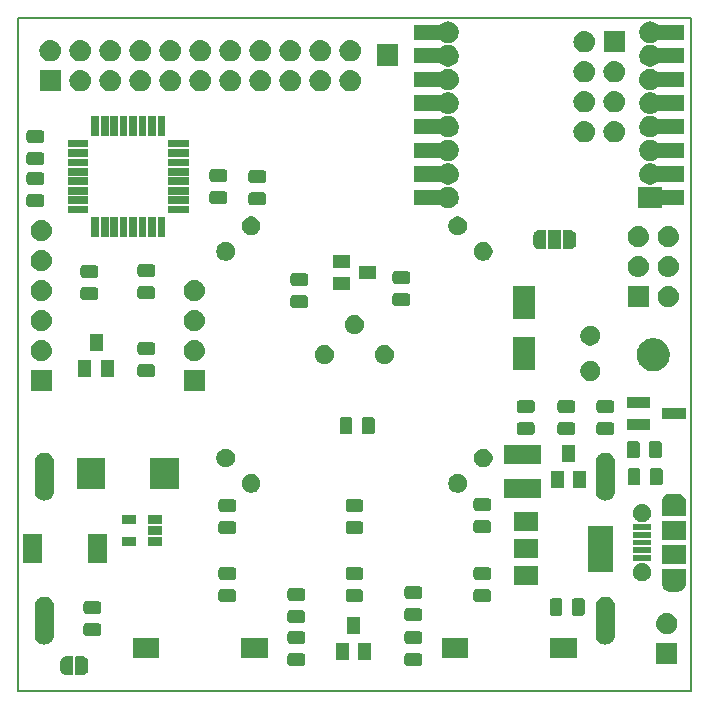
<source format=gbr>
%TF.GenerationSoftware,KiCad,Pcbnew,5.0.2-bee76a0~70~ubuntu18.04.1*%
%TF.CreationDate,2019-09-14T20:18:35+02:00*%
%TF.ProjectId,BT-Pcb-328P,42542d50-6362-42d3-9332-38502e6b6963,2.0*%
%TF.SameCoordinates,Original*%
%TF.FileFunction,Soldermask,Top*%
%TF.FilePolarity,Negative*%
%FSLAX46Y46*%
G04 Gerber Fmt 4.6, Leading zero omitted, Abs format (unit mm)*
G04 Created by KiCad (PCBNEW 5.0.2-bee76a0~70~ubuntu18.04.1) date sab 14 set 2019 20:18:35 CEST*
%MOMM*%
%LPD*%
G01*
G04 APERTURE LIST*
%ADD10C,0.150000*%
G04 APERTURE END LIST*
D10*
X184040000Y-138320000D02*
X184040000Y-81320000D01*
X127040000Y-138320000D02*
X127040000Y-81320000D01*
X127040000Y-138320000D02*
X184040000Y-138320000D01*
X127040000Y-81320000D02*
X184040000Y-81320000D01*
G36*
X132488798Y-135346023D02*
X132492141Y-135346688D01*
X132497045Y-135346929D01*
X132522556Y-135346929D01*
X132537072Y-135348358D01*
X132628383Y-135366521D01*
X132642346Y-135370757D01*
X132728363Y-135406386D01*
X132741231Y-135413264D01*
X132818645Y-135464990D01*
X132829921Y-135474245D01*
X132895755Y-135540079D01*
X132905010Y-135551355D01*
X132956736Y-135628769D01*
X132963614Y-135641637D01*
X132999243Y-135727654D01*
X133003479Y-135741617D01*
X133021642Y-135832928D01*
X133023071Y-135847444D01*
X133023071Y-135872955D01*
X133024032Y-135882710D01*
X133024187Y-135883327D01*
X133025479Y-135896453D01*
X133025479Y-136391547D01*
X133023977Y-136406798D01*
X133023312Y-136410141D01*
X133023071Y-136415045D01*
X133023071Y-136440556D01*
X133021642Y-136455072D01*
X133003479Y-136546383D01*
X132999243Y-136560346D01*
X132963614Y-136646363D01*
X132956736Y-136659231D01*
X132905010Y-136736645D01*
X132895755Y-136747921D01*
X132829921Y-136813755D01*
X132818645Y-136823010D01*
X132741231Y-136874736D01*
X132728363Y-136881614D01*
X132642346Y-136917243D01*
X132628383Y-136921479D01*
X132537072Y-136939642D01*
X132522556Y-136941071D01*
X132497045Y-136941071D01*
X132487290Y-136942032D01*
X132486673Y-136942187D01*
X132473547Y-136943479D01*
X131978453Y-136943479D01*
X131966395Y-136942292D01*
X131957158Y-136939490D01*
X131948644Y-136934939D01*
X131941184Y-136928816D01*
X131935061Y-136921356D01*
X131930510Y-136912842D01*
X131927708Y-136903605D01*
X131926521Y-136891547D01*
X131926521Y-135396453D01*
X131927708Y-135384395D01*
X131930510Y-135375158D01*
X131935061Y-135366644D01*
X131941184Y-135359184D01*
X131948644Y-135353061D01*
X131957158Y-135348510D01*
X131966395Y-135345708D01*
X131978453Y-135344521D01*
X132473547Y-135344521D01*
X132488798Y-135346023D01*
X132488798Y-135346023D01*
G37*
G36*
X131685605Y-135345708D02*
X131694842Y-135348510D01*
X131703356Y-135353061D01*
X131710816Y-135359184D01*
X131716939Y-135366644D01*
X131721490Y-135375158D01*
X131724292Y-135384395D01*
X131725479Y-135396453D01*
X131725479Y-136891547D01*
X131724292Y-136903605D01*
X131721490Y-136912842D01*
X131716939Y-136921356D01*
X131710816Y-136928816D01*
X131703356Y-136934939D01*
X131694842Y-136939490D01*
X131685605Y-136942292D01*
X131673547Y-136943479D01*
X131178453Y-136943479D01*
X131163202Y-136941977D01*
X131159859Y-136941312D01*
X131154955Y-136941071D01*
X131129444Y-136941071D01*
X131114928Y-136939642D01*
X131023617Y-136921479D01*
X131009654Y-136917243D01*
X130923637Y-136881614D01*
X130910769Y-136874736D01*
X130833355Y-136823010D01*
X130822079Y-136813755D01*
X130756245Y-136747921D01*
X130746990Y-136736645D01*
X130695264Y-136659231D01*
X130688386Y-136646363D01*
X130652757Y-136560346D01*
X130648521Y-136546383D01*
X130630358Y-136455072D01*
X130628929Y-136440556D01*
X130628929Y-136415045D01*
X130627968Y-136405290D01*
X130627813Y-136404673D01*
X130626521Y-136391547D01*
X130626521Y-135896453D01*
X130628023Y-135881202D01*
X130628688Y-135877859D01*
X130628929Y-135872955D01*
X130628929Y-135847444D01*
X130630358Y-135832928D01*
X130648521Y-135741617D01*
X130652757Y-135727654D01*
X130688386Y-135641637D01*
X130695264Y-135628769D01*
X130746990Y-135551355D01*
X130756245Y-135540079D01*
X130822079Y-135474245D01*
X130833355Y-135464990D01*
X130910769Y-135413264D01*
X130923637Y-135406386D01*
X131009654Y-135370757D01*
X131023617Y-135366521D01*
X131114928Y-135348358D01*
X131129444Y-135346929D01*
X131154955Y-135346929D01*
X131164710Y-135345968D01*
X131165327Y-135345813D01*
X131178453Y-135344521D01*
X131673547Y-135344521D01*
X131685605Y-135345708D01*
X131685605Y-135345708D01*
G37*
G36*
X161081158Y-135104411D02*
X161126745Y-135118239D01*
X161168758Y-135140697D01*
X161205583Y-135170917D01*
X161235803Y-135207742D01*
X161258261Y-135249755D01*
X161272089Y-135295342D01*
X161277000Y-135345204D01*
X161277000Y-135926796D01*
X161272089Y-135976658D01*
X161258261Y-136022245D01*
X161235803Y-136064258D01*
X161205583Y-136101083D01*
X161168758Y-136131303D01*
X161126745Y-136153761D01*
X161081158Y-136167589D01*
X161031296Y-136172500D01*
X160024704Y-136172500D01*
X159974842Y-136167589D01*
X159929255Y-136153761D01*
X159887242Y-136131303D01*
X159850417Y-136101083D01*
X159820197Y-136064258D01*
X159797739Y-136022245D01*
X159783911Y-135976658D01*
X159779000Y-135926796D01*
X159779000Y-135345204D01*
X159783911Y-135295342D01*
X159797739Y-135249755D01*
X159820197Y-135207742D01*
X159850417Y-135170917D01*
X159887242Y-135140697D01*
X159929255Y-135118239D01*
X159974842Y-135104411D01*
X160024704Y-135099500D01*
X161031296Y-135099500D01*
X161081158Y-135104411D01*
X161081158Y-135104411D01*
G37*
G36*
X151175158Y-135104411D02*
X151220745Y-135118239D01*
X151262758Y-135140697D01*
X151299583Y-135170917D01*
X151329803Y-135207742D01*
X151352261Y-135249755D01*
X151366089Y-135295342D01*
X151371000Y-135345204D01*
X151371000Y-135926796D01*
X151366089Y-135976658D01*
X151352261Y-136022245D01*
X151329803Y-136064258D01*
X151299583Y-136101083D01*
X151262758Y-136131303D01*
X151220745Y-136153761D01*
X151175158Y-136167589D01*
X151125296Y-136172500D01*
X150118704Y-136172500D01*
X150068842Y-136167589D01*
X150023255Y-136153761D01*
X149981242Y-136131303D01*
X149944417Y-136101083D01*
X149914197Y-136064258D01*
X149891739Y-136022245D01*
X149877911Y-135976658D01*
X149873000Y-135926796D01*
X149873000Y-135345204D01*
X149877911Y-135295342D01*
X149891739Y-135249755D01*
X149914197Y-135207742D01*
X149944417Y-135170917D01*
X149981242Y-135140697D01*
X150023255Y-135118239D01*
X150068842Y-135104411D01*
X150118704Y-135099500D01*
X151125296Y-135099500D01*
X151175158Y-135104411D01*
X151175158Y-135104411D01*
G37*
G36*
X182890000Y-136027000D02*
X181092000Y-136027000D01*
X181092000Y-134229000D01*
X182890000Y-134229000D01*
X182890000Y-136027000D01*
X182890000Y-136027000D01*
G37*
G36*
X156947000Y-135707000D02*
X155849000Y-135707000D01*
X155849000Y-134209000D01*
X156947000Y-134209000D01*
X156947000Y-135707000D01*
X156947000Y-135707000D01*
G37*
G36*
X155047000Y-135707000D02*
X153949000Y-135707000D01*
X153949000Y-134209000D01*
X155047000Y-134209000D01*
X155047000Y-135707000D01*
X155047000Y-135707000D01*
G37*
G36*
X139033000Y-135469000D02*
X136755000Y-135469000D01*
X136755000Y-133771000D01*
X139033000Y-133771000D01*
X139033000Y-135469000D01*
X139033000Y-135469000D01*
G37*
G36*
X174395000Y-135469000D02*
X172117000Y-135469000D01*
X172117000Y-133771000D01*
X174395000Y-133771000D01*
X174395000Y-135469000D01*
X174395000Y-135469000D01*
G37*
G36*
X165195000Y-135469000D02*
X162917000Y-135469000D01*
X162917000Y-133771000D01*
X165195000Y-133771000D01*
X165195000Y-135469000D01*
X165195000Y-135469000D01*
G37*
G36*
X148233000Y-135469000D02*
X145955000Y-135469000D01*
X145955000Y-133771000D01*
X148233000Y-133771000D01*
X148233000Y-135469000D01*
X148233000Y-135469000D01*
G37*
G36*
X176944983Y-130315734D02*
X177097857Y-130362108D01*
X177238747Y-130437415D01*
X177267167Y-130460739D01*
X177362239Y-130538761D01*
X177405588Y-130591583D01*
X177463585Y-130662252D01*
X177533333Y-130792742D01*
X177538892Y-130803142D01*
X177585266Y-130956016D01*
X177597000Y-131075156D01*
X177597000Y-133592844D01*
X177585266Y-133711984D01*
X177538892Y-133864858D01*
X177463585Y-134005748D01*
X177412912Y-134067493D01*
X177362239Y-134129239D01*
X177302479Y-134178282D01*
X177238748Y-134230585D01*
X177122746Y-134292589D01*
X177097858Y-134305892D01*
X176944984Y-134352266D01*
X176786000Y-134367924D01*
X176627017Y-134352266D01*
X176474143Y-134305892D01*
X176449255Y-134292589D01*
X176333253Y-134230585D01*
X176269522Y-134178282D01*
X176209762Y-134129239D01*
X176159090Y-134067493D01*
X176108416Y-134005748D01*
X176033109Y-133864858D01*
X175986735Y-133711984D01*
X175975001Y-133592844D01*
X175975000Y-131075157D01*
X175986734Y-130956017D01*
X176033108Y-130803143D01*
X176033109Y-130803142D01*
X176108415Y-130662253D01*
X176153272Y-130607595D01*
X176209761Y-130538761D01*
X176278504Y-130482346D01*
X176333252Y-130437415D01*
X176474142Y-130362108D01*
X176627016Y-130315734D01*
X176786000Y-130300076D01*
X176944983Y-130315734D01*
X176944983Y-130315734D01*
G37*
G36*
X129444983Y-130315734D02*
X129597857Y-130362108D01*
X129738747Y-130437415D01*
X129767167Y-130460739D01*
X129862239Y-130538761D01*
X129905588Y-130591583D01*
X129963585Y-130662252D01*
X130033333Y-130792742D01*
X130038892Y-130803142D01*
X130085266Y-130956016D01*
X130097000Y-131075156D01*
X130097000Y-133592844D01*
X130085266Y-133711984D01*
X130038892Y-133864858D01*
X129963585Y-134005748D01*
X129912911Y-134067493D01*
X129862239Y-134129239D01*
X129802479Y-134178282D01*
X129738748Y-134230585D01*
X129622746Y-134292589D01*
X129597858Y-134305892D01*
X129444984Y-134352266D01*
X129286000Y-134367924D01*
X129127017Y-134352266D01*
X128974143Y-134305892D01*
X128949255Y-134292589D01*
X128833253Y-134230585D01*
X128769522Y-134178282D01*
X128709762Y-134129239D01*
X128659090Y-134067493D01*
X128608416Y-134005748D01*
X128533109Y-133864858D01*
X128486735Y-133711984D01*
X128475001Y-133592844D01*
X128475000Y-131075157D01*
X128486734Y-130956017D01*
X128533108Y-130803143D01*
X128533109Y-130803142D01*
X128608415Y-130662253D01*
X128653272Y-130607595D01*
X128709761Y-130538761D01*
X128778504Y-130482346D01*
X128833252Y-130437415D01*
X128974142Y-130362108D01*
X129127016Y-130315734D01*
X129286000Y-130300076D01*
X129444983Y-130315734D01*
X129444983Y-130315734D01*
G37*
G36*
X151175158Y-133229411D02*
X151220745Y-133243239D01*
X151262758Y-133265697D01*
X151299583Y-133295917D01*
X151329803Y-133332742D01*
X151352261Y-133374755D01*
X151366089Y-133420342D01*
X151371000Y-133470204D01*
X151371000Y-134051796D01*
X151366089Y-134101658D01*
X151352261Y-134147245D01*
X151329803Y-134189258D01*
X151299583Y-134226083D01*
X151262758Y-134256303D01*
X151220745Y-134278761D01*
X151175158Y-134292589D01*
X151125296Y-134297500D01*
X150118704Y-134297500D01*
X150068842Y-134292589D01*
X150023255Y-134278761D01*
X149981242Y-134256303D01*
X149944417Y-134226083D01*
X149914197Y-134189258D01*
X149891739Y-134147245D01*
X149877911Y-134101658D01*
X149873000Y-134051796D01*
X149873000Y-133470204D01*
X149877911Y-133420342D01*
X149891739Y-133374755D01*
X149914197Y-133332742D01*
X149944417Y-133295917D01*
X149981242Y-133265697D01*
X150023255Y-133243239D01*
X150068842Y-133229411D01*
X150118704Y-133224500D01*
X151125296Y-133224500D01*
X151175158Y-133229411D01*
X151175158Y-133229411D01*
G37*
G36*
X161081158Y-133229411D02*
X161126745Y-133243239D01*
X161168758Y-133265697D01*
X161205583Y-133295917D01*
X161235803Y-133332742D01*
X161258261Y-133374755D01*
X161272089Y-133420342D01*
X161277000Y-133470204D01*
X161277000Y-134051796D01*
X161272089Y-134101658D01*
X161258261Y-134147245D01*
X161235803Y-134189258D01*
X161205583Y-134226083D01*
X161168758Y-134256303D01*
X161126745Y-134278761D01*
X161081158Y-134292589D01*
X161031296Y-134297500D01*
X160024704Y-134297500D01*
X159974842Y-134292589D01*
X159929255Y-134278761D01*
X159887242Y-134256303D01*
X159850417Y-134226083D01*
X159820197Y-134189258D01*
X159797739Y-134147245D01*
X159783911Y-134101658D01*
X159779000Y-134051796D01*
X159779000Y-133470204D01*
X159783911Y-133420342D01*
X159797739Y-133374755D01*
X159820197Y-133332742D01*
X159850417Y-133295917D01*
X159887242Y-133265697D01*
X159929255Y-133243239D01*
X159974842Y-133229411D01*
X160024704Y-133224500D01*
X161031296Y-133224500D01*
X161081158Y-133229411D01*
X161081158Y-133229411D01*
G37*
G36*
X133903158Y-132564411D02*
X133948745Y-132578239D01*
X133990758Y-132600697D01*
X134027583Y-132630917D01*
X134057803Y-132667742D01*
X134080261Y-132709755D01*
X134094089Y-132755342D01*
X134099000Y-132805204D01*
X134099000Y-133386796D01*
X134094089Y-133436658D01*
X134080261Y-133482245D01*
X134057803Y-133524258D01*
X134027583Y-133561083D01*
X133990758Y-133591303D01*
X133948745Y-133613761D01*
X133903158Y-133627589D01*
X133853296Y-133632500D01*
X132846704Y-133632500D01*
X132796842Y-133627589D01*
X132751255Y-133613761D01*
X132709242Y-133591303D01*
X132672417Y-133561083D01*
X132642197Y-133524258D01*
X132619739Y-133482245D01*
X132605911Y-133436658D01*
X132601000Y-133386796D01*
X132601000Y-132805204D01*
X132605911Y-132755342D01*
X132619739Y-132709755D01*
X132642197Y-132667742D01*
X132672417Y-132630917D01*
X132709242Y-132600697D01*
X132751255Y-132578239D01*
X132796842Y-132564411D01*
X132846704Y-132559500D01*
X133853296Y-132559500D01*
X133903158Y-132564411D01*
X133903158Y-132564411D01*
G37*
G36*
X155997000Y-133507000D02*
X154899000Y-133507000D01*
X154899000Y-132009000D01*
X155997000Y-132009000D01*
X155997000Y-133507000D01*
X155997000Y-133507000D01*
G37*
G36*
X182167234Y-131702008D02*
X182282854Y-131737081D01*
X182336697Y-131753414D01*
X182375968Y-131774405D01*
X182492872Y-131836891D01*
X182629764Y-131949236D01*
X182742109Y-132086128D01*
X182785153Y-132166658D01*
X182825586Y-132242303D01*
X182840383Y-132291083D01*
X182876992Y-132411766D01*
X182894349Y-132588000D01*
X182876992Y-132764234D01*
X182841180Y-132882291D01*
X182825586Y-132933697D01*
X182795139Y-132990659D01*
X182742109Y-133089872D01*
X182629764Y-133226764D01*
X182492872Y-133339109D01*
X182426182Y-133374755D01*
X182336697Y-133422586D01*
X182290307Y-133436658D01*
X182167234Y-133473992D01*
X182035159Y-133487000D01*
X181946841Y-133487000D01*
X181814766Y-133473992D01*
X181691693Y-133436658D01*
X181645303Y-133422586D01*
X181555818Y-133374755D01*
X181489128Y-133339109D01*
X181352236Y-133226764D01*
X181239891Y-133089872D01*
X181186861Y-132990659D01*
X181156414Y-132933697D01*
X181140820Y-132882291D01*
X181105008Y-132764234D01*
X181087651Y-132588000D01*
X181105008Y-132411766D01*
X181141617Y-132291083D01*
X181156414Y-132242303D01*
X181196847Y-132166658D01*
X181239891Y-132086128D01*
X181352236Y-131949236D01*
X181489128Y-131836891D01*
X181606032Y-131774405D01*
X181645303Y-131753414D01*
X181699146Y-131737081D01*
X181814766Y-131702008D01*
X181946841Y-131689000D01*
X182035159Y-131689000D01*
X182167234Y-131702008D01*
X182167234Y-131702008D01*
G37*
G36*
X151175158Y-131469911D02*
X151220745Y-131483739D01*
X151262758Y-131506197D01*
X151299583Y-131536417D01*
X151329803Y-131573242D01*
X151352261Y-131615255D01*
X151366089Y-131660842D01*
X151371000Y-131710704D01*
X151371000Y-132292296D01*
X151366089Y-132342158D01*
X151352261Y-132387745D01*
X151329803Y-132429758D01*
X151299583Y-132466583D01*
X151262758Y-132496803D01*
X151220745Y-132519261D01*
X151175158Y-132533089D01*
X151125296Y-132538000D01*
X150118704Y-132538000D01*
X150068842Y-132533089D01*
X150023255Y-132519261D01*
X149981242Y-132496803D01*
X149944417Y-132466583D01*
X149914197Y-132429758D01*
X149891739Y-132387745D01*
X149877911Y-132342158D01*
X149873000Y-132292296D01*
X149873000Y-131710704D01*
X149877911Y-131660842D01*
X149891739Y-131615255D01*
X149914197Y-131573242D01*
X149944417Y-131536417D01*
X149981242Y-131506197D01*
X150023255Y-131483739D01*
X150068842Y-131469911D01*
X150118704Y-131465000D01*
X151125296Y-131465000D01*
X151175158Y-131469911D01*
X151175158Y-131469911D01*
G37*
G36*
X161081158Y-131294411D02*
X161126745Y-131308239D01*
X161168758Y-131330697D01*
X161205583Y-131360917D01*
X161235803Y-131397742D01*
X161258261Y-131439755D01*
X161272089Y-131485342D01*
X161277000Y-131535204D01*
X161277000Y-132116796D01*
X161272089Y-132166658D01*
X161258261Y-132212245D01*
X161235803Y-132254258D01*
X161205583Y-132291083D01*
X161168758Y-132321303D01*
X161126745Y-132343761D01*
X161081158Y-132357589D01*
X161031296Y-132362500D01*
X160024704Y-132362500D01*
X159974842Y-132357589D01*
X159929255Y-132343761D01*
X159887242Y-132321303D01*
X159850417Y-132291083D01*
X159820197Y-132254258D01*
X159797739Y-132212245D01*
X159783911Y-132166658D01*
X159779000Y-132116796D01*
X159779000Y-131535204D01*
X159783911Y-131485342D01*
X159797739Y-131439755D01*
X159820197Y-131397742D01*
X159850417Y-131360917D01*
X159887242Y-131330697D01*
X159929255Y-131308239D01*
X159974842Y-131294411D01*
X160024704Y-131289500D01*
X161031296Y-131289500D01*
X161081158Y-131294411D01*
X161081158Y-131294411D01*
G37*
G36*
X174838658Y-130446911D02*
X174884245Y-130460739D01*
X174926258Y-130483197D01*
X174963083Y-130513417D01*
X174993303Y-130550242D01*
X175015761Y-130592255D01*
X175029589Y-130637842D01*
X175034500Y-130687704D01*
X175034500Y-131694296D01*
X175029589Y-131744158D01*
X175015761Y-131789745D01*
X174993303Y-131831758D01*
X174963083Y-131868583D01*
X174926258Y-131898803D01*
X174884245Y-131921261D01*
X174838658Y-131935089D01*
X174788796Y-131940000D01*
X174207204Y-131940000D01*
X174157342Y-131935089D01*
X174111755Y-131921261D01*
X174069742Y-131898803D01*
X174032917Y-131868583D01*
X174002697Y-131831758D01*
X173980239Y-131789745D01*
X173966411Y-131744158D01*
X173961500Y-131694296D01*
X173961500Y-130687704D01*
X173966411Y-130637842D01*
X173980239Y-130592255D01*
X174002697Y-130550242D01*
X174032917Y-130513417D01*
X174069742Y-130483197D01*
X174111755Y-130460739D01*
X174157342Y-130446911D01*
X174207204Y-130442000D01*
X174788796Y-130442000D01*
X174838658Y-130446911D01*
X174838658Y-130446911D01*
G37*
G36*
X172963658Y-130446911D02*
X173009245Y-130460739D01*
X173051258Y-130483197D01*
X173088083Y-130513417D01*
X173118303Y-130550242D01*
X173140761Y-130592255D01*
X173154589Y-130637842D01*
X173159500Y-130687704D01*
X173159500Y-131694296D01*
X173154589Y-131744158D01*
X173140761Y-131789745D01*
X173118303Y-131831758D01*
X173088083Y-131868583D01*
X173051258Y-131898803D01*
X173009245Y-131921261D01*
X172963658Y-131935089D01*
X172913796Y-131940000D01*
X172332204Y-131940000D01*
X172282342Y-131935089D01*
X172236755Y-131921261D01*
X172194742Y-131898803D01*
X172157917Y-131868583D01*
X172127697Y-131831758D01*
X172105239Y-131789745D01*
X172091411Y-131744158D01*
X172086500Y-131694296D01*
X172086500Y-130687704D01*
X172091411Y-130637842D01*
X172105239Y-130592255D01*
X172127697Y-130550242D01*
X172157917Y-130513417D01*
X172194742Y-130483197D01*
X172236755Y-130460739D01*
X172282342Y-130446911D01*
X172332204Y-130442000D01*
X172913796Y-130442000D01*
X172963658Y-130446911D01*
X172963658Y-130446911D01*
G37*
G36*
X133903158Y-130689411D02*
X133948745Y-130703239D01*
X133990758Y-130725697D01*
X134027583Y-130755917D01*
X134057803Y-130792742D01*
X134080261Y-130834755D01*
X134094089Y-130880342D01*
X134099000Y-130930204D01*
X134099000Y-131511796D01*
X134094089Y-131561658D01*
X134080261Y-131607245D01*
X134057803Y-131649258D01*
X134027583Y-131686083D01*
X133990758Y-131716303D01*
X133948745Y-131738761D01*
X133903158Y-131752589D01*
X133853296Y-131757500D01*
X132846704Y-131757500D01*
X132796842Y-131752589D01*
X132751255Y-131738761D01*
X132709242Y-131716303D01*
X132672417Y-131686083D01*
X132642197Y-131649258D01*
X132619739Y-131607245D01*
X132605911Y-131561658D01*
X132601000Y-131511796D01*
X132601000Y-130930204D01*
X132605911Y-130880342D01*
X132619739Y-130834755D01*
X132642197Y-130792742D01*
X132672417Y-130755917D01*
X132709242Y-130725697D01*
X132751255Y-130703239D01*
X132796842Y-130689411D01*
X132846704Y-130684500D01*
X133853296Y-130684500D01*
X133903158Y-130689411D01*
X133903158Y-130689411D01*
G37*
G36*
X145333158Y-129691911D02*
X145378745Y-129705739D01*
X145420758Y-129728197D01*
X145457583Y-129758417D01*
X145487803Y-129795242D01*
X145510261Y-129837255D01*
X145524089Y-129882842D01*
X145529000Y-129932704D01*
X145529000Y-130514296D01*
X145524089Y-130564158D01*
X145510261Y-130609745D01*
X145487803Y-130651758D01*
X145457583Y-130688583D01*
X145420758Y-130718803D01*
X145378745Y-130741261D01*
X145333158Y-130755089D01*
X145283296Y-130760000D01*
X144276704Y-130760000D01*
X144226842Y-130755089D01*
X144181255Y-130741261D01*
X144139242Y-130718803D01*
X144102417Y-130688583D01*
X144072197Y-130651758D01*
X144049739Y-130609745D01*
X144035911Y-130564158D01*
X144031000Y-130514296D01*
X144031000Y-129932704D01*
X144035911Y-129882842D01*
X144049739Y-129837255D01*
X144072197Y-129795242D01*
X144102417Y-129758417D01*
X144139242Y-129728197D01*
X144181255Y-129705739D01*
X144226842Y-129691911D01*
X144276704Y-129687000D01*
X145283296Y-129687000D01*
X145333158Y-129691911D01*
X145333158Y-129691911D01*
G37*
G36*
X166923158Y-129691911D02*
X166968745Y-129705739D01*
X167010758Y-129728197D01*
X167047583Y-129758417D01*
X167077803Y-129795242D01*
X167100261Y-129837255D01*
X167114089Y-129882842D01*
X167119000Y-129932704D01*
X167119000Y-130514296D01*
X167114089Y-130564158D01*
X167100261Y-130609745D01*
X167077803Y-130651758D01*
X167047583Y-130688583D01*
X167010758Y-130718803D01*
X166968745Y-130741261D01*
X166923158Y-130755089D01*
X166873296Y-130760000D01*
X165866704Y-130760000D01*
X165816842Y-130755089D01*
X165771255Y-130741261D01*
X165729242Y-130718803D01*
X165692417Y-130688583D01*
X165662197Y-130651758D01*
X165639739Y-130609745D01*
X165625911Y-130564158D01*
X165621000Y-130514296D01*
X165621000Y-129932704D01*
X165625911Y-129882842D01*
X165639739Y-129837255D01*
X165662197Y-129795242D01*
X165692417Y-129758417D01*
X165729242Y-129728197D01*
X165771255Y-129705739D01*
X165816842Y-129691911D01*
X165866704Y-129687000D01*
X166873296Y-129687000D01*
X166923158Y-129691911D01*
X166923158Y-129691911D01*
G37*
G36*
X156093158Y-129691911D02*
X156138745Y-129705739D01*
X156180758Y-129728197D01*
X156217583Y-129758417D01*
X156247803Y-129795242D01*
X156270261Y-129837255D01*
X156284089Y-129882842D01*
X156289000Y-129932704D01*
X156289000Y-130514296D01*
X156284089Y-130564158D01*
X156270261Y-130609745D01*
X156247803Y-130651758D01*
X156217583Y-130688583D01*
X156180758Y-130718803D01*
X156138745Y-130741261D01*
X156093158Y-130755089D01*
X156043296Y-130760000D01*
X155036704Y-130760000D01*
X154986842Y-130755089D01*
X154941255Y-130741261D01*
X154899242Y-130718803D01*
X154862417Y-130688583D01*
X154832197Y-130651758D01*
X154809739Y-130609745D01*
X154795911Y-130564158D01*
X154791000Y-130514296D01*
X154791000Y-129932704D01*
X154795911Y-129882842D01*
X154809739Y-129837255D01*
X154832197Y-129795242D01*
X154862417Y-129758417D01*
X154899242Y-129728197D01*
X154941255Y-129705739D01*
X154986842Y-129691911D01*
X155036704Y-129687000D01*
X156043296Y-129687000D01*
X156093158Y-129691911D01*
X156093158Y-129691911D01*
G37*
G36*
X151175158Y-129594911D02*
X151220745Y-129608739D01*
X151262758Y-129631197D01*
X151299583Y-129661417D01*
X151329803Y-129698242D01*
X151352261Y-129740255D01*
X151366089Y-129785842D01*
X151371000Y-129835704D01*
X151371000Y-130417296D01*
X151366089Y-130467158D01*
X151352261Y-130512745D01*
X151329803Y-130554758D01*
X151299583Y-130591583D01*
X151262758Y-130621803D01*
X151220745Y-130644261D01*
X151175158Y-130658089D01*
X151125296Y-130663000D01*
X150118704Y-130663000D01*
X150068842Y-130658089D01*
X150023255Y-130644261D01*
X149981242Y-130621803D01*
X149944417Y-130591583D01*
X149914197Y-130554758D01*
X149891739Y-130512745D01*
X149877911Y-130467158D01*
X149873000Y-130417296D01*
X149873000Y-129835704D01*
X149877911Y-129785842D01*
X149891739Y-129740255D01*
X149914197Y-129698242D01*
X149944417Y-129661417D01*
X149981242Y-129631197D01*
X150023255Y-129608739D01*
X150068842Y-129594911D01*
X150118704Y-129590000D01*
X151125296Y-129590000D01*
X151175158Y-129594911D01*
X151175158Y-129594911D01*
G37*
G36*
X161081158Y-129419411D02*
X161126745Y-129433239D01*
X161168758Y-129455697D01*
X161205583Y-129485917D01*
X161235803Y-129522742D01*
X161258261Y-129564755D01*
X161272089Y-129610342D01*
X161277000Y-129660204D01*
X161277000Y-130241796D01*
X161272089Y-130291658D01*
X161258261Y-130337245D01*
X161235803Y-130379258D01*
X161205583Y-130416083D01*
X161168758Y-130446303D01*
X161126745Y-130468761D01*
X161081158Y-130482589D01*
X161031296Y-130487500D01*
X160024704Y-130487500D01*
X159974842Y-130482589D01*
X159929255Y-130468761D01*
X159887242Y-130446303D01*
X159850417Y-130416083D01*
X159820197Y-130379258D01*
X159797739Y-130337245D01*
X159783911Y-130291658D01*
X159779000Y-130241796D01*
X159779000Y-129660204D01*
X159783911Y-129610342D01*
X159797739Y-129564755D01*
X159820197Y-129522742D01*
X159850417Y-129485917D01*
X159887242Y-129455697D01*
X159929255Y-129433239D01*
X159974842Y-129419411D01*
X160024704Y-129414500D01*
X161031296Y-129414500D01*
X161081158Y-129419411D01*
X161081158Y-129419411D01*
G37*
G36*
X183592500Y-129195662D02*
X183592741Y-129200563D01*
X183595640Y-129230000D01*
X183592741Y-129259437D01*
X183592500Y-129264338D01*
X183592500Y-129305071D01*
X183589937Y-129309866D01*
X183587092Y-129319245D01*
X183586372Y-129324100D01*
X183583110Y-129357225D01*
X183553239Y-129455697D01*
X183545999Y-129479563D01*
X183485735Y-129592310D01*
X183404633Y-129691133D01*
X183305810Y-129772235D01*
X183193063Y-129832499D01*
X183070726Y-129869610D01*
X182975384Y-129879000D01*
X182211616Y-129879000D01*
X182116274Y-129869610D01*
X181993937Y-129832499D01*
X181881190Y-129772235D01*
X181782367Y-129691133D01*
X181701265Y-129592310D01*
X181641001Y-129479563D01*
X181633761Y-129455697D01*
X181603890Y-129357225D01*
X181600628Y-129324100D01*
X181598716Y-129314486D01*
X181594965Y-129305431D01*
X181594500Y-129304735D01*
X181594500Y-129264338D01*
X181594259Y-129259437D01*
X181591360Y-129230000D01*
X181594259Y-129200563D01*
X181594500Y-129195662D01*
X181594500Y-127981000D01*
X183592500Y-127981000D01*
X183592500Y-129195662D01*
X183592500Y-129195662D01*
G37*
G36*
X171127000Y-129337000D02*
X169029000Y-129337000D01*
X169029000Y-127739000D01*
X171127000Y-127739000D01*
X171127000Y-129337000D01*
X171127000Y-129337000D01*
G37*
G36*
X180119267Y-127485744D02*
X180260126Y-127544090D01*
X180386044Y-127628226D01*
X180386899Y-127628797D01*
X180494703Y-127736601D01*
X180494705Y-127736604D01*
X180579410Y-127863374D01*
X180637756Y-128004233D01*
X180667500Y-128153768D01*
X180667500Y-128306232D01*
X180637756Y-128455767D01*
X180579410Y-128596626D01*
X180530996Y-128669083D01*
X180494703Y-128723399D01*
X180386899Y-128831203D01*
X180386896Y-128831205D01*
X180260126Y-128915910D01*
X180119267Y-128974256D01*
X179969733Y-129004000D01*
X179817267Y-129004000D01*
X179667733Y-128974256D01*
X179526874Y-128915910D01*
X179400104Y-128831205D01*
X179400101Y-128831203D01*
X179292297Y-128723399D01*
X179256004Y-128669083D01*
X179207590Y-128596626D01*
X179149244Y-128455767D01*
X179119500Y-128306232D01*
X179119500Y-128153768D01*
X179149244Y-128004233D01*
X179207590Y-127863374D01*
X179292295Y-127736604D01*
X179292297Y-127736601D01*
X179400101Y-127628797D01*
X179400956Y-127628226D01*
X179526874Y-127544090D01*
X179667733Y-127485744D01*
X179817267Y-127456000D01*
X179969733Y-127456000D01*
X180119267Y-127485744D01*
X180119267Y-127485744D01*
G37*
G36*
X166923158Y-127816911D02*
X166968745Y-127830739D01*
X167010758Y-127853197D01*
X167047583Y-127883417D01*
X167077803Y-127920242D01*
X167100261Y-127962255D01*
X167114089Y-128007842D01*
X167119000Y-128057704D01*
X167119000Y-128639296D01*
X167114089Y-128689158D01*
X167100261Y-128734745D01*
X167077803Y-128776758D01*
X167047583Y-128813583D01*
X167010758Y-128843803D01*
X166968745Y-128866261D01*
X166923158Y-128880089D01*
X166873296Y-128885000D01*
X165866704Y-128885000D01*
X165816842Y-128880089D01*
X165771255Y-128866261D01*
X165729242Y-128843803D01*
X165692417Y-128813583D01*
X165662197Y-128776758D01*
X165639739Y-128734745D01*
X165625911Y-128689158D01*
X165621000Y-128639296D01*
X165621000Y-128057704D01*
X165625911Y-128007842D01*
X165639739Y-127962255D01*
X165662197Y-127920242D01*
X165692417Y-127883417D01*
X165729242Y-127853197D01*
X165771255Y-127830739D01*
X165816842Y-127816911D01*
X165866704Y-127812000D01*
X166873296Y-127812000D01*
X166923158Y-127816911D01*
X166923158Y-127816911D01*
G37*
G36*
X145333158Y-127816911D02*
X145378745Y-127830739D01*
X145420758Y-127853197D01*
X145457583Y-127883417D01*
X145487803Y-127920242D01*
X145510261Y-127962255D01*
X145524089Y-128007842D01*
X145529000Y-128057704D01*
X145529000Y-128639296D01*
X145524089Y-128689158D01*
X145510261Y-128734745D01*
X145487803Y-128776758D01*
X145457583Y-128813583D01*
X145420758Y-128843803D01*
X145378745Y-128866261D01*
X145333158Y-128880089D01*
X145283296Y-128885000D01*
X144276704Y-128885000D01*
X144226842Y-128880089D01*
X144181255Y-128866261D01*
X144139242Y-128843803D01*
X144102417Y-128813583D01*
X144072197Y-128776758D01*
X144049739Y-128734745D01*
X144035911Y-128689158D01*
X144031000Y-128639296D01*
X144031000Y-128057704D01*
X144035911Y-128007842D01*
X144049739Y-127962255D01*
X144072197Y-127920242D01*
X144102417Y-127883417D01*
X144139242Y-127853197D01*
X144181255Y-127830739D01*
X144226842Y-127816911D01*
X144276704Y-127812000D01*
X145283296Y-127812000D01*
X145333158Y-127816911D01*
X145333158Y-127816911D01*
G37*
G36*
X156093158Y-127816911D02*
X156138745Y-127830739D01*
X156180758Y-127853197D01*
X156217583Y-127883417D01*
X156247803Y-127920242D01*
X156270261Y-127962255D01*
X156284089Y-128007842D01*
X156289000Y-128057704D01*
X156289000Y-128639296D01*
X156284089Y-128689158D01*
X156270261Y-128734745D01*
X156247803Y-128776758D01*
X156217583Y-128813583D01*
X156180758Y-128843803D01*
X156138745Y-128866261D01*
X156093158Y-128880089D01*
X156043296Y-128885000D01*
X155036704Y-128885000D01*
X154986842Y-128880089D01*
X154941255Y-128866261D01*
X154899242Y-128843803D01*
X154862417Y-128813583D01*
X154832197Y-128776758D01*
X154809739Y-128734745D01*
X154795911Y-128689158D01*
X154791000Y-128639296D01*
X154791000Y-128057704D01*
X154795911Y-128007842D01*
X154809739Y-127962255D01*
X154832197Y-127920242D01*
X154862417Y-127883417D01*
X154899242Y-127853197D01*
X154941255Y-127830739D01*
X154986842Y-127816911D01*
X155036704Y-127812000D01*
X156043296Y-127812000D01*
X156093158Y-127816911D01*
X156093158Y-127816911D01*
G37*
G36*
X177427000Y-128187000D02*
X175329000Y-128187000D01*
X175329000Y-124289000D01*
X177427000Y-124289000D01*
X177427000Y-128187000D01*
X177427000Y-128187000D01*
G37*
G36*
X183592500Y-127529000D02*
X181594500Y-127529000D01*
X181594500Y-125931000D01*
X183592500Y-125931000D01*
X183592500Y-127529000D01*
X183592500Y-127529000D01*
G37*
G36*
X129113000Y-127487000D02*
X127515000Y-127487000D01*
X127515000Y-124989000D01*
X129113000Y-124989000D01*
X129113000Y-127487000D01*
X129113000Y-127487000D01*
G37*
G36*
X134613000Y-127487000D02*
X133015000Y-127487000D01*
X133015000Y-124989000D01*
X134613000Y-124989000D01*
X134613000Y-127487000D01*
X134613000Y-127487000D01*
G37*
G36*
X180617500Y-127279000D02*
X179169500Y-127279000D01*
X179169500Y-126781000D01*
X180617500Y-126781000D01*
X180617500Y-127279000D01*
X180617500Y-127279000D01*
G37*
G36*
X171127000Y-127037000D02*
X169029000Y-127037000D01*
X169029000Y-125439000D01*
X171127000Y-125439000D01*
X171127000Y-127037000D01*
X171127000Y-127037000D01*
G37*
G36*
X180617500Y-126629000D02*
X179169500Y-126629000D01*
X179169500Y-126131000D01*
X180617500Y-126131000D01*
X180617500Y-126629000D01*
X180617500Y-126629000D01*
G37*
G36*
X139263000Y-126038000D02*
X138105000Y-126038000D01*
X138105000Y-125290000D01*
X139263000Y-125290000D01*
X139263000Y-126038000D01*
X139263000Y-126038000D01*
G37*
G36*
X137063000Y-126038000D02*
X135905000Y-126038000D01*
X135905000Y-125290000D01*
X137063000Y-125290000D01*
X137063000Y-126038000D01*
X137063000Y-126038000D01*
G37*
G36*
X180617500Y-125979000D02*
X179169500Y-125979000D01*
X179169500Y-125481000D01*
X180617500Y-125481000D01*
X180617500Y-125979000D01*
X180617500Y-125979000D01*
G37*
G36*
X183592500Y-125529000D02*
X181594500Y-125529000D01*
X181594500Y-123931000D01*
X183592500Y-123931000D01*
X183592500Y-125529000D01*
X183592500Y-125529000D01*
G37*
G36*
X180617500Y-125329000D02*
X179169500Y-125329000D01*
X179169500Y-124831000D01*
X180617500Y-124831000D01*
X180617500Y-125329000D01*
X180617500Y-125329000D01*
G37*
G36*
X139263000Y-125088000D02*
X138105000Y-125088000D01*
X138105000Y-124340000D01*
X139263000Y-124340000D01*
X139263000Y-125088000D01*
X139263000Y-125088000D01*
G37*
G36*
X156093158Y-123928411D02*
X156138745Y-123942239D01*
X156180758Y-123964697D01*
X156217583Y-123994917D01*
X156247803Y-124031742D01*
X156270261Y-124073755D01*
X156284089Y-124119342D01*
X156289000Y-124169204D01*
X156289000Y-124750796D01*
X156284089Y-124800658D01*
X156270261Y-124846245D01*
X156247803Y-124888258D01*
X156217583Y-124925083D01*
X156180758Y-124955303D01*
X156138745Y-124977761D01*
X156093158Y-124991589D01*
X156043296Y-124996500D01*
X155036704Y-124996500D01*
X154986842Y-124991589D01*
X154941255Y-124977761D01*
X154899242Y-124955303D01*
X154862417Y-124925083D01*
X154832197Y-124888258D01*
X154809739Y-124846245D01*
X154795911Y-124800658D01*
X154791000Y-124750796D01*
X154791000Y-124169204D01*
X154795911Y-124119342D01*
X154809739Y-124073755D01*
X154832197Y-124031742D01*
X154862417Y-123994917D01*
X154899242Y-123964697D01*
X154941255Y-123942239D01*
X154986842Y-123928411D01*
X155036704Y-123923500D01*
X156043296Y-123923500D01*
X156093158Y-123928411D01*
X156093158Y-123928411D01*
G37*
G36*
X145333158Y-123928411D02*
X145378745Y-123942239D01*
X145420758Y-123964697D01*
X145457583Y-123994917D01*
X145487803Y-124031742D01*
X145510261Y-124073755D01*
X145524089Y-124119342D01*
X145529000Y-124169204D01*
X145529000Y-124750796D01*
X145524089Y-124800658D01*
X145510261Y-124846245D01*
X145487803Y-124888258D01*
X145457583Y-124925083D01*
X145420758Y-124955303D01*
X145378745Y-124977761D01*
X145333158Y-124991589D01*
X145283296Y-124996500D01*
X144276704Y-124996500D01*
X144226842Y-124991589D01*
X144181255Y-124977761D01*
X144139242Y-124955303D01*
X144102417Y-124925083D01*
X144072197Y-124888258D01*
X144049739Y-124846245D01*
X144035911Y-124800658D01*
X144031000Y-124750796D01*
X144031000Y-124169204D01*
X144035911Y-124119342D01*
X144049739Y-124073755D01*
X144072197Y-124031742D01*
X144102417Y-123994917D01*
X144139242Y-123964697D01*
X144181255Y-123942239D01*
X144226842Y-123928411D01*
X144276704Y-123923500D01*
X145283296Y-123923500D01*
X145333158Y-123928411D01*
X145333158Y-123928411D01*
G37*
G36*
X166923158Y-123849911D02*
X166968745Y-123863739D01*
X167010758Y-123886197D01*
X167047583Y-123916417D01*
X167077803Y-123953242D01*
X167100261Y-123995255D01*
X167114089Y-124040842D01*
X167119000Y-124090704D01*
X167119000Y-124672296D01*
X167114089Y-124722158D01*
X167100261Y-124767745D01*
X167077803Y-124809758D01*
X167047583Y-124846583D01*
X167010758Y-124876803D01*
X166968745Y-124899261D01*
X166923158Y-124913089D01*
X166873296Y-124918000D01*
X165866704Y-124918000D01*
X165816842Y-124913089D01*
X165771255Y-124899261D01*
X165729242Y-124876803D01*
X165692417Y-124846583D01*
X165662197Y-124809758D01*
X165639739Y-124767745D01*
X165625911Y-124722158D01*
X165621000Y-124672296D01*
X165621000Y-124090704D01*
X165625911Y-124040842D01*
X165639739Y-123995255D01*
X165662197Y-123953242D01*
X165692417Y-123916417D01*
X165729242Y-123886197D01*
X165771255Y-123863739D01*
X165816842Y-123849911D01*
X165866704Y-123845000D01*
X166873296Y-123845000D01*
X166923158Y-123849911D01*
X166923158Y-123849911D01*
G37*
G36*
X171127000Y-124737000D02*
X169029000Y-124737000D01*
X169029000Y-123139000D01*
X171127000Y-123139000D01*
X171127000Y-124737000D01*
X171127000Y-124737000D01*
G37*
G36*
X180617500Y-124679000D02*
X179169500Y-124679000D01*
X179169500Y-124181000D01*
X180617500Y-124181000D01*
X180617500Y-124679000D01*
X180617500Y-124679000D01*
G37*
G36*
X137063000Y-124138000D02*
X135905000Y-124138000D01*
X135905000Y-123390000D01*
X137063000Y-123390000D01*
X137063000Y-124138000D01*
X137063000Y-124138000D01*
G37*
G36*
X139263000Y-124138000D02*
X138105000Y-124138000D01*
X138105000Y-123390000D01*
X139263000Y-123390000D01*
X139263000Y-124138000D01*
X139263000Y-124138000D01*
G37*
G36*
X180088193Y-122479563D02*
X180119267Y-122485744D01*
X180260126Y-122544090D01*
X180332292Y-122592310D01*
X180386899Y-122628797D01*
X180494703Y-122736601D01*
X180494705Y-122736604D01*
X180579410Y-122863374D01*
X180604432Y-122923782D01*
X180637756Y-123004233D01*
X180664563Y-123139000D01*
X180667500Y-123153768D01*
X180667500Y-123306232D01*
X180637756Y-123455767D01*
X180579410Y-123596626D01*
X180495274Y-123722544D01*
X180494703Y-123723399D01*
X180386899Y-123831203D01*
X180386896Y-123831205D01*
X180260126Y-123915910D01*
X180169999Y-123953242D01*
X180119267Y-123974256D01*
X179969733Y-124004000D01*
X179817267Y-124004000D01*
X179667733Y-123974256D01*
X179617001Y-123953242D01*
X179526874Y-123915910D01*
X179400104Y-123831205D01*
X179400101Y-123831203D01*
X179292297Y-123723399D01*
X179291726Y-123722544D01*
X179207590Y-123596626D01*
X179149244Y-123455767D01*
X179119500Y-123306232D01*
X179119500Y-123153768D01*
X179122438Y-123139000D01*
X179149244Y-123004233D01*
X179182568Y-122923782D01*
X179207590Y-122863374D01*
X179292295Y-122736604D01*
X179292297Y-122736601D01*
X179400101Y-122628797D01*
X179454708Y-122592310D01*
X179526874Y-122544090D01*
X179667733Y-122485744D01*
X179698807Y-122479563D01*
X179817267Y-122456000D01*
X179969733Y-122456000D01*
X180088193Y-122479563D01*
X180088193Y-122479563D01*
G37*
G36*
X183070726Y-121590390D02*
X183193063Y-121627501D01*
X183305810Y-121687765D01*
X183305812Y-121687766D01*
X183305811Y-121687766D01*
X183404633Y-121768867D01*
X183485734Y-121867689D01*
X183545999Y-121980437D01*
X183583110Y-122102775D01*
X183586372Y-122135900D01*
X183588284Y-122145514D01*
X183592035Y-122154569D01*
X183592500Y-122155265D01*
X183592500Y-122195662D01*
X183592741Y-122200563D01*
X183595640Y-122230000D01*
X183592741Y-122259437D01*
X183592500Y-122264338D01*
X183592500Y-123479000D01*
X181594500Y-123479000D01*
X181594500Y-122264338D01*
X181594259Y-122259437D01*
X181591360Y-122230000D01*
X181594259Y-122200563D01*
X181594500Y-122195662D01*
X181594500Y-122154929D01*
X181597063Y-122150134D01*
X181599908Y-122140755D01*
X181600628Y-122135900D01*
X181603890Y-122102775D01*
X181641001Y-121980437D01*
X181701266Y-121867689D01*
X181782367Y-121768867D01*
X181881189Y-121687766D01*
X181881188Y-121687766D01*
X181881190Y-121687765D01*
X181993937Y-121627501D01*
X182116274Y-121590390D01*
X182211616Y-121581000D01*
X182975384Y-121581000D01*
X183070726Y-121590390D01*
X183070726Y-121590390D01*
G37*
G36*
X145333158Y-122053411D02*
X145378745Y-122067239D01*
X145420758Y-122089697D01*
X145457583Y-122119917D01*
X145487803Y-122156742D01*
X145510261Y-122198755D01*
X145524089Y-122244342D01*
X145529000Y-122294204D01*
X145529000Y-122875796D01*
X145524089Y-122925658D01*
X145510261Y-122971245D01*
X145487803Y-123013258D01*
X145457583Y-123050083D01*
X145420758Y-123080303D01*
X145378745Y-123102761D01*
X145333158Y-123116589D01*
X145283296Y-123121500D01*
X144276704Y-123121500D01*
X144226842Y-123116589D01*
X144181255Y-123102761D01*
X144139242Y-123080303D01*
X144102417Y-123050083D01*
X144072197Y-123013258D01*
X144049739Y-122971245D01*
X144035911Y-122925658D01*
X144031000Y-122875796D01*
X144031000Y-122294204D01*
X144035911Y-122244342D01*
X144049739Y-122198755D01*
X144072197Y-122156742D01*
X144102417Y-122119917D01*
X144139242Y-122089697D01*
X144181255Y-122067239D01*
X144226842Y-122053411D01*
X144276704Y-122048500D01*
X145283296Y-122048500D01*
X145333158Y-122053411D01*
X145333158Y-122053411D01*
G37*
G36*
X156093158Y-122053411D02*
X156138745Y-122067239D01*
X156180758Y-122089697D01*
X156217583Y-122119917D01*
X156247803Y-122156742D01*
X156270261Y-122198755D01*
X156284089Y-122244342D01*
X156289000Y-122294204D01*
X156289000Y-122875796D01*
X156284089Y-122925658D01*
X156270261Y-122971245D01*
X156247803Y-123013258D01*
X156217583Y-123050083D01*
X156180758Y-123080303D01*
X156138745Y-123102761D01*
X156093158Y-123116589D01*
X156043296Y-123121500D01*
X155036704Y-123121500D01*
X154986842Y-123116589D01*
X154941255Y-123102761D01*
X154899242Y-123080303D01*
X154862417Y-123050083D01*
X154832197Y-123013258D01*
X154809739Y-122971245D01*
X154795911Y-122925658D01*
X154791000Y-122875796D01*
X154791000Y-122294204D01*
X154795911Y-122244342D01*
X154809739Y-122198755D01*
X154832197Y-122156742D01*
X154862417Y-122119917D01*
X154899242Y-122089697D01*
X154941255Y-122067239D01*
X154986842Y-122053411D01*
X155036704Y-122048500D01*
X156043296Y-122048500D01*
X156093158Y-122053411D01*
X156093158Y-122053411D01*
G37*
G36*
X166923158Y-121974911D02*
X166968745Y-121988739D01*
X167010758Y-122011197D01*
X167047583Y-122041417D01*
X167077803Y-122078242D01*
X167100261Y-122120255D01*
X167114089Y-122165842D01*
X167119000Y-122215704D01*
X167119000Y-122797296D01*
X167114089Y-122847158D01*
X167100261Y-122892745D01*
X167077803Y-122934758D01*
X167047583Y-122971583D01*
X167010758Y-123001803D01*
X166968745Y-123024261D01*
X166923158Y-123038089D01*
X166873296Y-123043000D01*
X165866704Y-123043000D01*
X165816842Y-123038089D01*
X165771255Y-123024261D01*
X165729242Y-123001803D01*
X165692417Y-122971583D01*
X165662197Y-122934758D01*
X165639739Y-122892745D01*
X165625911Y-122847158D01*
X165621000Y-122797296D01*
X165621000Y-122215704D01*
X165625911Y-122165842D01*
X165639739Y-122120255D01*
X165662197Y-122078242D01*
X165692417Y-122041417D01*
X165729242Y-122011197D01*
X165771255Y-121988739D01*
X165816842Y-121974911D01*
X165866704Y-121970000D01*
X166873296Y-121970000D01*
X166923158Y-121974911D01*
X166923158Y-121974911D01*
G37*
G36*
X176942984Y-118123734D02*
X177095858Y-118170108D01*
X177236748Y-118245415D01*
X177298493Y-118296088D01*
X177360239Y-118346761D01*
X177410912Y-118408507D01*
X177461585Y-118470252D01*
X177522695Y-118584581D01*
X177536892Y-118611142D01*
X177583266Y-118764016D01*
X177595000Y-118883156D01*
X177595000Y-121400844D01*
X177583266Y-121519984D01*
X177561908Y-121590390D01*
X177536892Y-121672858D01*
X177461585Y-121813748D01*
X177417316Y-121867689D01*
X177360239Y-121937239D01*
X177280528Y-122002655D01*
X177236747Y-122038585D01*
X177095857Y-122113892D01*
X176942983Y-122160266D01*
X176784000Y-122175924D01*
X176625016Y-122160266D01*
X176472142Y-122113892D01*
X176331252Y-122038585D01*
X176253962Y-121975154D01*
X176207761Y-121937239D01*
X176142345Y-121857528D01*
X176106415Y-121813747D01*
X176031108Y-121672857D01*
X175984734Y-121519983D01*
X175973000Y-121400843D01*
X175973001Y-118883156D01*
X175984735Y-118764016D01*
X176031109Y-118611142D01*
X176045306Y-118584581D01*
X176106416Y-118470252D01*
X176157089Y-118408507D01*
X176207762Y-118346761D01*
X176269508Y-118296088D01*
X176331253Y-118245415D01*
X176472143Y-118170108D01*
X176625017Y-118123734D01*
X176784000Y-118108076D01*
X176942984Y-118123734D01*
X176942984Y-118123734D01*
G37*
G36*
X129442984Y-118123734D02*
X129595858Y-118170108D01*
X129736748Y-118245415D01*
X129798493Y-118296088D01*
X129860239Y-118346761D01*
X129910912Y-118408507D01*
X129961585Y-118470252D01*
X130022695Y-118584581D01*
X130036892Y-118611142D01*
X130083266Y-118764016D01*
X130095000Y-118883156D01*
X130095000Y-121400844D01*
X130083266Y-121519984D01*
X130061908Y-121590390D01*
X130036892Y-121672858D01*
X129961585Y-121813748D01*
X129917316Y-121867689D01*
X129860239Y-121937239D01*
X129780528Y-122002655D01*
X129736747Y-122038585D01*
X129595857Y-122113892D01*
X129442983Y-122160266D01*
X129284000Y-122175924D01*
X129125016Y-122160266D01*
X128972142Y-122113892D01*
X128831252Y-122038585D01*
X128753962Y-121975154D01*
X128707761Y-121937239D01*
X128642345Y-121857528D01*
X128606415Y-121813747D01*
X128531108Y-121672857D01*
X128484734Y-121519983D01*
X128473000Y-121400843D01*
X128473001Y-118883156D01*
X128484735Y-118764016D01*
X128531109Y-118611142D01*
X128545306Y-118584581D01*
X128606416Y-118470252D01*
X128657089Y-118408507D01*
X128707762Y-118346761D01*
X128769508Y-118296088D01*
X128831253Y-118245415D01*
X128972143Y-118170108D01*
X129125017Y-118123734D01*
X129284000Y-118108076D01*
X129442984Y-118123734D01*
X129442984Y-118123734D01*
G37*
G36*
X171358000Y-121962000D02*
X168240000Y-121962000D01*
X168240000Y-120354000D01*
X171358000Y-120354000D01*
X171358000Y-121962000D01*
X171358000Y-121962000D01*
G37*
G36*
X147023060Y-119951705D02*
X147168468Y-120011935D01*
X147299333Y-120099376D01*
X147410624Y-120210667D01*
X147498065Y-120341532D01*
X147558295Y-120486940D01*
X147589000Y-120641305D01*
X147589000Y-120798695D01*
X147558295Y-120953060D01*
X147498065Y-121098468D01*
X147410624Y-121229333D01*
X147299333Y-121340624D01*
X147168468Y-121428065D01*
X147023060Y-121488295D01*
X146868695Y-121519000D01*
X146711305Y-121519000D01*
X146556940Y-121488295D01*
X146411532Y-121428065D01*
X146280667Y-121340624D01*
X146169376Y-121229333D01*
X146081935Y-121098468D01*
X146021705Y-120953060D01*
X145991000Y-120798695D01*
X145991000Y-120641305D01*
X146021705Y-120486940D01*
X146081935Y-120341532D01*
X146169376Y-120210667D01*
X146280667Y-120099376D01*
X146411532Y-120011935D01*
X146556940Y-119951705D01*
X146711305Y-119921000D01*
X146868695Y-119921000D01*
X147023060Y-119951705D01*
X147023060Y-119951705D01*
G37*
G36*
X164523060Y-119951705D02*
X164668468Y-120011935D01*
X164799333Y-120099376D01*
X164910624Y-120210667D01*
X164998065Y-120341532D01*
X165058295Y-120486940D01*
X165089000Y-120641305D01*
X165089000Y-120798695D01*
X165058295Y-120953060D01*
X164998065Y-121098468D01*
X164910624Y-121229333D01*
X164799333Y-121340624D01*
X164668468Y-121428065D01*
X164523060Y-121488295D01*
X164368695Y-121519000D01*
X164211305Y-121519000D01*
X164056940Y-121488295D01*
X163911532Y-121428065D01*
X163780667Y-121340624D01*
X163669376Y-121229333D01*
X163581935Y-121098468D01*
X163521705Y-120953060D01*
X163491000Y-120798695D01*
X163491000Y-120641305D01*
X163521705Y-120486940D01*
X163581935Y-120341532D01*
X163669376Y-120210667D01*
X163780667Y-120099376D01*
X163911532Y-120011935D01*
X164056940Y-119951705D01*
X164211305Y-119921000D01*
X164368695Y-119921000D01*
X164523060Y-119951705D01*
X164523060Y-119951705D01*
G37*
G36*
X140650000Y-121197000D02*
X138242000Y-121197000D01*
X138242000Y-118579000D01*
X140650000Y-118579000D01*
X140650000Y-121197000D01*
X140650000Y-121197000D01*
G37*
G36*
X134450000Y-121197000D02*
X132042000Y-121197000D01*
X132042000Y-118579000D01*
X134450000Y-118579000D01*
X134450000Y-121197000D01*
X134450000Y-121197000D01*
G37*
G36*
X175174000Y-121145000D02*
X174076000Y-121145000D01*
X174076000Y-119647000D01*
X175174000Y-119647000D01*
X175174000Y-121145000D01*
X175174000Y-121145000D01*
G37*
G36*
X173274000Y-121145000D02*
X172176000Y-121145000D01*
X172176000Y-119647000D01*
X173274000Y-119647000D01*
X173274000Y-121145000D01*
X173274000Y-121145000D01*
G37*
G36*
X179567658Y-119397911D02*
X179613245Y-119411739D01*
X179655258Y-119434197D01*
X179692083Y-119464417D01*
X179722303Y-119501242D01*
X179744761Y-119543255D01*
X179758589Y-119588842D01*
X179763500Y-119638704D01*
X179763500Y-120645296D01*
X179758589Y-120695158D01*
X179744761Y-120740745D01*
X179722303Y-120782758D01*
X179692083Y-120819583D01*
X179655258Y-120849803D01*
X179613245Y-120872261D01*
X179567658Y-120886089D01*
X179517796Y-120891000D01*
X178936204Y-120891000D01*
X178886342Y-120886089D01*
X178840755Y-120872261D01*
X178798742Y-120849803D01*
X178761917Y-120819583D01*
X178731697Y-120782758D01*
X178709239Y-120740745D01*
X178695411Y-120695158D01*
X178690500Y-120645296D01*
X178690500Y-119638704D01*
X178695411Y-119588842D01*
X178709239Y-119543255D01*
X178731697Y-119501242D01*
X178761917Y-119464417D01*
X178798742Y-119434197D01*
X178840755Y-119411739D01*
X178886342Y-119397911D01*
X178936204Y-119393000D01*
X179517796Y-119393000D01*
X179567658Y-119397911D01*
X179567658Y-119397911D01*
G37*
G36*
X181442658Y-119397911D02*
X181488245Y-119411739D01*
X181530258Y-119434197D01*
X181567083Y-119464417D01*
X181597303Y-119501242D01*
X181619761Y-119543255D01*
X181633589Y-119588842D01*
X181638500Y-119638704D01*
X181638500Y-120645296D01*
X181633589Y-120695158D01*
X181619761Y-120740745D01*
X181597303Y-120782758D01*
X181567083Y-120819583D01*
X181530258Y-120849803D01*
X181488245Y-120872261D01*
X181442658Y-120886089D01*
X181392796Y-120891000D01*
X180811204Y-120891000D01*
X180761342Y-120886089D01*
X180715755Y-120872261D01*
X180673742Y-120849803D01*
X180636917Y-120819583D01*
X180606697Y-120782758D01*
X180584239Y-120740745D01*
X180570411Y-120695158D01*
X180565500Y-120645296D01*
X180565500Y-119638704D01*
X180570411Y-119588842D01*
X180584239Y-119543255D01*
X180606697Y-119501242D01*
X180636917Y-119464417D01*
X180673742Y-119434197D01*
X180715755Y-119411739D01*
X180761342Y-119397911D01*
X180811204Y-119393000D01*
X181392796Y-119393000D01*
X181442658Y-119397911D01*
X181442658Y-119397911D01*
G37*
G36*
X144873060Y-117801705D02*
X145018468Y-117861935D01*
X145149333Y-117949376D01*
X145260624Y-118060667D01*
X145348065Y-118191532D01*
X145408295Y-118336940D01*
X145439000Y-118491305D01*
X145439000Y-118648695D01*
X145408295Y-118803060D01*
X145348065Y-118948468D01*
X145260624Y-119079333D01*
X145149333Y-119190624D01*
X145018468Y-119278065D01*
X144873060Y-119338295D01*
X144718695Y-119369000D01*
X144561305Y-119369000D01*
X144406940Y-119338295D01*
X144261532Y-119278065D01*
X144130667Y-119190624D01*
X144019376Y-119079333D01*
X143931935Y-118948468D01*
X143871705Y-118803060D01*
X143841000Y-118648695D01*
X143841000Y-118491305D01*
X143871705Y-118336940D01*
X143931935Y-118191532D01*
X144019376Y-118060667D01*
X144130667Y-117949376D01*
X144261532Y-117861935D01*
X144406940Y-117801705D01*
X144561305Y-117771000D01*
X144718695Y-117771000D01*
X144873060Y-117801705D01*
X144873060Y-117801705D01*
G37*
G36*
X166673060Y-117801705D02*
X166818468Y-117861935D01*
X166949333Y-117949376D01*
X167060624Y-118060667D01*
X167148065Y-118191532D01*
X167208295Y-118336940D01*
X167239000Y-118491305D01*
X167239000Y-118648695D01*
X167208295Y-118803060D01*
X167148065Y-118948468D01*
X167060624Y-119079333D01*
X166949333Y-119190624D01*
X166818468Y-119278065D01*
X166673060Y-119338295D01*
X166518695Y-119369000D01*
X166361305Y-119369000D01*
X166206940Y-119338295D01*
X166061532Y-119278065D01*
X165930667Y-119190624D01*
X165819376Y-119079333D01*
X165731935Y-118948468D01*
X165671705Y-118803060D01*
X165641000Y-118648695D01*
X165641000Y-118491305D01*
X165671705Y-118336940D01*
X165731935Y-118191532D01*
X165819376Y-118060667D01*
X165930667Y-117949376D01*
X166061532Y-117861935D01*
X166206940Y-117801705D01*
X166361305Y-117771000D01*
X166518695Y-117771000D01*
X166673060Y-117801705D01*
X166673060Y-117801705D01*
G37*
G36*
X171358000Y-119062000D02*
X168240000Y-119062000D01*
X168240000Y-117454000D01*
X171358000Y-117454000D01*
X171358000Y-119062000D01*
X171358000Y-119062000D01*
G37*
G36*
X174224000Y-118945000D02*
X173126000Y-118945000D01*
X173126000Y-117447000D01*
X174224000Y-117447000D01*
X174224000Y-118945000D01*
X174224000Y-118945000D01*
G37*
G36*
X181364158Y-117111911D02*
X181409745Y-117125739D01*
X181451758Y-117148197D01*
X181488583Y-117178417D01*
X181518803Y-117215242D01*
X181541261Y-117257255D01*
X181555089Y-117302842D01*
X181560000Y-117352704D01*
X181560000Y-118359296D01*
X181555089Y-118409158D01*
X181541261Y-118454745D01*
X181518803Y-118496758D01*
X181488583Y-118533583D01*
X181451758Y-118563803D01*
X181409745Y-118586261D01*
X181364158Y-118600089D01*
X181314296Y-118605000D01*
X180732704Y-118605000D01*
X180682842Y-118600089D01*
X180637255Y-118586261D01*
X180595242Y-118563803D01*
X180558417Y-118533583D01*
X180528197Y-118496758D01*
X180505739Y-118454745D01*
X180491911Y-118409158D01*
X180487000Y-118359296D01*
X180487000Y-117352704D01*
X180491911Y-117302842D01*
X180505739Y-117257255D01*
X180528197Y-117215242D01*
X180558417Y-117178417D01*
X180595242Y-117148197D01*
X180637255Y-117125739D01*
X180682842Y-117111911D01*
X180732704Y-117107000D01*
X181314296Y-117107000D01*
X181364158Y-117111911D01*
X181364158Y-117111911D01*
G37*
G36*
X179489158Y-117111911D02*
X179534745Y-117125739D01*
X179576758Y-117148197D01*
X179613583Y-117178417D01*
X179643803Y-117215242D01*
X179666261Y-117257255D01*
X179680089Y-117302842D01*
X179685000Y-117352704D01*
X179685000Y-118359296D01*
X179680089Y-118409158D01*
X179666261Y-118454745D01*
X179643803Y-118496758D01*
X179613583Y-118533583D01*
X179576758Y-118563803D01*
X179534745Y-118586261D01*
X179489158Y-118600089D01*
X179439296Y-118605000D01*
X178857704Y-118605000D01*
X178807842Y-118600089D01*
X178762255Y-118586261D01*
X178720242Y-118563803D01*
X178683417Y-118533583D01*
X178653197Y-118496758D01*
X178630739Y-118454745D01*
X178616911Y-118409158D01*
X178612000Y-118359296D01*
X178612000Y-117352704D01*
X178616911Y-117302842D01*
X178630739Y-117257255D01*
X178653197Y-117215242D01*
X178683417Y-117178417D01*
X178720242Y-117148197D01*
X178762255Y-117125739D01*
X178807842Y-117111911D01*
X178857704Y-117107000D01*
X179439296Y-117107000D01*
X179489158Y-117111911D01*
X179489158Y-117111911D01*
G37*
G36*
X177337158Y-115546411D02*
X177382745Y-115560239D01*
X177424758Y-115582697D01*
X177461583Y-115612917D01*
X177491803Y-115649742D01*
X177514261Y-115691755D01*
X177528089Y-115737342D01*
X177533000Y-115787204D01*
X177533000Y-116368796D01*
X177528089Y-116418658D01*
X177514261Y-116464245D01*
X177491803Y-116506258D01*
X177461583Y-116543083D01*
X177424758Y-116573303D01*
X177382745Y-116595761D01*
X177337158Y-116609589D01*
X177287296Y-116614500D01*
X176280704Y-116614500D01*
X176230842Y-116609589D01*
X176185255Y-116595761D01*
X176143242Y-116573303D01*
X176106417Y-116543083D01*
X176076197Y-116506258D01*
X176053739Y-116464245D01*
X176039911Y-116418658D01*
X176035000Y-116368796D01*
X176035000Y-115787204D01*
X176039911Y-115737342D01*
X176053739Y-115691755D01*
X176076197Y-115649742D01*
X176106417Y-115612917D01*
X176143242Y-115582697D01*
X176185255Y-115560239D01*
X176230842Y-115546411D01*
X176280704Y-115541500D01*
X177287296Y-115541500D01*
X177337158Y-115546411D01*
X177337158Y-115546411D01*
G37*
G36*
X174035158Y-115546411D02*
X174080745Y-115560239D01*
X174122758Y-115582697D01*
X174159583Y-115612917D01*
X174189803Y-115649742D01*
X174212261Y-115691755D01*
X174226089Y-115737342D01*
X174231000Y-115787204D01*
X174231000Y-116368796D01*
X174226089Y-116418658D01*
X174212261Y-116464245D01*
X174189803Y-116506258D01*
X174159583Y-116543083D01*
X174122758Y-116573303D01*
X174080745Y-116595761D01*
X174035158Y-116609589D01*
X173985296Y-116614500D01*
X172978704Y-116614500D01*
X172928842Y-116609589D01*
X172883255Y-116595761D01*
X172841242Y-116573303D01*
X172804417Y-116543083D01*
X172774197Y-116506258D01*
X172751739Y-116464245D01*
X172737911Y-116418658D01*
X172733000Y-116368796D01*
X172733000Y-115787204D01*
X172737911Y-115737342D01*
X172751739Y-115691755D01*
X172774197Y-115649742D01*
X172804417Y-115612917D01*
X172841242Y-115582697D01*
X172883255Y-115560239D01*
X172928842Y-115546411D01*
X172978704Y-115541500D01*
X173985296Y-115541500D01*
X174035158Y-115546411D01*
X174035158Y-115546411D01*
G37*
G36*
X170606158Y-115546411D02*
X170651745Y-115560239D01*
X170693758Y-115582697D01*
X170730583Y-115612917D01*
X170760803Y-115649742D01*
X170783261Y-115691755D01*
X170797089Y-115737342D01*
X170802000Y-115787204D01*
X170802000Y-116368796D01*
X170797089Y-116418658D01*
X170783261Y-116464245D01*
X170760803Y-116506258D01*
X170730583Y-116543083D01*
X170693758Y-116573303D01*
X170651745Y-116595761D01*
X170606158Y-116609589D01*
X170556296Y-116614500D01*
X169549704Y-116614500D01*
X169499842Y-116609589D01*
X169454255Y-116595761D01*
X169412242Y-116573303D01*
X169375417Y-116543083D01*
X169345197Y-116506258D01*
X169322739Y-116464245D01*
X169308911Y-116418658D01*
X169304000Y-116368796D01*
X169304000Y-115787204D01*
X169308911Y-115737342D01*
X169322739Y-115691755D01*
X169345197Y-115649742D01*
X169375417Y-115612917D01*
X169412242Y-115582697D01*
X169454255Y-115560239D01*
X169499842Y-115546411D01*
X169549704Y-115541500D01*
X170556296Y-115541500D01*
X170606158Y-115546411D01*
X170606158Y-115546411D01*
G37*
G36*
X157058658Y-115079911D02*
X157104245Y-115093739D01*
X157146258Y-115116197D01*
X157183083Y-115146417D01*
X157213303Y-115183242D01*
X157235761Y-115225255D01*
X157249589Y-115270842D01*
X157254500Y-115320704D01*
X157254500Y-116327296D01*
X157249589Y-116377158D01*
X157235761Y-116422745D01*
X157213303Y-116464758D01*
X157183083Y-116501583D01*
X157146258Y-116531803D01*
X157104245Y-116554261D01*
X157058658Y-116568089D01*
X157008796Y-116573000D01*
X156427204Y-116573000D01*
X156377342Y-116568089D01*
X156331755Y-116554261D01*
X156289742Y-116531803D01*
X156252917Y-116501583D01*
X156222697Y-116464758D01*
X156200239Y-116422745D01*
X156186411Y-116377158D01*
X156181500Y-116327296D01*
X156181500Y-115320704D01*
X156186411Y-115270842D01*
X156200239Y-115225255D01*
X156222697Y-115183242D01*
X156252917Y-115146417D01*
X156289742Y-115116197D01*
X156331755Y-115093739D01*
X156377342Y-115079911D01*
X156427204Y-115075000D01*
X157008796Y-115075000D01*
X157058658Y-115079911D01*
X157058658Y-115079911D01*
G37*
G36*
X155183658Y-115079911D02*
X155229245Y-115093739D01*
X155271258Y-115116197D01*
X155308083Y-115146417D01*
X155338303Y-115183242D01*
X155360761Y-115225255D01*
X155374589Y-115270842D01*
X155379500Y-115320704D01*
X155379500Y-116327296D01*
X155374589Y-116377158D01*
X155360761Y-116422745D01*
X155338303Y-116464758D01*
X155308083Y-116501583D01*
X155271258Y-116531803D01*
X155229245Y-116554261D01*
X155183658Y-116568089D01*
X155133796Y-116573000D01*
X154552204Y-116573000D01*
X154502342Y-116568089D01*
X154456755Y-116554261D01*
X154414742Y-116531803D01*
X154377917Y-116501583D01*
X154347697Y-116464758D01*
X154325239Y-116422745D01*
X154311411Y-116377158D01*
X154306500Y-116327296D01*
X154306500Y-115320704D01*
X154311411Y-115270842D01*
X154325239Y-115225255D01*
X154347697Y-115183242D01*
X154377917Y-115146417D01*
X154414742Y-115116197D01*
X154456755Y-115093739D01*
X154502342Y-115079911D01*
X154552204Y-115075000D01*
X155133796Y-115075000D01*
X155183658Y-115079911D01*
X155183658Y-115079911D01*
G37*
G36*
X180601000Y-116207000D02*
X178603000Y-116207000D01*
X178603000Y-115309000D01*
X180601000Y-115309000D01*
X180601000Y-116207000D01*
X180601000Y-116207000D01*
G37*
G36*
X183601000Y-115257000D02*
X181603000Y-115257000D01*
X181603000Y-114359000D01*
X183601000Y-114359000D01*
X183601000Y-115257000D01*
X183601000Y-115257000D01*
G37*
G36*
X177337158Y-113671411D02*
X177382745Y-113685239D01*
X177424758Y-113707697D01*
X177461583Y-113737917D01*
X177491803Y-113774742D01*
X177514261Y-113816755D01*
X177528089Y-113862342D01*
X177533000Y-113912204D01*
X177533000Y-114493796D01*
X177528089Y-114543658D01*
X177514261Y-114589245D01*
X177491803Y-114631258D01*
X177461583Y-114668083D01*
X177424758Y-114698303D01*
X177382745Y-114720761D01*
X177337158Y-114734589D01*
X177287296Y-114739500D01*
X176280704Y-114739500D01*
X176230842Y-114734589D01*
X176185255Y-114720761D01*
X176143242Y-114698303D01*
X176106417Y-114668083D01*
X176076197Y-114631258D01*
X176053739Y-114589245D01*
X176039911Y-114543658D01*
X176035000Y-114493796D01*
X176035000Y-113912204D01*
X176039911Y-113862342D01*
X176053739Y-113816755D01*
X176076197Y-113774742D01*
X176106417Y-113737917D01*
X176143242Y-113707697D01*
X176185255Y-113685239D01*
X176230842Y-113671411D01*
X176280704Y-113666500D01*
X177287296Y-113666500D01*
X177337158Y-113671411D01*
X177337158Y-113671411D01*
G37*
G36*
X170606158Y-113671411D02*
X170651745Y-113685239D01*
X170693758Y-113707697D01*
X170730583Y-113737917D01*
X170760803Y-113774742D01*
X170783261Y-113816755D01*
X170797089Y-113862342D01*
X170802000Y-113912204D01*
X170802000Y-114493796D01*
X170797089Y-114543658D01*
X170783261Y-114589245D01*
X170760803Y-114631258D01*
X170730583Y-114668083D01*
X170693758Y-114698303D01*
X170651745Y-114720761D01*
X170606158Y-114734589D01*
X170556296Y-114739500D01*
X169549704Y-114739500D01*
X169499842Y-114734589D01*
X169454255Y-114720761D01*
X169412242Y-114698303D01*
X169375417Y-114668083D01*
X169345197Y-114631258D01*
X169322739Y-114589245D01*
X169308911Y-114543658D01*
X169304000Y-114493796D01*
X169304000Y-113912204D01*
X169308911Y-113862342D01*
X169322739Y-113816755D01*
X169345197Y-113774742D01*
X169375417Y-113737917D01*
X169412242Y-113707697D01*
X169454255Y-113685239D01*
X169499842Y-113671411D01*
X169549704Y-113666500D01*
X170556296Y-113666500D01*
X170606158Y-113671411D01*
X170606158Y-113671411D01*
G37*
G36*
X174035158Y-113671411D02*
X174080745Y-113685239D01*
X174122758Y-113707697D01*
X174159583Y-113737917D01*
X174189803Y-113774742D01*
X174212261Y-113816755D01*
X174226089Y-113862342D01*
X174231000Y-113912204D01*
X174231000Y-114493796D01*
X174226089Y-114543658D01*
X174212261Y-114589245D01*
X174189803Y-114631258D01*
X174159583Y-114668083D01*
X174122758Y-114698303D01*
X174080745Y-114720761D01*
X174035158Y-114734589D01*
X173985296Y-114739500D01*
X172978704Y-114739500D01*
X172928842Y-114734589D01*
X172883255Y-114720761D01*
X172841242Y-114698303D01*
X172804417Y-114668083D01*
X172774197Y-114631258D01*
X172751739Y-114589245D01*
X172737911Y-114543658D01*
X172733000Y-114493796D01*
X172733000Y-113912204D01*
X172737911Y-113862342D01*
X172751739Y-113816755D01*
X172774197Y-113774742D01*
X172804417Y-113737917D01*
X172841242Y-113707697D01*
X172883255Y-113685239D01*
X172928842Y-113671411D01*
X172978704Y-113666500D01*
X173985296Y-113666500D01*
X174035158Y-113671411D01*
X174035158Y-113671411D01*
G37*
G36*
X180601000Y-114307000D02*
X178603000Y-114307000D01*
X178603000Y-113409000D01*
X180601000Y-113409000D01*
X180601000Y-114307000D01*
X180601000Y-114307000D01*
G37*
G36*
X142885000Y-112913000D02*
X141087000Y-112913000D01*
X141087000Y-111115000D01*
X142885000Y-111115000D01*
X142885000Y-112913000D01*
X142885000Y-112913000D01*
G37*
G36*
X129931000Y-112913000D02*
X128133000Y-112913000D01*
X128133000Y-111115000D01*
X129931000Y-111115000D01*
X129931000Y-112913000D01*
X129931000Y-112913000D01*
G37*
G36*
X175761643Y-110387626D02*
X175916153Y-110451626D01*
X176055207Y-110544539D01*
X176173461Y-110662793D01*
X176266374Y-110801847D01*
X176330374Y-110956357D01*
X176363000Y-111120379D01*
X176363000Y-111287621D01*
X176330374Y-111451643D01*
X176266374Y-111606153D01*
X176173461Y-111745207D01*
X176055207Y-111863461D01*
X175916153Y-111956374D01*
X175761643Y-112020374D01*
X175597621Y-112053000D01*
X175430379Y-112053000D01*
X175266357Y-112020374D01*
X175111847Y-111956374D01*
X174972793Y-111863461D01*
X174854539Y-111745207D01*
X174761626Y-111606153D01*
X174697626Y-111451643D01*
X174665000Y-111287621D01*
X174665000Y-111120379D01*
X174697626Y-110956357D01*
X174761626Y-110801847D01*
X174854539Y-110662793D01*
X174972793Y-110544539D01*
X175111847Y-110451626D01*
X175266357Y-110387626D01*
X175430379Y-110355000D01*
X175597621Y-110355000D01*
X175761643Y-110387626D01*
X175761643Y-110387626D01*
G37*
G36*
X133269000Y-111747000D02*
X132171000Y-111747000D01*
X132171000Y-110249000D01*
X133269000Y-110249000D01*
X133269000Y-111747000D01*
X133269000Y-111747000D01*
G37*
G36*
X135169000Y-111747000D02*
X134071000Y-111747000D01*
X134071000Y-110249000D01*
X135169000Y-110249000D01*
X135169000Y-111747000D01*
X135169000Y-111747000D01*
G37*
G36*
X138475158Y-110641911D02*
X138520745Y-110655739D01*
X138562758Y-110678197D01*
X138599583Y-110708417D01*
X138629803Y-110745242D01*
X138652261Y-110787255D01*
X138666089Y-110832842D01*
X138671000Y-110882704D01*
X138671000Y-111464296D01*
X138666089Y-111514158D01*
X138652261Y-111559745D01*
X138629803Y-111601758D01*
X138599583Y-111638583D01*
X138562758Y-111668803D01*
X138520745Y-111691261D01*
X138475158Y-111705089D01*
X138425296Y-111710000D01*
X137418704Y-111710000D01*
X137368842Y-111705089D01*
X137323255Y-111691261D01*
X137281242Y-111668803D01*
X137244417Y-111638583D01*
X137214197Y-111601758D01*
X137191739Y-111559745D01*
X137177911Y-111514158D01*
X137173000Y-111464296D01*
X137173000Y-110882704D01*
X137177911Y-110832842D01*
X137191739Y-110787255D01*
X137214197Y-110745242D01*
X137244417Y-110708417D01*
X137281242Y-110678197D01*
X137323255Y-110655739D01*
X137368842Y-110641911D01*
X137418704Y-110637000D01*
X138425296Y-110637000D01*
X138475158Y-110641911D01*
X138475158Y-110641911D01*
G37*
G36*
X181256072Y-108474762D02*
X181405215Y-108536539D01*
X181510675Y-108580222D01*
X181549483Y-108606153D01*
X181739813Y-108733327D01*
X181934673Y-108928187D01*
X182018070Y-109053000D01*
X182087778Y-109157325D01*
X182087778Y-109157326D01*
X182193238Y-109411928D01*
X182247000Y-109682209D01*
X182247000Y-109957791D01*
X182193238Y-110228072D01*
X182138595Y-110359991D01*
X182087778Y-110482675D01*
X182026619Y-110574205D01*
X181934673Y-110711813D01*
X181739813Y-110906673D01*
X181665455Y-110956357D01*
X181510675Y-111059778D01*
X181405215Y-111103461D01*
X181256072Y-111165238D01*
X180985791Y-111219000D01*
X180710209Y-111219000D01*
X180439928Y-111165238D01*
X180290785Y-111103461D01*
X180185325Y-111059778D01*
X180030545Y-110956357D01*
X179956187Y-110906673D01*
X179761327Y-110711813D01*
X179669381Y-110574205D01*
X179608222Y-110482675D01*
X179557405Y-110359991D01*
X179502762Y-110228072D01*
X179449000Y-109957791D01*
X179449000Y-109682209D01*
X179502762Y-109411928D01*
X179608222Y-109157326D01*
X179608222Y-109157325D01*
X179677930Y-109053000D01*
X179761327Y-108928187D01*
X179956187Y-108733327D01*
X180146517Y-108606153D01*
X180185325Y-108580222D01*
X180290785Y-108536539D01*
X180439928Y-108474762D01*
X180710209Y-108421000D01*
X180985791Y-108421000D01*
X181256072Y-108474762D01*
X181256072Y-108474762D01*
G37*
G36*
X170850000Y-111084000D02*
X169002000Y-111084000D01*
X169002000Y-108336000D01*
X170850000Y-108336000D01*
X170850000Y-111084000D01*
X170850000Y-111084000D01*
G37*
G36*
X153236560Y-109040166D02*
X153384153Y-109101301D01*
X153516535Y-109189756D01*
X153516985Y-109190057D01*
X153629943Y-109303015D01*
X153629945Y-109303018D01*
X153718699Y-109435847D01*
X153779834Y-109583440D01*
X153811000Y-109740123D01*
X153811000Y-109899877D01*
X153779834Y-110056560D01*
X153718699Y-110204153D01*
X153630244Y-110336535D01*
X153629943Y-110336985D01*
X153516985Y-110449943D01*
X153516982Y-110449945D01*
X153384153Y-110538699D01*
X153236560Y-110599834D01*
X153079877Y-110631000D01*
X152920123Y-110631000D01*
X152763440Y-110599834D01*
X152615847Y-110538699D01*
X152483018Y-110449945D01*
X152483015Y-110449943D01*
X152370057Y-110336985D01*
X152369756Y-110336535D01*
X152281301Y-110204153D01*
X152220166Y-110056560D01*
X152189000Y-109899877D01*
X152189000Y-109740123D01*
X152220166Y-109583440D01*
X152281301Y-109435847D01*
X152370055Y-109303018D01*
X152370057Y-109303015D01*
X152483015Y-109190057D01*
X152483465Y-109189756D01*
X152615847Y-109101301D01*
X152763440Y-109040166D01*
X152920123Y-109009000D01*
X153079877Y-109009000D01*
X153236560Y-109040166D01*
X153236560Y-109040166D01*
G37*
G36*
X158316560Y-109040166D02*
X158464153Y-109101301D01*
X158596535Y-109189756D01*
X158596985Y-109190057D01*
X158709943Y-109303015D01*
X158709945Y-109303018D01*
X158798699Y-109435847D01*
X158859834Y-109583440D01*
X158891000Y-109740123D01*
X158891000Y-109899877D01*
X158859834Y-110056560D01*
X158798699Y-110204153D01*
X158710244Y-110336535D01*
X158709943Y-110336985D01*
X158596985Y-110449943D01*
X158596982Y-110449945D01*
X158464153Y-110538699D01*
X158316560Y-110599834D01*
X158159877Y-110631000D01*
X158000123Y-110631000D01*
X157843440Y-110599834D01*
X157695847Y-110538699D01*
X157563018Y-110449945D01*
X157563015Y-110449943D01*
X157450057Y-110336985D01*
X157449756Y-110336535D01*
X157361301Y-110204153D01*
X157300166Y-110056560D01*
X157269000Y-109899877D01*
X157269000Y-109740123D01*
X157300166Y-109583440D01*
X157361301Y-109435847D01*
X157450055Y-109303018D01*
X157450057Y-109303015D01*
X157563015Y-109190057D01*
X157563465Y-109189756D01*
X157695847Y-109101301D01*
X157843440Y-109040166D01*
X158000123Y-109009000D01*
X158159877Y-109009000D01*
X158316560Y-109040166D01*
X158316560Y-109040166D01*
G37*
G36*
X129208234Y-108588008D02*
X129326291Y-108623820D01*
X129377697Y-108639414D01*
X129434659Y-108669861D01*
X129533872Y-108722891D01*
X129670764Y-108835236D01*
X129783109Y-108972128D01*
X129836139Y-109071341D01*
X129866586Y-109128303D01*
X129875390Y-109157326D01*
X129917992Y-109297766D01*
X129935349Y-109474000D01*
X129917992Y-109650234D01*
X129890724Y-109740123D01*
X129866586Y-109819697D01*
X129861161Y-109829846D01*
X129783109Y-109975872D01*
X129670764Y-110112764D01*
X129533872Y-110225109D01*
X129434659Y-110278139D01*
X129377697Y-110308586D01*
X129326291Y-110324180D01*
X129208234Y-110359992D01*
X129076159Y-110373000D01*
X128987841Y-110373000D01*
X128855766Y-110359992D01*
X128737709Y-110324180D01*
X128686303Y-110308586D01*
X128629341Y-110278139D01*
X128530128Y-110225109D01*
X128393236Y-110112764D01*
X128280891Y-109975872D01*
X128202839Y-109829846D01*
X128197414Y-109819697D01*
X128173276Y-109740123D01*
X128146008Y-109650234D01*
X128128651Y-109474000D01*
X128146008Y-109297766D01*
X128188610Y-109157326D01*
X128197414Y-109128303D01*
X128227861Y-109071341D01*
X128280891Y-108972128D01*
X128393236Y-108835236D01*
X128530128Y-108722891D01*
X128629341Y-108669861D01*
X128686303Y-108639414D01*
X128737709Y-108623820D01*
X128855766Y-108588008D01*
X128987841Y-108575000D01*
X129076159Y-108575000D01*
X129208234Y-108588008D01*
X129208234Y-108588008D01*
G37*
G36*
X142162234Y-108588008D02*
X142280291Y-108623820D01*
X142331697Y-108639414D01*
X142388659Y-108669861D01*
X142487872Y-108722891D01*
X142624764Y-108835236D01*
X142737109Y-108972128D01*
X142790139Y-109071341D01*
X142820586Y-109128303D01*
X142829390Y-109157326D01*
X142871992Y-109297766D01*
X142889349Y-109474000D01*
X142871992Y-109650234D01*
X142844724Y-109740123D01*
X142820586Y-109819697D01*
X142815161Y-109829846D01*
X142737109Y-109975872D01*
X142624764Y-110112764D01*
X142487872Y-110225109D01*
X142388659Y-110278139D01*
X142331697Y-110308586D01*
X142280291Y-110324180D01*
X142162234Y-110359992D01*
X142030159Y-110373000D01*
X141941841Y-110373000D01*
X141809766Y-110359992D01*
X141691709Y-110324180D01*
X141640303Y-110308586D01*
X141583341Y-110278139D01*
X141484128Y-110225109D01*
X141347236Y-110112764D01*
X141234891Y-109975872D01*
X141156839Y-109829846D01*
X141151414Y-109819697D01*
X141127276Y-109740123D01*
X141100008Y-109650234D01*
X141082651Y-109474000D01*
X141100008Y-109297766D01*
X141142610Y-109157326D01*
X141151414Y-109128303D01*
X141181861Y-109071341D01*
X141234891Y-108972128D01*
X141347236Y-108835236D01*
X141484128Y-108722891D01*
X141583341Y-108669861D01*
X141640303Y-108639414D01*
X141691709Y-108623820D01*
X141809766Y-108588008D01*
X141941841Y-108575000D01*
X142030159Y-108575000D01*
X142162234Y-108588008D01*
X142162234Y-108588008D01*
G37*
G36*
X138475158Y-108766911D02*
X138520745Y-108780739D01*
X138562758Y-108803197D01*
X138599583Y-108833417D01*
X138629803Y-108870242D01*
X138652261Y-108912255D01*
X138666089Y-108957842D01*
X138671000Y-109007704D01*
X138671000Y-109589296D01*
X138666089Y-109639158D01*
X138652261Y-109684745D01*
X138629803Y-109726758D01*
X138599583Y-109763583D01*
X138562758Y-109793803D01*
X138520745Y-109816261D01*
X138475158Y-109830089D01*
X138425296Y-109835000D01*
X137418704Y-109835000D01*
X137368842Y-109830089D01*
X137323255Y-109816261D01*
X137281242Y-109793803D01*
X137244417Y-109763583D01*
X137214197Y-109726758D01*
X137191739Y-109684745D01*
X137177911Y-109639158D01*
X137173000Y-109589296D01*
X137173000Y-109007704D01*
X137177911Y-108957842D01*
X137191739Y-108912255D01*
X137214197Y-108870242D01*
X137244417Y-108833417D01*
X137281242Y-108803197D01*
X137323255Y-108780739D01*
X137368842Y-108766911D01*
X137418704Y-108762000D01*
X138425296Y-108762000D01*
X138475158Y-108766911D01*
X138475158Y-108766911D01*
G37*
G36*
X134219000Y-109547000D02*
X133121000Y-109547000D01*
X133121000Y-108049000D01*
X134219000Y-108049000D01*
X134219000Y-109547000D01*
X134219000Y-109547000D01*
G37*
G36*
X175761643Y-107387626D02*
X175916153Y-107451626D01*
X176055207Y-107544539D01*
X176173461Y-107662793D01*
X176266374Y-107801847D01*
X176330374Y-107956357D01*
X176363000Y-108120379D01*
X176363000Y-108287621D01*
X176330374Y-108451643D01*
X176266374Y-108606153D01*
X176173461Y-108745207D01*
X176055207Y-108863461D01*
X175916153Y-108956374D01*
X175761643Y-109020374D01*
X175597621Y-109053000D01*
X175430379Y-109053000D01*
X175266357Y-109020374D01*
X175111847Y-108956374D01*
X174972793Y-108863461D01*
X174854539Y-108745207D01*
X174761626Y-108606153D01*
X174697626Y-108451643D01*
X174665000Y-108287621D01*
X174665000Y-108120379D01*
X174697626Y-107956357D01*
X174761626Y-107801847D01*
X174854539Y-107662793D01*
X174972793Y-107544539D01*
X175111847Y-107451626D01*
X175266357Y-107387626D01*
X175430379Y-107355000D01*
X175597621Y-107355000D01*
X175761643Y-107387626D01*
X175761643Y-107387626D01*
G37*
G36*
X155776560Y-106500166D02*
X155924153Y-106561301D01*
X156056535Y-106649756D01*
X156056985Y-106650057D01*
X156169943Y-106763015D01*
X156169945Y-106763018D01*
X156258699Y-106895847D01*
X156319834Y-107043440D01*
X156351000Y-107200123D01*
X156351000Y-107359877D01*
X156319834Y-107516560D01*
X156258699Y-107664153D01*
X156170244Y-107796535D01*
X156169943Y-107796985D01*
X156056985Y-107909943D01*
X156056982Y-107909945D01*
X155924153Y-107998699D01*
X155776560Y-108059834D01*
X155619877Y-108091000D01*
X155460123Y-108091000D01*
X155303440Y-108059834D01*
X155155847Y-107998699D01*
X155023018Y-107909945D01*
X155023015Y-107909943D01*
X154910057Y-107796985D01*
X154909756Y-107796535D01*
X154821301Y-107664153D01*
X154760166Y-107516560D01*
X154729000Y-107359877D01*
X154729000Y-107200123D01*
X154760166Y-107043440D01*
X154821301Y-106895847D01*
X154910055Y-106763018D01*
X154910057Y-106763015D01*
X155023015Y-106650057D01*
X155023465Y-106649756D01*
X155155847Y-106561301D01*
X155303440Y-106500166D01*
X155460123Y-106469000D01*
X155619877Y-106469000D01*
X155776560Y-106500166D01*
X155776560Y-106500166D01*
G37*
G36*
X142162234Y-106048008D02*
X142280291Y-106083820D01*
X142331697Y-106099414D01*
X142388659Y-106129861D01*
X142487872Y-106182891D01*
X142624764Y-106295236D01*
X142737109Y-106432128D01*
X142790139Y-106531341D01*
X142820586Y-106588303D01*
X142820586Y-106588304D01*
X142871992Y-106757766D01*
X142889349Y-106934000D01*
X142871992Y-107110234D01*
X142844724Y-107200123D01*
X142820586Y-107279697D01*
X142790139Y-107336659D01*
X142737109Y-107435872D01*
X142624764Y-107572764D01*
X142487872Y-107685109D01*
X142388659Y-107738139D01*
X142331697Y-107768586D01*
X142280291Y-107784180D01*
X142162234Y-107819992D01*
X142030159Y-107833000D01*
X141941841Y-107833000D01*
X141809766Y-107819992D01*
X141691709Y-107784180D01*
X141640303Y-107768586D01*
X141583341Y-107738139D01*
X141484128Y-107685109D01*
X141347236Y-107572764D01*
X141234891Y-107435872D01*
X141181861Y-107336659D01*
X141151414Y-107279697D01*
X141127276Y-107200123D01*
X141100008Y-107110234D01*
X141082651Y-106934000D01*
X141100008Y-106757766D01*
X141151414Y-106588304D01*
X141151414Y-106588303D01*
X141181861Y-106531341D01*
X141234891Y-106432128D01*
X141347236Y-106295236D01*
X141484128Y-106182891D01*
X141583341Y-106129861D01*
X141640303Y-106099414D01*
X141691709Y-106083820D01*
X141809766Y-106048008D01*
X141941841Y-106035000D01*
X142030159Y-106035000D01*
X142162234Y-106048008D01*
X142162234Y-106048008D01*
G37*
G36*
X129208234Y-106048008D02*
X129326291Y-106083820D01*
X129377697Y-106099414D01*
X129434659Y-106129861D01*
X129533872Y-106182891D01*
X129670764Y-106295236D01*
X129783109Y-106432128D01*
X129836139Y-106531341D01*
X129866586Y-106588303D01*
X129866586Y-106588304D01*
X129917992Y-106757766D01*
X129935349Y-106934000D01*
X129917992Y-107110234D01*
X129890724Y-107200123D01*
X129866586Y-107279697D01*
X129836139Y-107336659D01*
X129783109Y-107435872D01*
X129670764Y-107572764D01*
X129533872Y-107685109D01*
X129434659Y-107738139D01*
X129377697Y-107768586D01*
X129326291Y-107784180D01*
X129208234Y-107819992D01*
X129076159Y-107833000D01*
X128987841Y-107833000D01*
X128855766Y-107819992D01*
X128737709Y-107784180D01*
X128686303Y-107768586D01*
X128629341Y-107738139D01*
X128530128Y-107685109D01*
X128393236Y-107572764D01*
X128280891Y-107435872D01*
X128227861Y-107336659D01*
X128197414Y-107279697D01*
X128173276Y-107200123D01*
X128146008Y-107110234D01*
X128128651Y-106934000D01*
X128146008Y-106757766D01*
X128197414Y-106588304D01*
X128197414Y-106588303D01*
X128227861Y-106531341D01*
X128280891Y-106432128D01*
X128393236Y-106295236D01*
X128530128Y-106182891D01*
X128629341Y-106129861D01*
X128686303Y-106099414D01*
X128737709Y-106083820D01*
X128855766Y-106048008D01*
X128987841Y-106035000D01*
X129076159Y-106035000D01*
X129208234Y-106048008D01*
X129208234Y-106048008D01*
G37*
G36*
X170850000Y-106784000D02*
X169002000Y-106784000D01*
X169002000Y-104036000D01*
X170850000Y-104036000D01*
X170850000Y-106784000D01*
X170850000Y-106784000D01*
G37*
G36*
X151429158Y-104799911D02*
X151474745Y-104813739D01*
X151516758Y-104836197D01*
X151553583Y-104866417D01*
X151583803Y-104903242D01*
X151606261Y-104945255D01*
X151620089Y-104990842D01*
X151625000Y-105040704D01*
X151625000Y-105622296D01*
X151620089Y-105672158D01*
X151606261Y-105717745D01*
X151583803Y-105759758D01*
X151553583Y-105796583D01*
X151516758Y-105826803D01*
X151474745Y-105849261D01*
X151429158Y-105863089D01*
X151379296Y-105868000D01*
X150372704Y-105868000D01*
X150322842Y-105863089D01*
X150277255Y-105849261D01*
X150235242Y-105826803D01*
X150198417Y-105796583D01*
X150168197Y-105759758D01*
X150145739Y-105717745D01*
X150131911Y-105672158D01*
X150127000Y-105622296D01*
X150127000Y-105040704D01*
X150131911Y-104990842D01*
X150145739Y-104945255D01*
X150168197Y-104903242D01*
X150198417Y-104866417D01*
X150235242Y-104836197D01*
X150277255Y-104813739D01*
X150322842Y-104799911D01*
X150372704Y-104795000D01*
X151379296Y-104795000D01*
X151429158Y-104799911D01*
X151429158Y-104799911D01*
G37*
G36*
X180477000Y-105801000D02*
X178679000Y-105801000D01*
X178679000Y-104003000D01*
X180477000Y-104003000D01*
X180477000Y-105801000D01*
X180477000Y-105801000D01*
G37*
G36*
X182294234Y-104016008D02*
X182400696Y-104048303D01*
X182463697Y-104067414D01*
X182520659Y-104097861D01*
X182619872Y-104150891D01*
X182756764Y-104263236D01*
X182869109Y-104400128D01*
X182922139Y-104499341D01*
X182952586Y-104556303D01*
X182952586Y-104556304D01*
X183003992Y-104725766D01*
X183021349Y-104902000D01*
X183003992Y-105078234D01*
X182977950Y-105164081D01*
X182952586Y-105247697D01*
X182935324Y-105279991D01*
X182869109Y-105403872D01*
X182756764Y-105540764D01*
X182619872Y-105653109D01*
X182527645Y-105702405D01*
X182463697Y-105736586D01*
X182412291Y-105752180D01*
X182294234Y-105787992D01*
X182162159Y-105801000D01*
X182073841Y-105801000D01*
X181941766Y-105787992D01*
X181823709Y-105752180D01*
X181772303Y-105736586D01*
X181708355Y-105702405D01*
X181616128Y-105653109D01*
X181479236Y-105540764D01*
X181366891Y-105403872D01*
X181300676Y-105279991D01*
X181283414Y-105247697D01*
X181258050Y-105164081D01*
X181232008Y-105078234D01*
X181214651Y-104902000D01*
X181232008Y-104725766D01*
X181283414Y-104556304D01*
X181283414Y-104556303D01*
X181313861Y-104499341D01*
X181366891Y-104400128D01*
X181479236Y-104263236D01*
X181616128Y-104150891D01*
X181715341Y-104097861D01*
X181772303Y-104067414D01*
X181835304Y-104048303D01*
X181941766Y-104016008D01*
X182073841Y-104003000D01*
X182162159Y-104003000D01*
X182294234Y-104016008D01*
X182294234Y-104016008D01*
G37*
G36*
X160065158Y-104624411D02*
X160110745Y-104638239D01*
X160152758Y-104660697D01*
X160189583Y-104690917D01*
X160219803Y-104727742D01*
X160242261Y-104769755D01*
X160256089Y-104815342D01*
X160261000Y-104865204D01*
X160261000Y-105446796D01*
X160256089Y-105496658D01*
X160242261Y-105542245D01*
X160219803Y-105584258D01*
X160189583Y-105621083D01*
X160152758Y-105651303D01*
X160110745Y-105673761D01*
X160065158Y-105687589D01*
X160015296Y-105692500D01*
X159008704Y-105692500D01*
X158958842Y-105687589D01*
X158913255Y-105673761D01*
X158871242Y-105651303D01*
X158834417Y-105621083D01*
X158804197Y-105584258D01*
X158781739Y-105542245D01*
X158767911Y-105496658D01*
X158763000Y-105446796D01*
X158763000Y-104865204D01*
X158767911Y-104815342D01*
X158781739Y-104769755D01*
X158804197Y-104727742D01*
X158834417Y-104690917D01*
X158871242Y-104660697D01*
X158913255Y-104638239D01*
X158958842Y-104624411D01*
X159008704Y-104619500D01*
X160015296Y-104619500D01*
X160065158Y-104624411D01*
X160065158Y-104624411D01*
G37*
G36*
X142162234Y-103508008D02*
X142280291Y-103543820D01*
X142331697Y-103559414D01*
X142388659Y-103589861D01*
X142487872Y-103642891D01*
X142624764Y-103755236D01*
X142737109Y-103892128D01*
X142788271Y-103987846D01*
X142820586Y-104048303D01*
X142820586Y-104048304D01*
X142871992Y-104217766D01*
X142889349Y-104394000D01*
X142871992Y-104570234D01*
X142851363Y-104638239D01*
X142820586Y-104739697D01*
X142796320Y-104785095D01*
X142737109Y-104895872D01*
X142624764Y-105032764D01*
X142487872Y-105145109D01*
X142388659Y-105198139D01*
X142331697Y-105228586D01*
X142280291Y-105244180D01*
X142162234Y-105279992D01*
X142030159Y-105293000D01*
X141941841Y-105293000D01*
X141809766Y-105279992D01*
X141691709Y-105244180D01*
X141640303Y-105228586D01*
X141583341Y-105198139D01*
X141484128Y-105145109D01*
X141347236Y-105032764D01*
X141234891Y-104895872D01*
X141175680Y-104785095D01*
X141151414Y-104739697D01*
X141120637Y-104638239D01*
X141100008Y-104570234D01*
X141082651Y-104394000D01*
X141100008Y-104217766D01*
X141151414Y-104048304D01*
X141151414Y-104048303D01*
X141183729Y-103987846D01*
X141234891Y-103892128D01*
X141347236Y-103755236D01*
X141484128Y-103642891D01*
X141583341Y-103589861D01*
X141640303Y-103559414D01*
X141691709Y-103543820D01*
X141809766Y-103508008D01*
X141941841Y-103495000D01*
X142030159Y-103495000D01*
X142162234Y-103508008D01*
X142162234Y-103508008D01*
G37*
G36*
X129208234Y-103508008D02*
X129326291Y-103543820D01*
X129377697Y-103559414D01*
X129434659Y-103589861D01*
X129533872Y-103642891D01*
X129670764Y-103755236D01*
X129783109Y-103892128D01*
X129834271Y-103987846D01*
X129866586Y-104048303D01*
X129866586Y-104048304D01*
X129917992Y-104217766D01*
X129935349Y-104394000D01*
X129917992Y-104570234D01*
X129897363Y-104638239D01*
X129866586Y-104739697D01*
X129842320Y-104785095D01*
X129783109Y-104895872D01*
X129670764Y-105032764D01*
X129533872Y-105145109D01*
X129434659Y-105198139D01*
X129377697Y-105228586D01*
X129326291Y-105244180D01*
X129208234Y-105279992D01*
X129076159Y-105293000D01*
X128987841Y-105293000D01*
X128855766Y-105279992D01*
X128737709Y-105244180D01*
X128686303Y-105228586D01*
X128629341Y-105198139D01*
X128530128Y-105145109D01*
X128393236Y-105032764D01*
X128280891Y-104895872D01*
X128221680Y-104785095D01*
X128197414Y-104739697D01*
X128166637Y-104638239D01*
X128146008Y-104570234D01*
X128128651Y-104394000D01*
X128146008Y-104217766D01*
X128197414Y-104048304D01*
X128197414Y-104048303D01*
X128229729Y-103987846D01*
X128280891Y-103892128D01*
X128393236Y-103755236D01*
X128530128Y-103642891D01*
X128629341Y-103589861D01*
X128686303Y-103559414D01*
X128737709Y-103543820D01*
X128855766Y-103508008D01*
X128987841Y-103495000D01*
X129076159Y-103495000D01*
X129208234Y-103508008D01*
X129208234Y-103508008D01*
G37*
G36*
X133649158Y-104116411D02*
X133694745Y-104130239D01*
X133736758Y-104152697D01*
X133773583Y-104182917D01*
X133803803Y-104219742D01*
X133826261Y-104261755D01*
X133840089Y-104307342D01*
X133845000Y-104357204D01*
X133845000Y-104938796D01*
X133840089Y-104988658D01*
X133826261Y-105034245D01*
X133803803Y-105076258D01*
X133773583Y-105113083D01*
X133736758Y-105143303D01*
X133694745Y-105165761D01*
X133649158Y-105179589D01*
X133599296Y-105184500D01*
X132592704Y-105184500D01*
X132542842Y-105179589D01*
X132497255Y-105165761D01*
X132455242Y-105143303D01*
X132418417Y-105113083D01*
X132388197Y-105076258D01*
X132365739Y-105034245D01*
X132351911Y-104988658D01*
X132347000Y-104938796D01*
X132347000Y-104357204D01*
X132351911Y-104307342D01*
X132365739Y-104261755D01*
X132388197Y-104219742D01*
X132418417Y-104182917D01*
X132455242Y-104152697D01*
X132497255Y-104130239D01*
X132542842Y-104116411D01*
X132592704Y-104111500D01*
X133599296Y-104111500D01*
X133649158Y-104116411D01*
X133649158Y-104116411D01*
G37*
G36*
X138475158Y-104037911D02*
X138520745Y-104051739D01*
X138562758Y-104074197D01*
X138599583Y-104104417D01*
X138629803Y-104141242D01*
X138652261Y-104183255D01*
X138666089Y-104228842D01*
X138671000Y-104278704D01*
X138671000Y-104860296D01*
X138666089Y-104910158D01*
X138652261Y-104955745D01*
X138629803Y-104997758D01*
X138599583Y-105034583D01*
X138562758Y-105064803D01*
X138520745Y-105087261D01*
X138475158Y-105101089D01*
X138425296Y-105106000D01*
X137418704Y-105106000D01*
X137368842Y-105101089D01*
X137323255Y-105087261D01*
X137281242Y-105064803D01*
X137244417Y-105034583D01*
X137214197Y-104997758D01*
X137191739Y-104955745D01*
X137177911Y-104910158D01*
X137173000Y-104860296D01*
X137173000Y-104278704D01*
X137177911Y-104228842D01*
X137191739Y-104183255D01*
X137214197Y-104141242D01*
X137244417Y-104104417D01*
X137281242Y-104074197D01*
X137323255Y-104051739D01*
X137368842Y-104037911D01*
X137418704Y-104033000D01*
X138425296Y-104033000D01*
X138475158Y-104037911D01*
X138475158Y-104037911D01*
G37*
G36*
X155189000Y-104369000D02*
X153691000Y-104369000D01*
X153691000Y-103271000D01*
X155189000Y-103271000D01*
X155189000Y-104369000D01*
X155189000Y-104369000D01*
G37*
G36*
X151429158Y-102924911D02*
X151474745Y-102938739D01*
X151516758Y-102961197D01*
X151553583Y-102991417D01*
X151583803Y-103028242D01*
X151606261Y-103070255D01*
X151620089Y-103115842D01*
X151625000Y-103165704D01*
X151625000Y-103747296D01*
X151620089Y-103797158D01*
X151606261Y-103842745D01*
X151583803Y-103884758D01*
X151553583Y-103921583D01*
X151516758Y-103951803D01*
X151474745Y-103974261D01*
X151429158Y-103988089D01*
X151379296Y-103993000D01*
X150372704Y-103993000D01*
X150322842Y-103988089D01*
X150277255Y-103974261D01*
X150235242Y-103951803D01*
X150198417Y-103921583D01*
X150168197Y-103884758D01*
X150145739Y-103842745D01*
X150131911Y-103797158D01*
X150127000Y-103747296D01*
X150127000Y-103165704D01*
X150131911Y-103115842D01*
X150145739Y-103070255D01*
X150168197Y-103028242D01*
X150198417Y-102991417D01*
X150235242Y-102961197D01*
X150277255Y-102938739D01*
X150322842Y-102924911D01*
X150372704Y-102920000D01*
X151379296Y-102920000D01*
X151429158Y-102924911D01*
X151429158Y-102924911D01*
G37*
G36*
X160065158Y-102749411D02*
X160110745Y-102763239D01*
X160152758Y-102785697D01*
X160189583Y-102815917D01*
X160219803Y-102852742D01*
X160242261Y-102894755D01*
X160256089Y-102940342D01*
X160261000Y-102990204D01*
X160261000Y-103571796D01*
X160256089Y-103621658D01*
X160242261Y-103667245D01*
X160219803Y-103709258D01*
X160189583Y-103746083D01*
X160152758Y-103776303D01*
X160110745Y-103798761D01*
X160065158Y-103812589D01*
X160015296Y-103817500D01*
X159008704Y-103817500D01*
X158958842Y-103812589D01*
X158913255Y-103798761D01*
X158871242Y-103776303D01*
X158834417Y-103746083D01*
X158804197Y-103709258D01*
X158781739Y-103667245D01*
X158767911Y-103621658D01*
X158763000Y-103571796D01*
X158763000Y-102990204D01*
X158767911Y-102940342D01*
X158781739Y-102894755D01*
X158804197Y-102852742D01*
X158834417Y-102815917D01*
X158871242Y-102785697D01*
X158913255Y-102763239D01*
X158958842Y-102749411D01*
X159008704Y-102744500D01*
X160015296Y-102744500D01*
X160065158Y-102749411D01*
X160065158Y-102749411D01*
G37*
G36*
X157389000Y-103419000D02*
X155891000Y-103419000D01*
X155891000Y-102321000D01*
X157389000Y-102321000D01*
X157389000Y-103419000D01*
X157389000Y-103419000D01*
G37*
G36*
X133649158Y-102241411D02*
X133694745Y-102255239D01*
X133736758Y-102277697D01*
X133773583Y-102307917D01*
X133803803Y-102344742D01*
X133826261Y-102386755D01*
X133840089Y-102432342D01*
X133845000Y-102482204D01*
X133845000Y-103063796D01*
X133840089Y-103113658D01*
X133826261Y-103159245D01*
X133803803Y-103201258D01*
X133773583Y-103238083D01*
X133736758Y-103268303D01*
X133694745Y-103290761D01*
X133649158Y-103304589D01*
X133599296Y-103309500D01*
X132592704Y-103309500D01*
X132542842Y-103304589D01*
X132497255Y-103290761D01*
X132455242Y-103268303D01*
X132418417Y-103238083D01*
X132388197Y-103201258D01*
X132365739Y-103159245D01*
X132351911Y-103113658D01*
X132347000Y-103063796D01*
X132347000Y-102482204D01*
X132351911Y-102432342D01*
X132365739Y-102386755D01*
X132388197Y-102344742D01*
X132418417Y-102307917D01*
X132455242Y-102277697D01*
X132497255Y-102255239D01*
X132542842Y-102241411D01*
X132592704Y-102236500D01*
X133599296Y-102236500D01*
X133649158Y-102241411D01*
X133649158Y-102241411D01*
G37*
G36*
X179754234Y-101476008D02*
X179860696Y-101508303D01*
X179923697Y-101527414D01*
X179980659Y-101557861D01*
X180079872Y-101610891D01*
X180216764Y-101723236D01*
X180329109Y-101860128D01*
X180382139Y-101959341D01*
X180412586Y-102016303D01*
X180412586Y-102016304D01*
X180463992Y-102185766D01*
X180481349Y-102362000D01*
X180463992Y-102538234D01*
X180428180Y-102656291D01*
X180412586Y-102707697D01*
X180395324Y-102739991D01*
X180329109Y-102863872D01*
X180216764Y-103000764D01*
X180079872Y-103113109D01*
X180006305Y-103152431D01*
X179923697Y-103196586D01*
X179908295Y-103201258D01*
X179754234Y-103247992D01*
X179622159Y-103261000D01*
X179533841Y-103261000D01*
X179401766Y-103247992D01*
X179247705Y-103201258D01*
X179232303Y-103196586D01*
X179149695Y-103152431D01*
X179076128Y-103113109D01*
X178939236Y-103000764D01*
X178826891Y-102863872D01*
X178760676Y-102739991D01*
X178743414Y-102707697D01*
X178727820Y-102656291D01*
X178692008Y-102538234D01*
X178674651Y-102362000D01*
X178692008Y-102185766D01*
X178743414Y-102016304D01*
X178743414Y-102016303D01*
X178773861Y-101959341D01*
X178826891Y-101860128D01*
X178939236Y-101723236D01*
X179076128Y-101610891D01*
X179175341Y-101557861D01*
X179232303Y-101527414D01*
X179295304Y-101508303D01*
X179401766Y-101476008D01*
X179533841Y-101463000D01*
X179622159Y-101463000D01*
X179754234Y-101476008D01*
X179754234Y-101476008D01*
G37*
G36*
X182294234Y-101476008D02*
X182400696Y-101508303D01*
X182463697Y-101527414D01*
X182520659Y-101557861D01*
X182619872Y-101610891D01*
X182756764Y-101723236D01*
X182869109Y-101860128D01*
X182922139Y-101959341D01*
X182952586Y-102016303D01*
X182952586Y-102016304D01*
X183003992Y-102185766D01*
X183021349Y-102362000D01*
X183003992Y-102538234D01*
X182968180Y-102656291D01*
X182952586Y-102707697D01*
X182935324Y-102739991D01*
X182869109Y-102863872D01*
X182756764Y-103000764D01*
X182619872Y-103113109D01*
X182546305Y-103152431D01*
X182463697Y-103196586D01*
X182448295Y-103201258D01*
X182294234Y-103247992D01*
X182162159Y-103261000D01*
X182073841Y-103261000D01*
X181941766Y-103247992D01*
X181787705Y-103201258D01*
X181772303Y-103196586D01*
X181689695Y-103152431D01*
X181616128Y-103113109D01*
X181479236Y-103000764D01*
X181366891Y-102863872D01*
X181300676Y-102739991D01*
X181283414Y-102707697D01*
X181267820Y-102656291D01*
X181232008Y-102538234D01*
X181214651Y-102362000D01*
X181232008Y-102185766D01*
X181283414Y-102016304D01*
X181283414Y-102016303D01*
X181313861Y-101959341D01*
X181366891Y-101860128D01*
X181479236Y-101723236D01*
X181616128Y-101610891D01*
X181715341Y-101557861D01*
X181772303Y-101527414D01*
X181835304Y-101508303D01*
X181941766Y-101476008D01*
X182073841Y-101463000D01*
X182162159Y-101463000D01*
X182294234Y-101476008D01*
X182294234Y-101476008D01*
G37*
G36*
X138475158Y-102162911D02*
X138520745Y-102176739D01*
X138562758Y-102199197D01*
X138599583Y-102229417D01*
X138629803Y-102266242D01*
X138652261Y-102308255D01*
X138666089Y-102353842D01*
X138671000Y-102403704D01*
X138671000Y-102985296D01*
X138666089Y-103035158D01*
X138652261Y-103080745D01*
X138629803Y-103122758D01*
X138599583Y-103159583D01*
X138562758Y-103189803D01*
X138520745Y-103212261D01*
X138475158Y-103226089D01*
X138425296Y-103231000D01*
X137418704Y-103231000D01*
X137368842Y-103226089D01*
X137323255Y-103212261D01*
X137281242Y-103189803D01*
X137244417Y-103159583D01*
X137214197Y-103122758D01*
X137191739Y-103080745D01*
X137177911Y-103035158D01*
X137173000Y-102985296D01*
X137173000Y-102403704D01*
X137177911Y-102353842D01*
X137191739Y-102308255D01*
X137214197Y-102266242D01*
X137244417Y-102229417D01*
X137281242Y-102199197D01*
X137323255Y-102176739D01*
X137368842Y-102162911D01*
X137418704Y-102158000D01*
X138425296Y-102158000D01*
X138475158Y-102162911D01*
X138475158Y-102162911D01*
G37*
G36*
X129208234Y-100968008D02*
X129326291Y-101003820D01*
X129377697Y-101019414D01*
X129434659Y-101049861D01*
X129533872Y-101102891D01*
X129670764Y-101215236D01*
X129783109Y-101352128D01*
X129834603Y-101448468D01*
X129866586Y-101508303D01*
X129866586Y-101508304D01*
X129917992Y-101677766D01*
X129935349Y-101854000D01*
X129917992Y-102030234D01*
X129882180Y-102148291D01*
X129866586Y-102199697D01*
X129864709Y-102203208D01*
X129783109Y-102355872D01*
X129670764Y-102492764D01*
X129533872Y-102605109D01*
X129434659Y-102658139D01*
X129377697Y-102688586D01*
X129326291Y-102704180D01*
X129208234Y-102739992D01*
X129076159Y-102753000D01*
X128987841Y-102753000D01*
X128855766Y-102739992D01*
X128737709Y-102704180D01*
X128686303Y-102688586D01*
X128629341Y-102658139D01*
X128530128Y-102605109D01*
X128393236Y-102492764D01*
X128280891Y-102355872D01*
X128199291Y-102203208D01*
X128197414Y-102199697D01*
X128181820Y-102148291D01*
X128146008Y-102030234D01*
X128128651Y-101854000D01*
X128146008Y-101677766D01*
X128197414Y-101508304D01*
X128197414Y-101508303D01*
X128229397Y-101448468D01*
X128280891Y-101352128D01*
X128393236Y-101215236D01*
X128530128Y-101102891D01*
X128629341Y-101049861D01*
X128686303Y-101019414D01*
X128737709Y-101003820D01*
X128855766Y-100968008D01*
X128987841Y-100955000D01*
X129076159Y-100955000D01*
X129208234Y-100968008D01*
X129208234Y-100968008D01*
G37*
G36*
X155189000Y-102469000D02*
X153691000Y-102469000D01*
X153691000Y-101371000D01*
X155189000Y-101371000D01*
X155189000Y-102469000D01*
X155189000Y-102469000D01*
G37*
G36*
X166673060Y-100301705D02*
X166818468Y-100361935D01*
X166949333Y-100449376D01*
X167060624Y-100560667D01*
X167148065Y-100691532D01*
X167208295Y-100836940D01*
X167239000Y-100991305D01*
X167239000Y-101148695D01*
X167208295Y-101303060D01*
X167148065Y-101448468D01*
X167060624Y-101579333D01*
X166949333Y-101690624D01*
X166818468Y-101778065D01*
X166673060Y-101838295D01*
X166518695Y-101869000D01*
X166361305Y-101869000D01*
X166206940Y-101838295D01*
X166061532Y-101778065D01*
X165930667Y-101690624D01*
X165819376Y-101579333D01*
X165731935Y-101448468D01*
X165671705Y-101303060D01*
X165641000Y-101148695D01*
X165641000Y-100991305D01*
X165671705Y-100836940D01*
X165731935Y-100691532D01*
X165819376Y-100560667D01*
X165930667Y-100449376D01*
X166061532Y-100361935D01*
X166206940Y-100301705D01*
X166361305Y-100271000D01*
X166518695Y-100271000D01*
X166673060Y-100301705D01*
X166673060Y-100301705D01*
G37*
G36*
X144873060Y-100301705D02*
X145018468Y-100361935D01*
X145149333Y-100449376D01*
X145260624Y-100560667D01*
X145348065Y-100691532D01*
X145408295Y-100836940D01*
X145439000Y-100991305D01*
X145439000Y-101148695D01*
X145408295Y-101303060D01*
X145348065Y-101448468D01*
X145260624Y-101579333D01*
X145149333Y-101690624D01*
X145018468Y-101778065D01*
X144873060Y-101838295D01*
X144718695Y-101869000D01*
X144561305Y-101869000D01*
X144406940Y-101838295D01*
X144261532Y-101778065D01*
X144130667Y-101690624D01*
X144019376Y-101579333D01*
X143931935Y-101448468D01*
X143871705Y-101303060D01*
X143841000Y-101148695D01*
X143841000Y-100991305D01*
X143871705Y-100836940D01*
X143931935Y-100691532D01*
X144019376Y-100560667D01*
X144130667Y-100449376D01*
X144261532Y-100361935D01*
X144406940Y-100301705D01*
X144561305Y-100271000D01*
X144718695Y-100271000D01*
X144873060Y-100301705D01*
X144873060Y-100301705D01*
G37*
G36*
X173808798Y-99278023D02*
X173812141Y-99278688D01*
X173817045Y-99278929D01*
X173842556Y-99278929D01*
X173857072Y-99280358D01*
X173948383Y-99298521D01*
X173962346Y-99302757D01*
X174048363Y-99338386D01*
X174061231Y-99345264D01*
X174138645Y-99396990D01*
X174149921Y-99406245D01*
X174215755Y-99472079D01*
X174225010Y-99483355D01*
X174276736Y-99560769D01*
X174283614Y-99573637D01*
X174319243Y-99659654D01*
X174323479Y-99673617D01*
X174341642Y-99764928D01*
X174343071Y-99779444D01*
X174343071Y-99804955D01*
X174344032Y-99814710D01*
X174344187Y-99815327D01*
X174345479Y-99828453D01*
X174345479Y-100323547D01*
X174343977Y-100338798D01*
X174343312Y-100342141D01*
X174343071Y-100347045D01*
X174343071Y-100372556D01*
X174341642Y-100387072D01*
X174323479Y-100478383D01*
X174319243Y-100492346D01*
X174283614Y-100578363D01*
X174276736Y-100591231D01*
X174225010Y-100668645D01*
X174215755Y-100679921D01*
X174149921Y-100745755D01*
X174138645Y-100755010D01*
X174061231Y-100806736D01*
X174048363Y-100813614D01*
X173962346Y-100849243D01*
X173948383Y-100853479D01*
X173857072Y-100871642D01*
X173842556Y-100873071D01*
X173817045Y-100873071D01*
X173807290Y-100874032D01*
X173806673Y-100874187D01*
X173793547Y-100875479D01*
X173248453Y-100875479D01*
X173236395Y-100874292D01*
X173227158Y-100871490D01*
X173218644Y-100866939D01*
X173211184Y-100860816D01*
X173205061Y-100853356D01*
X173200510Y-100844842D01*
X173197708Y-100835605D01*
X173196521Y-100823547D01*
X173196521Y-99328453D01*
X173197708Y-99316395D01*
X173200510Y-99307158D01*
X173205061Y-99298644D01*
X173211184Y-99291184D01*
X173218644Y-99285061D01*
X173227158Y-99280510D01*
X173236395Y-99277708D01*
X173248453Y-99276521D01*
X173793547Y-99276521D01*
X173808798Y-99278023D01*
X173808798Y-99278023D01*
G37*
G36*
X171755605Y-99277708D02*
X171764842Y-99280510D01*
X171773356Y-99285061D01*
X171780816Y-99291184D01*
X171786939Y-99298644D01*
X171791490Y-99307158D01*
X171794292Y-99316395D01*
X171795479Y-99328453D01*
X171795479Y-100823547D01*
X171794292Y-100835605D01*
X171791490Y-100844842D01*
X171786939Y-100853356D01*
X171780816Y-100860816D01*
X171773356Y-100866939D01*
X171764842Y-100871490D01*
X171755605Y-100874292D01*
X171743547Y-100875479D01*
X171198453Y-100875479D01*
X171183202Y-100873977D01*
X171179859Y-100873312D01*
X171174955Y-100873071D01*
X171149444Y-100873071D01*
X171134928Y-100871642D01*
X171043617Y-100853479D01*
X171029654Y-100849243D01*
X170943637Y-100813614D01*
X170930769Y-100806736D01*
X170853355Y-100755010D01*
X170842079Y-100745755D01*
X170776245Y-100679921D01*
X170766990Y-100668645D01*
X170715264Y-100591231D01*
X170708386Y-100578363D01*
X170672757Y-100492346D01*
X170668521Y-100478383D01*
X170650358Y-100387072D01*
X170648929Y-100372556D01*
X170648929Y-100347045D01*
X170647968Y-100337290D01*
X170647813Y-100336673D01*
X170646521Y-100323547D01*
X170646521Y-99828453D01*
X170648023Y-99813202D01*
X170648688Y-99809859D01*
X170648929Y-99804955D01*
X170648929Y-99779444D01*
X170650358Y-99764928D01*
X170668521Y-99673617D01*
X170672757Y-99659654D01*
X170708386Y-99573637D01*
X170715264Y-99560769D01*
X170766990Y-99483355D01*
X170776245Y-99472079D01*
X170842079Y-99406245D01*
X170853355Y-99396990D01*
X170930769Y-99345264D01*
X170943637Y-99338386D01*
X171029654Y-99302757D01*
X171043617Y-99298521D01*
X171134928Y-99280358D01*
X171149444Y-99278929D01*
X171174955Y-99278929D01*
X171184710Y-99277968D01*
X171185327Y-99277813D01*
X171198453Y-99276521D01*
X171743547Y-99276521D01*
X171755605Y-99277708D01*
X171755605Y-99277708D01*
G37*
G36*
X173045000Y-100875000D02*
X171947000Y-100875000D01*
X171947000Y-99277000D01*
X173045000Y-99277000D01*
X173045000Y-100875000D01*
X173045000Y-100875000D01*
G37*
G36*
X179754234Y-98936008D02*
X179860696Y-98968303D01*
X179923697Y-98987414D01*
X179980659Y-99017861D01*
X180079872Y-99070891D01*
X180216764Y-99183236D01*
X180329109Y-99320128D01*
X180342544Y-99345264D01*
X180412586Y-99476303D01*
X180414725Y-99483355D01*
X180463992Y-99645766D01*
X180481349Y-99822000D01*
X180463992Y-99998234D01*
X180428180Y-100116291D01*
X180412586Y-100167697D01*
X180395324Y-100199991D01*
X180329109Y-100323872D01*
X180216764Y-100460764D01*
X180079872Y-100573109D01*
X179980659Y-100626139D01*
X179923697Y-100656586D01*
X179883943Y-100668645D01*
X179754234Y-100707992D01*
X179622159Y-100721000D01*
X179533841Y-100721000D01*
X179401766Y-100707992D01*
X179272057Y-100668645D01*
X179232303Y-100656586D01*
X179175341Y-100626139D01*
X179076128Y-100573109D01*
X178939236Y-100460764D01*
X178826891Y-100323872D01*
X178760676Y-100199991D01*
X178743414Y-100167697D01*
X178727820Y-100116291D01*
X178692008Y-99998234D01*
X178674651Y-99822000D01*
X178692008Y-99645766D01*
X178741275Y-99483355D01*
X178743414Y-99476303D01*
X178813456Y-99345264D01*
X178826891Y-99320128D01*
X178939236Y-99183236D01*
X179076128Y-99070891D01*
X179175341Y-99017861D01*
X179232303Y-98987414D01*
X179295304Y-98968303D01*
X179401766Y-98936008D01*
X179533841Y-98923000D01*
X179622159Y-98923000D01*
X179754234Y-98936008D01*
X179754234Y-98936008D01*
G37*
G36*
X182294234Y-98936008D02*
X182400696Y-98968303D01*
X182463697Y-98987414D01*
X182520659Y-99017861D01*
X182619872Y-99070891D01*
X182756764Y-99183236D01*
X182869109Y-99320128D01*
X182882544Y-99345264D01*
X182952586Y-99476303D01*
X182954725Y-99483355D01*
X183003992Y-99645766D01*
X183021349Y-99822000D01*
X183003992Y-99998234D01*
X182968180Y-100116291D01*
X182952586Y-100167697D01*
X182935324Y-100199991D01*
X182869109Y-100323872D01*
X182756764Y-100460764D01*
X182619872Y-100573109D01*
X182520659Y-100626139D01*
X182463697Y-100656586D01*
X182423943Y-100668645D01*
X182294234Y-100707992D01*
X182162159Y-100721000D01*
X182073841Y-100721000D01*
X181941766Y-100707992D01*
X181812057Y-100668645D01*
X181772303Y-100656586D01*
X181715341Y-100626139D01*
X181616128Y-100573109D01*
X181479236Y-100460764D01*
X181366891Y-100323872D01*
X181300676Y-100199991D01*
X181283414Y-100167697D01*
X181267820Y-100116291D01*
X181232008Y-99998234D01*
X181214651Y-99822000D01*
X181232008Y-99645766D01*
X181281275Y-99483355D01*
X181283414Y-99476303D01*
X181353456Y-99345264D01*
X181366891Y-99320128D01*
X181479236Y-99183236D01*
X181616128Y-99070891D01*
X181715341Y-99017861D01*
X181772303Y-98987414D01*
X181835304Y-98968303D01*
X181941766Y-98936008D01*
X182073841Y-98923000D01*
X182162159Y-98923000D01*
X182294234Y-98936008D01*
X182294234Y-98936008D01*
G37*
G36*
X129208234Y-98428008D02*
X129326291Y-98463820D01*
X129377697Y-98479414D01*
X129434659Y-98509861D01*
X129533872Y-98562891D01*
X129670764Y-98675236D01*
X129783109Y-98812128D01*
X129798704Y-98841305D01*
X129866586Y-98968303D01*
X129866586Y-98968304D01*
X129917992Y-99137766D01*
X129935349Y-99314000D01*
X129917992Y-99490234D01*
X129893352Y-99571460D01*
X129866586Y-99659697D01*
X129851300Y-99688295D01*
X129783109Y-99815872D01*
X129670764Y-99952764D01*
X129533872Y-100065109D01*
X129434659Y-100118139D01*
X129377697Y-100148586D01*
X129326291Y-100164180D01*
X129208234Y-100199992D01*
X129076159Y-100213000D01*
X128987841Y-100213000D01*
X128855766Y-100199992D01*
X128737709Y-100164180D01*
X128686303Y-100148586D01*
X128629341Y-100118139D01*
X128530128Y-100065109D01*
X128393236Y-99952764D01*
X128280891Y-99815872D01*
X128212700Y-99688295D01*
X128197414Y-99659697D01*
X128170648Y-99571460D01*
X128146008Y-99490234D01*
X128128651Y-99314000D01*
X128146008Y-99137766D01*
X128197414Y-98968304D01*
X128197414Y-98968303D01*
X128265296Y-98841305D01*
X128280891Y-98812128D01*
X128393236Y-98675236D01*
X128530128Y-98562891D01*
X128629341Y-98509861D01*
X128686303Y-98479414D01*
X128737709Y-98463820D01*
X128855766Y-98428008D01*
X128987841Y-98415000D01*
X129076159Y-98415000D01*
X129208234Y-98428008D01*
X129208234Y-98428008D01*
G37*
G36*
X139522000Y-99841000D02*
X138874000Y-99841000D01*
X138874000Y-98143000D01*
X139522000Y-98143000D01*
X139522000Y-99841000D01*
X139522000Y-99841000D01*
G37*
G36*
X137922000Y-99841000D02*
X137274000Y-99841000D01*
X137274000Y-98143000D01*
X137922000Y-98143000D01*
X137922000Y-99841000D01*
X137922000Y-99841000D01*
G37*
G36*
X137122000Y-99841000D02*
X136474000Y-99841000D01*
X136474000Y-98143000D01*
X137122000Y-98143000D01*
X137122000Y-99841000D01*
X137122000Y-99841000D01*
G37*
G36*
X136322000Y-99841000D02*
X135674000Y-99841000D01*
X135674000Y-98143000D01*
X136322000Y-98143000D01*
X136322000Y-99841000D01*
X136322000Y-99841000D01*
G37*
G36*
X134722000Y-99841000D02*
X134074000Y-99841000D01*
X134074000Y-98143000D01*
X134722000Y-98143000D01*
X134722000Y-99841000D01*
X134722000Y-99841000D01*
G37*
G36*
X133922000Y-99841000D02*
X133274000Y-99841000D01*
X133274000Y-98143000D01*
X133922000Y-98143000D01*
X133922000Y-99841000D01*
X133922000Y-99841000D01*
G37*
G36*
X138722000Y-99841000D02*
X138074000Y-99841000D01*
X138074000Y-98143000D01*
X138722000Y-98143000D01*
X138722000Y-99841000D01*
X138722000Y-99841000D01*
G37*
G36*
X135522000Y-99841000D02*
X134874000Y-99841000D01*
X134874000Y-98143000D01*
X135522000Y-98143000D01*
X135522000Y-99841000D01*
X135522000Y-99841000D01*
G37*
G36*
X164523060Y-98151705D02*
X164668468Y-98211935D01*
X164799333Y-98299376D01*
X164910624Y-98410667D01*
X164998065Y-98541532D01*
X165058295Y-98686940D01*
X165089000Y-98841305D01*
X165089000Y-98998695D01*
X165058295Y-99153060D01*
X164998065Y-99298468D01*
X164910624Y-99429333D01*
X164799333Y-99540624D01*
X164668468Y-99628065D01*
X164523060Y-99688295D01*
X164368695Y-99719000D01*
X164211305Y-99719000D01*
X164056940Y-99688295D01*
X163911532Y-99628065D01*
X163780667Y-99540624D01*
X163669376Y-99429333D01*
X163581935Y-99298468D01*
X163521705Y-99153060D01*
X163491000Y-98998695D01*
X163491000Y-98841305D01*
X163521705Y-98686940D01*
X163581935Y-98541532D01*
X163669376Y-98410667D01*
X163780667Y-98299376D01*
X163911532Y-98211935D01*
X164056940Y-98151705D01*
X164211305Y-98121000D01*
X164368695Y-98121000D01*
X164523060Y-98151705D01*
X164523060Y-98151705D01*
G37*
G36*
X147023060Y-98151705D02*
X147168468Y-98211935D01*
X147299333Y-98299376D01*
X147410624Y-98410667D01*
X147498065Y-98541532D01*
X147558295Y-98686940D01*
X147589000Y-98841305D01*
X147589000Y-98998695D01*
X147558295Y-99153060D01*
X147498065Y-99298468D01*
X147410624Y-99429333D01*
X147299333Y-99540624D01*
X147168468Y-99628065D01*
X147023060Y-99688295D01*
X146868695Y-99719000D01*
X146711305Y-99719000D01*
X146556940Y-99688295D01*
X146411532Y-99628065D01*
X146280667Y-99540624D01*
X146169376Y-99429333D01*
X146081935Y-99298468D01*
X146021705Y-99153060D01*
X145991000Y-98998695D01*
X145991000Y-98841305D01*
X146021705Y-98686940D01*
X146081935Y-98541532D01*
X146169376Y-98410667D01*
X146280667Y-98299376D01*
X146411532Y-98211935D01*
X146556940Y-98151705D01*
X146711305Y-98121000D01*
X146868695Y-98121000D01*
X147023060Y-98151705D01*
X147023060Y-98151705D01*
G37*
G36*
X141497000Y-97866000D02*
X139799000Y-97866000D01*
X139799000Y-97218000D01*
X141497000Y-97218000D01*
X141497000Y-97866000D01*
X141497000Y-97866000D01*
G37*
G36*
X132997000Y-97866000D02*
X131299000Y-97866000D01*
X131299000Y-97218000D01*
X132997000Y-97218000D01*
X132997000Y-97866000D01*
X132997000Y-97866000D01*
G37*
G36*
X163645040Y-95624935D02*
X163733196Y-95642470D01*
X163899278Y-95711264D01*
X164047746Y-95810467D01*
X164048752Y-95811139D01*
X164175861Y-95938248D01*
X164175863Y-95938251D01*
X164275736Y-96087722D01*
X164344530Y-96253804D01*
X164346956Y-96266000D01*
X164363416Y-96348750D01*
X164379600Y-96430117D01*
X164379600Y-96609883D01*
X164344530Y-96786196D01*
X164275736Y-96952278D01*
X164193782Y-97074931D01*
X164175861Y-97101752D01*
X164048752Y-97228861D01*
X164048749Y-97228863D01*
X163899278Y-97328736D01*
X163733196Y-97397530D01*
X163645040Y-97415065D01*
X163556885Y-97432600D01*
X163377115Y-97432600D01*
X163288961Y-97415065D01*
X163200804Y-97397530D01*
X163034722Y-97328736D01*
X162885251Y-97228863D01*
X162885248Y-97228861D01*
X162840032Y-97183645D01*
X162832456Y-97177427D01*
X162823811Y-97172806D01*
X162814432Y-97169961D01*
X162804677Y-97169000D01*
X160618000Y-97169000D01*
X160618000Y-95871000D01*
X162804677Y-95871000D01*
X162814432Y-95870039D01*
X162823811Y-95867194D01*
X162832456Y-95862573D01*
X162840032Y-95856355D01*
X162885248Y-95811139D01*
X162886254Y-95810467D01*
X163034722Y-95711264D01*
X163200804Y-95642470D01*
X163288960Y-95624935D01*
X163377115Y-95607400D01*
X163556885Y-95607400D01*
X163645040Y-95624935D01*
X163645040Y-95624935D01*
G37*
G36*
X181616000Y-95821000D02*
X181616961Y-95830755D01*
X181619806Y-95840134D01*
X181624427Y-95848779D01*
X181630645Y-95856355D01*
X181638221Y-95862573D01*
X181646866Y-95867194D01*
X181656245Y-95870039D01*
X181666000Y-95871000D01*
X183416000Y-95871000D01*
X183416000Y-97169000D01*
X181666000Y-97169000D01*
X181656245Y-97169961D01*
X181646866Y-97172806D01*
X181638221Y-97177427D01*
X181630645Y-97183645D01*
X181624427Y-97191221D01*
X181619806Y-97199866D01*
X181616961Y-97209245D01*
X181616000Y-97219000D01*
X181616000Y-97432600D01*
X179518000Y-97432600D01*
X179518000Y-95607400D01*
X181616000Y-95607400D01*
X181616000Y-95821000D01*
X181616000Y-95821000D01*
G37*
G36*
X129077158Y-96242411D02*
X129122745Y-96256239D01*
X129164758Y-96278697D01*
X129201583Y-96308917D01*
X129231803Y-96345742D01*
X129254261Y-96387755D01*
X129268089Y-96433342D01*
X129273000Y-96483204D01*
X129273000Y-97064796D01*
X129268089Y-97114658D01*
X129254261Y-97160245D01*
X129231803Y-97202258D01*
X129201583Y-97239083D01*
X129164758Y-97269303D01*
X129122745Y-97291761D01*
X129077158Y-97305589D01*
X129027296Y-97310500D01*
X128020704Y-97310500D01*
X127970842Y-97305589D01*
X127925255Y-97291761D01*
X127883242Y-97269303D01*
X127846417Y-97239083D01*
X127816197Y-97202258D01*
X127793739Y-97160245D01*
X127779911Y-97114658D01*
X127775000Y-97064796D01*
X127775000Y-96483204D01*
X127779911Y-96433342D01*
X127793739Y-96387755D01*
X127816197Y-96345742D01*
X127846417Y-96308917D01*
X127883242Y-96278697D01*
X127925255Y-96256239D01*
X127970842Y-96242411D01*
X128020704Y-96237500D01*
X129027296Y-96237500D01*
X129077158Y-96242411D01*
X129077158Y-96242411D01*
G37*
G36*
X147873158Y-96085411D02*
X147918745Y-96099239D01*
X147960758Y-96121697D01*
X147997583Y-96151917D01*
X148027803Y-96188742D01*
X148050261Y-96230755D01*
X148064089Y-96276342D01*
X148069000Y-96326204D01*
X148069000Y-96907796D01*
X148064089Y-96957658D01*
X148050261Y-97003245D01*
X148027803Y-97045258D01*
X147997583Y-97082083D01*
X147960758Y-97112303D01*
X147918745Y-97134761D01*
X147873158Y-97148589D01*
X147823296Y-97153500D01*
X146816704Y-97153500D01*
X146766842Y-97148589D01*
X146721255Y-97134761D01*
X146679242Y-97112303D01*
X146642417Y-97082083D01*
X146612197Y-97045258D01*
X146589739Y-97003245D01*
X146575911Y-96957658D01*
X146571000Y-96907796D01*
X146571000Y-96326204D01*
X146575911Y-96276342D01*
X146589739Y-96230755D01*
X146612197Y-96188742D01*
X146642417Y-96151917D01*
X146679242Y-96121697D01*
X146721255Y-96099239D01*
X146766842Y-96085411D01*
X146816704Y-96080500D01*
X147823296Y-96080500D01*
X147873158Y-96085411D01*
X147873158Y-96085411D01*
G37*
G36*
X141497000Y-97066000D02*
X139799000Y-97066000D01*
X139799000Y-96418000D01*
X141497000Y-96418000D01*
X141497000Y-97066000D01*
X141497000Y-97066000D01*
G37*
G36*
X132997000Y-97066000D02*
X131299000Y-97066000D01*
X131299000Y-96418000D01*
X132997000Y-96418000D01*
X132997000Y-97066000D01*
X132997000Y-97066000D01*
G37*
G36*
X144571158Y-95988411D02*
X144616745Y-96002239D01*
X144658758Y-96024697D01*
X144695583Y-96054917D01*
X144725803Y-96091742D01*
X144748261Y-96133755D01*
X144762089Y-96179342D01*
X144767000Y-96229204D01*
X144767000Y-96810796D01*
X144762089Y-96860658D01*
X144748261Y-96906245D01*
X144725803Y-96948258D01*
X144695583Y-96985083D01*
X144658758Y-97015303D01*
X144616745Y-97037761D01*
X144571158Y-97051589D01*
X144521296Y-97056500D01*
X143514704Y-97056500D01*
X143464842Y-97051589D01*
X143419255Y-97037761D01*
X143377242Y-97015303D01*
X143340417Y-96985083D01*
X143310197Y-96948258D01*
X143287739Y-96906245D01*
X143273911Y-96860658D01*
X143269000Y-96810796D01*
X143269000Y-96229204D01*
X143273911Y-96179342D01*
X143287739Y-96133755D01*
X143310197Y-96091742D01*
X143340417Y-96054917D01*
X143377242Y-96024697D01*
X143419255Y-96002239D01*
X143464842Y-95988411D01*
X143514704Y-95983500D01*
X144521296Y-95983500D01*
X144571158Y-95988411D01*
X144571158Y-95988411D01*
G37*
G36*
X141497000Y-96266000D02*
X139799000Y-96266000D01*
X139799000Y-95618000D01*
X141497000Y-95618000D01*
X141497000Y-96266000D01*
X141497000Y-96266000D01*
G37*
G36*
X132997000Y-96266000D02*
X131299000Y-96266000D01*
X131299000Y-95618000D01*
X132997000Y-95618000D01*
X132997000Y-96266000D01*
X132997000Y-96266000D01*
G37*
G36*
X141497000Y-95466000D02*
X139799000Y-95466000D01*
X139799000Y-94818000D01*
X141497000Y-94818000D01*
X141497000Y-95466000D01*
X141497000Y-95466000D01*
G37*
G36*
X132997000Y-95466000D02*
X131299000Y-95466000D01*
X131299000Y-94818000D01*
X132997000Y-94818000D01*
X132997000Y-95466000D01*
X132997000Y-95466000D01*
G37*
G36*
X129077158Y-94367411D02*
X129122745Y-94381239D01*
X129164758Y-94403697D01*
X129201583Y-94433917D01*
X129231803Y-94470742D01*
X129254261Y-94512755D01*
X129268089Y-94558342D01*
X129273000Y-94608204D01*
X129273000Y-95189796D01*
X129268089Y-95239658D01*
X129254261Y-95285245D01*
X129231803Y-95327258D01*
X129201583Y-95364083D01*
X129164758Y-95394303D01*
X129122745Y-95416761D01*
X129077158Y-95430589D01*
X129027296Y-95435500D01*
X128020704Y-95435500D01*
X127970842Y-95430589D01*
X127925255Y-95416761D01*
X127883242Y-95394303D01*
X127846417Y-95364083D01*
X127816197Y-95327258D01*
X127793739Y-95285245D01*
X127779911Y-95239658D01*
X127775000Y-95189796D01*
X127775000Y-94608204D01*
X127779911Y-94558342D01*
X127793739Y-94512755D01*
X127816197Y-94470742D01*
X127846417Y-94433917D01*
X127883242Y-94403697D01*
X127925255Y-94381239D01*
X127970842Y-94367411D01*
X128020704Y-94362500D01*
X129027296Y-94362500D01*
X129077158Y-94367411D01*
X129077158Y-94367411D01*
G37*
G36*
X180745039Y-93624935D02*
X180833196Y-93642470D01*
X180999278Y-93711264D01*
X181063985Y-93754500D01*
X181148752Y-93811139D01*
X181193968Y-93856355D01*
X181201544Y-93862573D01*
X181210189Y-93867194D01*
X181219568Y-93870039D01*
X181229323Y-93871000D01*
X183416000Y-93871000D01*
X183416000Y-95169000D01*
X181229323Y-95169000D01*
X181219568Y-95169961D01*
X181210189Y-95172806D01*
X181201544Y-95177427D01*
X181193968Y-95183645D01*
X181148752Y-95228861D01*
X181148749Y-95228863D01*
X180999278Y-95328736D01*
X180833196Y-95397530D01*
X180745040Y-95415065D01*
X180656885Y-95432600D01*
X180477115Y-95432600D01*
X180388960Y-95415065D01*
X180300804Y-95397530D01*
X180134722Y-95328736D01*
X179985251Y-95228863D01*
X179985248Y-95228861D01*
X179858139Y-95101752D01*
X179831766Y-95062282D01*
X179758264Y-94952278D01*
X179689470Y-94786196D01*
X179665562Y-94666000D01*
X179654400Y-94609885D01*
X179654400Y-94430115D01*
X179685434Y-94274095D01*
X179689470Y-94253804D01*
X179758264Y-94087722D01*
X179858137Y-93938251D01*
X179858139Y-93938248D01*
X179985248Y-93811139D01*
X180070015Y-93754500D01*
X180134722Y-93711264D01*
X180300804Y-93642470D01*
X180388961Y-93624935D01*
X180477115Y-93607400D01*
X180656885Y-93607400D01*
X180745039Y-93624935D01*
X180745039Y-93624935D01*
G37*
G36*
X163645039Y-93624935D02*
X163733196Y-93642470D01*
X163899278Y-93711264D01*
X163963985Y-93754500D01*
X164048752Y-93811139D01*
X164175861Y-93938248D01*
X164175863Y-93938251D01*
X164275736Y-94087722D01*
X164344530Y-94253804D01*
X164348566Y-94274095D01*
X164379600Y-94430115D01*
X164379600Y-94609885D01*
X164368438Y-94666000D01*
X164344530Y-94786196D01*
X164275736Y-94952278D01*
X164202234Y-95062282D01*
X164175861Y-95101752D01*
X164048752Y-95228861D01*
X164048749Y-95228863D01*
X163899278Y-95328736D01*
X163733196Y-95397530D01*
X163645040Y-95415065D01*
X163556885Y-95432600D01*
X163377115Y-95432600D01*
X163288960Y-95415065D01*
X163200804Y-95397530D01*
X163034722Y-95328736D01*
X162885251Y-95228863D01*
X162885248Y-95228861D01*
X162840032Y-95183645D01*
X162832456Y-95177427D01*
X162823811Y-95172806D01*
X162814432Y-95169961D01*
X162804677Y-95169000D01*
X160618000Y-95169000D01*
X160618000Y-93871000D01*
X162804677Y-93871000D01*
X162814432Y-93870039D01*
X162823811Y-93867194D01*
X162832456Y-93862573D01*
X162840032Y-93856355D01*
X162885248Y-93811139D01*
X162970015Y-93754500D01*
X163034722Y-93711264D01*
X163200804Y-93642470D01*
X163288961Y-93624935D01*
X163377115Y-93607400D01*
X163556885Y-93607400D01*
X163645039Y-93624935D01*
X163645039Y-93624935D01*
G37*
G36*
X147873158Y-94210411D02*
X147918745Y-94224239D01*
X147960758Y-94246697D01*
X147997583Y-94276917D01*
X148027803Y-94313742D01*
X148050261Y-94355755D01*
X148064089Y-94401342D01*
X148069000Y-94451204D01*
X148069000Y-95032796D01*
X148064089Y-95082658D01*
X148050261Y-95128245D01*
X148027803Y-95170258D01*
X147997583Y-95207083D01*
X147960758Y-95237303D01*
X147918745Y-95259761D01*
X147873158Y-95273589D01*
X147823296Y-95278500D01*
X146816704Y-95278500D01*
X146766842Y-95273589D01*
X146721255Y-95259761D01*
X146679242Y-95237303D01*
X146642417Y-95207083D01*
X146612197Y-95170258D01*
X146589739Y-95128245D01*
X146575911Y-95082658D01*
X146571000Y-95032796D01*
X146571000Y-94451204D01*
X146575911Y-94401342D01*
X146589739Y-94355755D01*
X146612197Y-94313742D01*
X146642417Y-94276917D01*
X146679242Y-94246697D01*
X146721255Y-94224239D01*
X146766842Y-94210411D01*
X146816704Y-94205500D01*
X147823296Y-94205500D01*
X147873158Y-94210411D01*
X147873158Y-94210411D01*
G37*
G36*
X144571158Y-94113411D02*
X144616745Y-94127239D01*
X144658758Y-94149697D01*
X144695583Y-94179917D01*
X144725803Y-94216742D01*
X144748261Y-94258755D01*
X144762089Y-94304342D01*
X144767000Y-94354204D01*
X144767000Y-94935796D01*
X144762089Y-94985658D01*
X144748261Y-95031245D01*
X144725803Y-95073258D01*
X144695583Y-95110083D01*
X144658758Y-95140303D01*
X144616745Y-95162761D01*
X144571158Y-95176589D01*
X144521296Y-95181500D01*
X143514704Y-95181500D01*
X143464842Y-95176589D01*
X143419255Y-95162761D01*
X143377242Y-95140303D01*
X143340417Y-95110083D01*
X143310197Y-95073258D01*
X143287739Y-95031245D01*
X143273911Y-94985658D01*
X143269000Y-94935796D01*
X143269000Y-94354204D01*
X143273911Y-94304342D01*
X143287739Y-94258755D01*
X143310197Y-94216742D01*
X143340417Y-94179917D01*
X143377242Y-94149697D01*
X143419255Y-94127239D01*
X143464842Y-94113411D01*
X143514704Y-94108500D01*
X144521296Y-94108500D01*
X144571158Y-94113411D01*
X144571158Y-94113411D01*
G37*
G36*
X132997000Y-94666000D02*
X131299000Y-94666000D01*
X131299000Y-94018000D01*
X132997000Y-94018000D01*
X132997000Y-94666000D01*
X132997000Y-94666000D01*
G37*
G36*
X141497000Y-94666000D02*
X139799000Y-94666000D01*
X139799000Y-94018000D01*
X141497000Y-94018000D01*
X141497000Y-94666000D01*
X141497000Y-94666000D01*
G37*
G36*
X141497000Y-93866000D02*
X139799000Y-93866000D01*
X139799000Y-93218000D01*
X141497000Y-93218000D01*
X141497000Y-93866000D01*
X141497000Y-93866000D01*
G37*
G36*
X132997000Y-93866000D02*
X131299000Y-93866000D01*
X131299000Y-93218000D01*
X132997000Y-93218000D01*
X132997000Y-93866000D01*
X132997000Y-93866000D01*
G37*
G36*
X129077158Y-92686411D02*
X129122745Y-92700239D01*
X129164758Y-92722697D01*
X129201583Y-92752917D01*
X129231803Y-92789742D01*
X129254261Y-92831755D01*
X129268089Y-92877342D01*
X129273000Y-92927204D01*
X129273000Y-93508796D01*
X129268089Y-93558658D01*
X129254261Y-93604245D01*
X129231803Y-93646258D01*
X129201583Y-93683083D01*
X129164758Y-93713303D01*
X129122745Y-93735761D01*
X129077158Y-93749589D01*
X129027296Y-93754500D01*
X128020704Y-93754500D01*
X127970842Y-93749589D01*
X127925255Y-93735761D01*
X127883242Y-93713303D01*
X127846417Y-93683083D01*
X127816197Y-93646258D01*
X127793739Y-93604245D01*
X127779911Y-93558658D01*
X127775000Y-93508796D01*
X127775000Y-92927204D01*
X127779911Y-92877342D01*
X127793739Y-92831755D01*
X127816197Y-92789742D01*
X127846417Y-92752917D01*
X127883242Y-92722697D01*
X127925255Y-92700239D01*
X127970842Y-92686411D01*
X128020704Y-92681500D01*
X129027296Y-92681500D01*
X129077158Y-92686411D01*
X129077158Y-92686411D01*
G37*
G36*
X180745039Y-91624935D02*
X180833196Y-91642470D01*
X180999278Y-91711264D01*
X181144178Y-91808083D01*
X181148752Y-91811139D01*
X181193968Y-91856355D01*
X181201544Y-91862573D01*
X181210189Y-91867194D01*
X181219568Y-91870039D01*
X181229323Y-91871000D01*
X183416000Y-91871000D01*
X183416000Y-93169000D01*
X181229323Y-93169000D01*
X181219568Y-93169961D01*
X181210189Y-93172806D01*
X181201544Y-93177427D01*
X181193968Y-93183645D01*
X181148752Y-93228861D01*
X181148749Y-93228863D01*
X180999278Y-93328736D01*
X180833196Y-93397530D01*
X180745040Y-93415065D01*
X180656885Y-93432600D01*
X180477115Y-93432600D01*
X180388960Y-93415065D01*
X180300804Y-93397530D01*
X180134722Y-93328736D01*
X179985251Y-93228863D01*
X179985248Y-93228861D01*
X179858139Y-93101752D01*
X179857467Y-93100746D01*
X179758264Y-92952278D01*
X179689470Y-92786196D01*
X179654400Y-92609883D01*
X179654400Y-92430117D01*
X179689470Y-92253804D01*
X179758264Y-92087722D01*
X179858137Y-91938251D01*
X179858139Y-91938248D01*
X179985248Y-91811139D01*
X179989822Y-91808083D01*
X180134722Y-91711264D01*
X180300804Y-91642470D01*
X180388961Y-91624935D01*
X180477115Y-91607400D01*
X180656885Y-91607400D01*
X180745039Y-91624935D01*
X180745039Y-91624935D01*
G37*
G36*
X163645039Y-91624935D02*
X163733196Y-91642470D01*
X163899278Y-91711264D01*
X164044178Y-91808083D01*
X164048752Y-91811139D01*
X164175861Y-91938248D01*
X164175863Y-91938251D01*
X164275736Y-92087722D01*
X164344530Y-92253804D01*
X164379600Y-92430117D01*
X164379600Y-92609883D01*
X164344530Y-92786196D01*
X164275736Y-92952278D01*
X164176533Y-93100746D01*
X164175861Y-93101752D01*
X164048752Y-93228861D01*
X164048749Y-93228863D01*
X163899278Y-93328736D01*
X163733196Y-93397530D01*
X163645040Y-93415065D01*
X163556885Y-93432600D01*
X163377115Y-93432600D01*
X163288960Y-93415065D01*
X163200804Y-93397530D01*
X163034722Y-93328736D01*
X162885251Y-93228863D01*
X162885248Y-93228861D01*
X162840032Y-93183645D01*
X162832456Y-93177427D01*
X162823811Y-93172806D01*
X162814432Y-93169961D01*
X162804677Y-93169000D01*
X160618000Y-93169000D01*
X160618000Y-91871000D01*
X162804677Y-91871000D01*
X162814432Y-91870039D01*
X162823811Y-91867194D01*
X162832456Y-91862573D01*
X162840032Y-91856355D01*
X162885248Y-91811139D01*
X162889822Y-91808083D01*
X163034722Y-91711264D01*
X163200804Y-91642470D01*
X163288961Y-91624935D01*
X163377115Y-91607400D01*
X163556885Y-91607400D01*
X163645039Y-91624935D01*
X163645039Y-91624935D01*
G37*
G36*
X132997000Y-93066000D02*
X131299000Y-93066000D01*
X131299000Y-92418000D01*
X132997000Y-92418000D01*
X132997000Y-93066000D01*
X132997000Y-93066000D01*
G37*
G36*
X141497000Y-93066000D02*
X139799000Y-93066000D01*
X139799000Y-92418000D01*
X141497000Y-92418000D01*
X141497000Y-93066000D01*
X141497000Y-93066000D01*
G37*
G36*
X132997000Y-92266000D02*
X131299000Y-92266000D01*
X131299000Y-91618000D01*
X132997000Y-91618000D01*
X132997000Y-92266000D01*
X132997000Y-92266000D01*
G37*
G36*
X141497000Y-92266000D02*
X139799000Y-92266000D01*
X139799000Y-91618000D01*
X141497000Y-91618000D01*
X141497000Y-92266000D01*
X141497000Y-92266000D01*
G37*
G36*
X129077158Y-90811411D02*
X129122745Y-90825239D01*
X129164758Y-90847697D01*
X129201583Y-90877917D01*
X129231803Y-90914742D01*
X129254261Y-90956755D01*
X129268089Y-91002342D01*
X129273000Y-91052204D01*
X129273000Y-91633796D01*
X129268089Y-91683658D01*
X129254261Y-91729245D01*
X129231803Y-91771258D01*
X129201583Y-91808083D01*
X129164758Y-91838303D01*
X129122745Y-91860761D01*
X129077158Y-91874589D01*
X129027296Y-91879500D01*
X128020704Y-91879500D01*
X127970842Y-91874589D01*
X127925255Y-91860761D01*
X127883242Y-91838303D01*
X127846417Y-91808083D01*
X127816197Y-91771258D01*
X127793739Y-91729245D01*
X127779911Y-91683658D01*
X127775000Y-91633796D01*
X127775000Y-91052204D01*
X127779911Y-91002342D01*
X127793739Y-90956755D01*
X127816197Y-90914742D01*
X127846417Y-90877917D01*
X127883242Y-90847697D01*
X127925255Y-90825239D01*
X127970842Y-90811411D01*
X128020704Y-90806500D01*
X129027296Y-90806500D01*
X129077158Y-90811411D01*
X129077158Y-90811411D01*
G37*
G36*
X177657864Y-90026003D02*
X177724901Y-90032605D01*
X177764939Y-90044750D01*
X177896926Y-90084788D01*
X178055464Y-90169528D01*
X178055466Y-90169530D01*
X178194428Y-90283572D01*
X178289703Y-90399666D01*
X178308472Y-90422536D01*
X178393212Y-90581074D01*
X178433250Y-90713061D01*
X178445395Y-90753099D01*
X178463015Y-90932000D01*
X178448956Y-91074750D01*
X178445395Y-91110900D01*
X178393212Y-91282926D01*
X178308472Y-91441464D01*
X178308470Y-91441466D01*
X178194428Y-91580428D01*
X178093102Y-91663583D01*
X178055464Y-91694472D01*
X177896926Y-91779212D01*
X177764939Y-91819250D01*
X177724901Y-91831395D01*
X177657864Y-91837998D01*
X177590828Y-91844600D01*
X177501172Y-91844600D01*
X177434136Y-91837997D01*
X177367099Y-91831395D01*
X177327061Y-91819250D01*
X177195074Y-91779212D01*
X177036536Y-91694472D01*
X176998898Y-91663583D01*
X176897572Y-91580428D01*
X176783530Y-91441466D01*
X176783528Y-91441464D01*
X176698788Y-91282926D01*
X176646605Y-91110900D01*
X176643045Y-91074750D01*
X176628985Y-90932000D01*
X176646605Y-90753099D01*
X176658750Y-90713061D01*
X176698788Y-90581074D01*
X176783528Y-90422536D01*
X176802297Y-90399666D01*
X176897572Y-90283572D01*
X177036534Y-90169530D01*
X177036536Y-90169528D01*
X177195074Y-90084788D01*
X177327061Y-90044750D01*
X177367099Y-90032605D01*
X177434136Y-90026003D01*
X177501172Y-90019400D01*
X177590828Y-90019400D01*
X177657864Y-90026003D01*
X177657864Y-90026003D01*
G37*
G36*
X175117864Y-90026003D02*
X175184901Y-90032605D01*
X175224939Y-90044750D01*
X175356926Y-90084788D01*
X175515464Y-90169528D01*
X175515466Y-90169530D01*
X175654428Y-90283572D01*
X175749703Y-90399666D01*
X175768472Y-90422536D01*
X175853212Y-90581074D01*
X175893250Y-90713061D01*
X175905395Y-90753099D01*
X175923015Y-90932000D01*
X175908956Y-91074750D01*
X175905395Y-91110900D01*
X175853212Y-91282926D01*
X175768472Y-91441464D01*
X175768470Y-91441466D01*
X175654428Y-91580428D01*
X175553102Y-91663583D01*
X175515464Y-91694472D01*
X175356926Y-91779212D01*
X175224939Y-91819250D01*
X175184901Y-91831395D01*
X175117864Y-91837998D01*
X175050828Y-91844600D01*
X174961172Y-91844600D01*
X174894136Y-91837997D01*
X174827099Y-91831395D01*
X174787061Y-91819250D01*
X174655074Y-91779212D01*
X174496536Y-91694472D01*
X174458898Y-91663583D01*
X174357572Y-91580428D01*
X174243530Y-91441466D01*
X174243528Y-91441464D01*
X174158788Y-91282926D01*
X174106605Y-91110900D01*
X174103045Y-91074750D01*
X174088985Y-90932000D01*
X174106605Y-90753099D01*
X174118750Y-90713061D01*
X174158788Y-90581074D01*
X174243528Y-90422536D01*
X174262297Y-90399666D01*
X174357572Y-90283572D01*
X174496534Y-90169530D01*
X174496536Y-90169528D01*
X174655074Y-90084788D01*
X174787061Y-90044750D01*
X174827099Y-90032605D01*
X174894136Y-90026003D01*
X174961172Y-90019400D01*
X175050828Y-90019400D01*
X175117864Y-90026003D01*
X175117864Y-90026003D01*
G37*
G36*
X163645040Y-89624935D02*
X163733196Y-89642470D01*
X163899278Y-89711264D01*
X164047746Y-89810467D01*
X164048752Y-89811139D01*
X164175861Y-89938248D01*
X164175863Y-89938251D01*
X164275736Y-90087722D01*
X164344530Y-90253804D01*
X164379600Y-90430117D01*
X164379600Y-90609883D01*
X164344530Y-90786196D01*
X164275736Y-90952278D01*
X164208968Y-91052204D01*
X164175861Y-91101752D01*
X164048752Y-91228861D01*
X164048749Y-91228863D01*
X163899278Y-91328736D01*
X163733196Y-91397530D01*
X163645040Y-91415065D01*
X163556885Y-91432600D01*
X163377115Y-91432600D01*
X163288961Y-91415065D01*
X163200804Y-91397530D01*
X163034722Y-91328736D01*
X162885251Y-91228863D01*
X162885248Y-91228861D01*
X162840032Y-91183645D01*
X162832456Y-91177427D01*
X162823811Y-91172806D01*
X162814432Y-91169961D01*
X162804677Y-91169000D01*
X160618000Y-91169000D01*
X160618000Y-89871000D01*
X162804677Y-89871000D01*
X162814432Y-89870039D01*
X162823811Y-89867194D01*
X162832456Y-89862573D01*
X162840032Y-89856355D01*
X162885248Y-89811139D01*
X162886254Y-89810467D01*
X163034722Y-89711264D01*
X163200804Y-89642470D01*
X163288961Y-89624935D01*
X163377115Y-89607400D01*
X163556885Y-89607400D01*
X163645040Y-89624935D01*
X163645040Y-89624935D01*
G37*
G36*
X180745040Y-89624935D02*
X180833196Y-89642470D01*
X180999278Y-89711264D01*
X181147746Y-89810467D01*
X181148752Y-89811139D01*
X181193968Y-89856355D01*
X181201544Y-89862573D01*
X181210189Y-89867194D01*
X181219568Y-89870039D01*
X181229323Y-89871000D01*
X183416000Y-89871000D01*
X183416000Y-91169000D01*
X181229323Y-91169000D01*
X181219568Y-91169961D01*
X181210189Y-91172806D01*
X181201544Y-91177427D01*
X181193968Y-91183645D01*
X181148752Y-91228861D01*
X181148749Y-91228863D01*
X180999278Y-91328736D01*
X180833196Y-91397530D01*
X180745040Y-91415065D01*
X180656885Y-91432600D01*
X180477115Y-91432600D01*
X180388961Y-91415065D01*
X180300804Y-91397530D01*
X180134722Y-91328736D01*
X179985251Y-91228863D01*
X179985248Y-91228861D01*
X179858139Y-91101752D01*
X179825032Y-91052204D01*
X179758264Y-90952278D01*
X179689470Y-90786196D01*
X179654400Y-90609883D01*
X179654400Y-90430117D01*
X179689470Y-90253804D01*
X179758264Y-90087722D01*
X179858137Y-89938251D01*
X179858139Y-89938248D01*
X179985248Y-89811139D01*
X179986254Y-89810467D01*
X180134722Y-89711264D01*
X180300804Y-89642470D01*
X180388961Y-89624935D01*
X180477115Y-89607400D01*
X180656885Y-89607400D01*
X180745040Y-89624935D01*
X180745040Y-89624935D01*
G37*
G36*
X138722000Y-91341000D02*
X138074000Y-91341000D01*
X138074000Y-89643000D01*
X138722000Y-89643000D01*
X138722000Y-91341000D01*
X138722000Y-91341000D01*
G37*
G36*
X133922000Y-91341000D02*
X133274000Y-91341000D01*
X133274000Y-89643000D01*
X133922000Y-89643000D01*
X133922000Y-91341000D01*
X133922000Y-91341000D01*
G37*
G36*
X134722000Y-91341000D02*
X134074000Y-91341000D01*
X134074000Y-89643000D01*
X134722000Y-89643000D01*
X134722000Y-91341000D01*
X134722000Y-91341000D01*
G37*
G36*
X137922000Y-91341000D02*
X137274000Y-91341000D01*
X137274000Y-89643000D01*
X137922000Y-89643000D01*
X137922000Y-91341000D01*
X137922000Y-91341000D01*
G37*
G36*
X137122000Y-91341000D02*
X136474000Y-91341000D01*
X136474000Y-89643000D01*
X137122000Y-89643000D01*
X137122000Y-91341000D01*
X137122000Y-91341000D01*
G37*
G36*
X136322000Y-91341000D02*
X135674000Y-91341000D01*
X135674000Y-89643000D01*
X136322000Y-89643000D01*
X136322000Y-91341000D01*
X136322000Y-91341000D01*
G37*
G36*
X135522000Y-91341000D02*
X134874000Y-91341000D01*
X134874000Y-89643000D01*
X135522000Y-89643000D01*
X135522000Y-91341000D01*
X135522000Y-91341000D01*
G37*
G36*
X139522000Y-91341000D02*
X138874000Y-91341000D01*
X138874000Y-89643000D01*
X139522000Y-89643000D01*
X139522000Y-91341000D01*
X139522000Y-91341000D01*
G37*
G36*
X180745039Y-87624935D02*
X180833196Y-87642470D01*
X180999278Y-87711264D01*
X181147746Y-87810467D01*
X181148752Y-87811139D01*
X181193968Y-87856355D01*
X181201544Y-87862573D01*
X181210189Y-87867194D01*
X181219568Y-87870039D01*
X181229323Y-87871000D01*
X183416000Y-87871000D01*
X183416000Y-89169000D01*
X181229323Y-89169000D01*
X181219568Y-89169961D01*
X181210189Y-89172806D01*
X181201544Y-89177427D01*
X181193968Y-89183645D01*
X181148752Y-89228861D01*
X181148749Y-89228863D01*
X180999278Y-89328736D01*
X180833196Y-89397530D01*
X180745040Y-89415065D01*
X180656885Y-89432600D01*
X180477115Y-89432600D01*
X180388961Y-89415065D01*
X180300804Y-89397530D01*
X180134722Y-89328736D01*
X179985251Y-89228863D01*
X179985248Y-89228861D01*
X179858139Y-89101752D01*
X179817163Y-89040427D01*
X179758264Y-88952278D01*
X179689470Y-88786196D01*
X179654400Y-88609883D01*
X179654400Y-88430117D01*
X179689470Y-88253804D01*
X179758264Y-88087722D01*
X179858137Y-87938251D01*
X179858139Y-87938248D01*
X179985248Y-87811139D01*
X179986254Y-87810467D01*
X180134722Y-87711264D01*
X180300804Y-87642470D01*
X180388961Y-87624935D01*
X180477115Y-87607400D01*
X180656885Y-87607400D01*
X180745039Y-87624935D01*
X180745039Y-87624935D01*
G37*
G36*
X163645039Y-87624935D02*
X163733196Y-87642470D01*
X163899278Y-87711264D01*
X164047746Y-87810467D01*
X164048752Y-87811139D01*
X164175861Y-87938248D01*
X164175863Y-87938251D01*
X164275736Y-88087722D01*
X164344530Y-88253804D01*
X164379600Y-88430117D01*
X164379600Y-88609883D01*
X164344530Y-88786196D01*
X164275736Y-88952278D01*
X164216837Y-89040427D01*
X164175861Y-89101752D01*
X164048752Y-89228861D01*
X164048749Y-89228863D01*
X163899278Y-89328736D01*
X163733196Y-89397530D01*
X163645040Y-89415065D01*
X163556885Y-89432600D01*
X163377115Y-89432600D01*
X163288961Y-89415065D01*
X163200804Y-89397530D01*
X163034722Y-89328736D01*
X162885251Y-89228863D01*
X162885248Y-89228861D01*
X162840032Y-89183645D01*
X162832456Y-89177427D01*
X162823811Y-89172806D01*
X162814432Y-89169961D01*
X162804677Y-89169000D01*
X160618000Y-89169000D01*
X160618000Y-87871000D01*
X162804677Y-87871000D01*
X162814432Y-87870039D01*
X162823811Y-87867194D01*
X162832456Y-87862573D01*
X162840032Y-87856355D01*
X162885248Y-87811139D01*
X162886254Y-87810467D01*
X163034722Y-87711264D01*
X163200804Y-87642470D01*
X163288961Y-87624935D01*
X163377115Y-87607400D01*
X163556885Y-87607400D01*
X163645039Y-87624935D01*
X163645039Y-87624935D01*
G37*
G36*
X177657864Y-87486002D02*
X177724901Y-87492605D01*
X177764939Y-87504750D01*
X177896926Y-87544788D01*
X178055464Y-87629528D01*
X178055466Y-87629530D01*
X178194428Y-87743572D01*
X178286986Y-87856355D01*
X178308472Y-87882536D01*
X178393212Y-88041074D01*
X178445395Y-88213100D01*
X178463015Y-88392000D01*
X178445395Y-88570900D01*
X178393212Y-88742926D01*
X178308472Y-88901464D01*
X178308470Y-88901466D01*
X178194428Y-89040428D01*
X178078334Y-89135703D01*
X178055464Y-89154472D01*
X177896926Y-89239212D01*
X177764939Y-89279250D01*
X177724901Y-89291395D01*
X177657864Y-89297998D01*
X177590828Y-89304600D01*
X177501172Y-89304600D01*
X177434136Y-89297997D01*
X177367099Y-89291395D01*
X177327061Y-89279250D01*
X177195074Y-89239212D01*
X177036536Y-89154472D01*
X177013666Y-89135703D01*
X176897572Y-89040428D01*
X176783530Y-88901466D01*
X176783528Y-88901464D01*
X176698788Y-88742926D01*
X176646605Y-88570900D01*
X176628985Y-88392000D01*
X176646605Y-88213100D01*
X176698788Y-88041074D01*
X176783528Y-87882536D01*
X176805014Y-87856355D01*
X176897572Y-87743572D01*
X177036534Y-87629530D01*
X177036536Y-87629528D01*
X177195074Y-87544788D01*
X177327061Y-87504750D01*
X177367099Y-87492605D01*
X177434136Y-87486002D01*
X177501172Y-87479400D01*
X177590828Y-87479400D01*
X177657864Y-87486002D01*
X177657864Y-87486002D01*
G37*
G36*
X175117864Y-87486002D02*
X175184901Y-87492605D01*
X175224939Y-87504750D01*
X175356926Y-87544788D01*
X175515464Y-87629528D01*
X175515466Y-87629530D01*
X175654428Y-87743572D01*
X175746986Y-87856355D01*
X175768472Y-87882536D01*
X175853212Y-88041074D01*
X175905395Y-88213100D01*
X175923015Y-88392000D01*
X175905395Y-88570900D01*
X175853212Y-88742926D01*
X175768472Y-88901464D01*
X175768470Y-88901466D01*
X175654428Y-89040428D01*
X175538334Y-89135703D01*
X175515464Y-89154472D01*
X175356926Y-89239212D01*
X175224939Y-89279250D01*
X175184901Y-89291395D01*
X175117864Y-89297998D01*
X175050828Y-89304600D01*
X174961172Y-89304600D01*
X174894136Y-89297997D01*
X174827099Y-89291395D01*
X174787061Y-89279250D01*
X174655074Y-89239212D01*
X174496536Y-89154472D01*
X174473666Y-89135703D01*
X174357572Y-89040428D01*
X174243530Y-88901466D01*
X174243528Y-88901464D01*
X174158788Y-88742926D01*
X174106605Y-88570900D01*
X174088985Y-88392000D01*
X174106605Y-88213100D01*
X174158788Y-88041074D01*
X174243528Y-87882536D01*
X174265014Y-87856355D01*
X174357572Y-87743572D01*
X174496534Y-87629530D01*
X174496536Y-87629528D01*
X174655074Y-87544788D01*
X174787061Y-87504750D01*
X174827099Y-87492605D01*
X174894136Y-87486002D01*
X174961172Y-87479400D01*
X175050828Y-87479400D01*
X175117864Y-87486002D01*
X175117864Y-87486002D01*
G37*
G36*
X134985864Y-85708003D02*
X135052901Y-85714605D01*
X135092939Y-85726750D01*
X135224926Y-85766788D01*
X135383464Y-85851528D01*
X135396922Y-85862573D01*
X135522428Y-85965572D01*
X135617703Y-86081666D01*
X135636472Y-86104536D01*
X135721212Y-86263074D01*
X135761250Y-86395061D01*
X135773395Y-86435099D01*
X135791015Y-86614000D01*
X135774056Y-86786194D01*
X135773395Y-86792900D01*
X135721212Y-86964926D01*
X135636472Y-87123464D01*
X135636470Y-87123466D01*
X135522428Y-87262428D01*
X135406334Y-87357703D01*
X135383464Y-87376472D01*
X135224926Y-87461212D01*
X135092939Y-87501250D01*
X135052901Y-87513395D01*
X134985864Y-87519998D01*
X134918828Y-87526600D01*
X134829172Y-87526600D01*
X134762136Y-87519998D01*
X134695099Y-87513395D01*
X134655061Y-87501250D01*
X134523074Y-87461212D01*
X134364536Y-87376472D01*
X134341666Y-87357703D01*
X134225572Y-87262428D01*
X134111530Y-87123466D01*
X134111528Y-87123464D01*
X134026788Y-86964926D01*
X133974605Y-86792900D01*
X133973945Y-86786194D01*
X133956985Y-86614000D01*
X133974605Y-86435099D01*
X133986750Y-86395061D01*
X134026788Y-86263074D01*
X134111528Y-86104536D01*
X134130297Y-86081666D01*
X134225572Y-85965572D01*
X134351078Y-85862573D01*
X134364536Y-85851528D01*
X134523074Y-85766788D01*
X134655061Y-85726750D01*
X134695099Y-85714605D01*
X134762136Y-85708003D01*
X134829172Y-85701400D01*
X134918828Y-85701400D01*
X134985864Y-85708003D01*
X134985864Y-85708003D01*
G37*
G36*
X145145864Y-85708003D02*
X145212901Y-85714605D01*
X145252939Y-85726750D01*
X145384926Y-85766788D01*
X145543464Y-85851528D01*
X145556922Y-85862573D01*
X145682428Y-85965572D01*
X145777703Y-86081666D01*
X145796472Y-86104536D01*
X145881212Y-86263074D01*
X145921250Y-86395061D01*
X145933395Y-86435099D01*
X145951015Y-86614000D01*
X145934056Y-86786194D01*
X145933395Y-86792900D01*
X145881212Y-86964926D01*
X145796472Y-87123464D01*
X145796470Y-87123466D01*
X145682428Y-87262428D01*
X145566334Y-87357703D01*
X145543464Y-87376472D01*
X145384926Y-87461212D01*
X145252939Y-87501250D01*
X145212901Y-87513395D01*
X145145864Y-87519998D01*
X145078828Y-87526600D01*
X144989172Y-87526600D01*
X144922136Y-87519998D01*
X144855099Y-87513395D01*
X144815061Y-87501250D01*
X144683074Y-87461212D01*
X144524536Y-87376472D01*
X144501666Y-87357703D01*
X144385572Y-87262428D01*
X144271530Y-87123466D01*
X144271528Y-87123464D01*
X144186788Y-86964926D01*
X144134605Y-86792900D01*
X144133945Y-86786194D01*
X144116985Y-86614000D01*
X144134605Y-86435099D01*
X144146750Y-86395061D01*
X144186788Y-86263074D01*
X144271528Y-86104536D01*
X144290297Y-86081666D01*
X144385572Y-85965572D01*
X144511078Y-85862573D01*
X144524536Y-85851528D01*
X144683074Y-85766788D01*
X144815061Y-85726750D01*
X144855099Y-85714605D01*
X144922136Y-85708003D01*
X144989172Y-85701400D01*
X145078828Y-85701400D01*
X145145864Y-85708003D01*
X145145864Y-85708003D01*
G37*
G36*
X137525864Y-85708003D02*
X137592901Y-85714605D01*
X137632939Y-85726750D01*
X137764926Y-85766788D01*
X137923464Y-85851528D01*
X137936922Y-85862573D01*
X138062428Y-85965572D01*
X138157703Y-86081666D01*
X138176472Y-86104536D01*
X138261212Y-86263074D01*
X138301250Y-86395061D01*
X138313395Y-86435099D01*
X138331015Y-86614000D01*
X138314056Y-86786194D01*
X138313395Y-86792900D01*
X138261212Y-86964926D01*
X138176472Y-87123464D01*
X138176470Y-87123466D01*
X138062428Y-87262428D01*
X137946334Y-87357703D01*
X137923464Y-87376472D01*
X137764926Y-87461212D01*
X137632939Y-87501250D01*
X137592901Y-87513395D01*
X137525864Y-87519998D01*
X137458828Y-87526600D01*
X137369172Y-87526600D01*
X137302136Y-87519998D01*
X137235099Y-87513395D01*
X137195061Y-87501250D01*
X137063074Y-87461212D01*
X136904536Y-87376472D01*
X136881666Y-87357703D01*
X136765572Y-87262428D01*
X136651530Y-87123466D01*
X136651528Y-87123464D01*
X136566788Y-86964926D01*
X136514605Y-86792900D01*
X136513945Y-86786194D01*
X136496985Y-86614000D01*
X136514605Y-86435099D01*
X136526750Y-86395061D01*
X136566788Y-86263074D01*
X136651528Y-86104536D01*
X136670297Y-86081666D01*
X136765572Y-85965572D01*
X136891078Y-85862573D01*
X136904536Y-85851528D01*
X137063074Y-85766788D01*
X137195061Y-85726750D01*
X137235099Y-85714605D01*
X137302136Y-85708003D01*
X137369172Y-85701400D01*
X137458828Y-85701400D01*
X137525864Y-85708003D01*
X137525864Y-85708003D01*
G37*
G36*
X150225864Y-85708003D02*
X150292901Y-85714605D01*
X150332939Y-85726750D01*
X150464926Y-85766788D01*
X150623464Y-85851528D01*
X150636922Y-85862573D01*
X150762428Y-85965572D01*
X150857703Y-86081666D01*
X150876472Y-86104536D01*
X150961212Y-86263074D01*
X151001250Y-86395061D01*
X151013395Y-86435099D01*
X151031015Y-86614000D01*
X151014056Y-86786194D01*
X151013395Y-86792900D01*
X150961212Y-86964926D01*
X150876472Y-87123464D01*
X150876470Y-87123466D01*
X150762428Y-87262428D01*
X150646334Y-87357703D01*
X150623464Y-87376472D01*
X150464926Y-87461212D01*
X150332939Y-87501250D01*
X150292901Y-87513395D01*
X150225864Y-87519998D01*
X150158828Y-87526600D01*
X150069172Y-87526600D01*
X150002136Y-87519998D01*
X149935099Y-87513395D01*
X149895061Y-87501250D01*
X149763074Y-87461212D01*
X149604536Y-87376472D01*
X149581666Y-87357703D01*
X149465572Y-87262428D01*
X149351530Y-87123466D01*
X149351528Y-87123464D01*
X149266788Y-86964926D01*
X149214605Y-86792900D01*
X149213945Y-86786194D01*
X149196985Y-86614000D01*
X149214605Y-86435099D01*
X149226750Y-86395061D01*
X149266788Y-86263074D01*
X149351528Y-86104536D01*
X149370297Y-86081666D01*
X149465572Y-85965572D01*
X149591078Y-85862573D01*
X149604536Y-85851528D01*
X149763074Y-85766788D01*
X149895061Y-85726750D01*
X149935099Y-85714605D01*
X150002136Y-85708003D01*
X150069172Y-85701400D01*
X150158828Y-85701400D01*
X150225864Y-85708003D01*
X150225864Y-85708003D01*
G37*
G36*
X152765864Y-85708003D02*
X152832901Y-85714605D01*
X152872939Y-85726750D01*
X153004926Y-85766788D01*
X153163464Y-85851528D01*
X153176922Y-85862573D01*
X153302428Y-85965572D01*
X153397703Y-86081666D01*
X153416472Y-86104536D01*
X153501212Y-86263074D01*
X153541250Y-86395061D01*
X153553395Y-86435099D01*
X153571015Y-86614000D01*
X153554056Y-86786194D01*
X153553395Y-86792900D01*
X153501212Y-86964926D01*
X153416472Y-87123464D01*
X153416470Y-87123466D01*
X153302428Y-87262428D01*
X153186334Y-87357703D01*
X153163464Y-87376472D01*
X153004926Y-87461212D01*
X152872939Y-87501250D01*
X152832901Y-87513395D01*
X152765864Y-87519998D01*
X152698828Y-87526600D01*
X152609172Y-87526600D01*
X152542136Y-87519998D01*
X152475099Y-87513395D01*
X152435061Y-87501250D01*
X152303074Y-87461212D01*
X152144536Y-87376472D01*
X152121666Y-87357703D01*
X152005572Y-87262428D01*
X151891530Y-87123466D01*
X151891528Y-87123464D01*
X151806788Y-86964926D01*
X151754605Y-86792900D01*
X151753945Y-86786194D01*
X151736985Y-86614000D01*
X151754605Y-86435099D01*
X151766750Y-86395061D01*
X151806788Y-86263074D01*
X151891528Y-86104536D01*
X151910297Y-86081666D01*
X152005572Y-85965572D01*
X152131078Y-85862573D01*
X152144536Y-85851528D01*
X152303074Y-85766788D01*
X152435061Y-85726750D01*
X152475099Y-85714605D01*
X152542136Y-85708003D01*
X152609172Y-85701400D01*
X152698828Y-85701400D01*
X152765864Y-85708003D01*
X152765864Y-85708003D01*
G37*
G36*
X130706600Y-87526600D02*
X128881400Y-87526600D01*
X128881400Y-85701400D01*
X130706600Y-85701400D01*
X130706600Y-87526600D01*
X130706600Y-87526600D01*
G37*
G36*
X155305864Y-85708003D02*
X155372901Y-85714605D01*
X155412939Y-85726750D01*
X155544926Y-85766788D01*
X155703464Y-85851528D01*
X155716922Y-85862573D01*
X155842428Y-85965572D01*
X155937703Y-86081666D01*
X155956472Y-86104536D01*
X156041212Y-86263074D01*
X156081250Y-86395061D01*
X156093395Y-86435099D01*
X156111015Y-86614000D01*
X156094056Y-86786194D01*
X156093395Y-86792900D01*
X156041212Y-86964926D01*
X155956472Y-87123464D01*
X155956470Y-87123466D01*
X155842428Y-87262428D01*
X155726334Y-87357703D01*
X155703464Y-87376472D01*
X155544926Y-87461212D01*
X155412939Y-87501250D01*
X155372901Y-87513395D01*
X155305864Y-87519998D01*
X155238828Y-87526600D01*
X155149172Y-87526600D01*
X155082136Y-87519998D01*
X155015099Y-87513395D01*
X154975061Y-87501250D01*
X154843074Y-87461212D01*
X154684536Y-87376472D01*
X154661666Y-87357703D01*
X154545572Y-87262428D01*
X154431530Y-87123466D01*
X154431528Y-87123464D01*
X154346788Y-86964926D01*
X154294605Y-86792900D01*
X154293945Y-86786194D01*
X154276985Y-86614000D01*
X154294605Y-86435099D01*
X154306750Y-86395061D01*
X154346788Y-86263074D01*
X154431528Y-86104536D01*
X154450297Y-86081666D01*
X154545572Y-85965572D01*
X154671078Y-85862573D01*
X154684536Y-85851528D01*
X154843074Y-85766788D01*
X154975061Y-85726750D01*
X155015099Y-85714605D01*
X155082136Y-85708003D01*
X155149172Y-85701400D01*
X155238828Y-85701400D01*
X155305864Y-85708003D01*
X155305864Y-85708003D01*
G37*
G36*
X140065864Y-85708003D02*
X140132901Y-85714605D01*
X140172939Y-85726750D01*
X140304926Y-85766788D01*
X140463464Y-85851528D01*
X140476922Y-85862573D01*
X140602428Y-85965572D01*
X140697703Y-86081666D01*
X140716472Y-86104536D01*
X140801212Y-86263074D01*
X140841250Y-86395061D01*
X140853395Y-86435099D01*
X140871015Y-86614000D01*
X140854056Y-86786194D01*
X140853395Y-86792900D01*
X140801212Y-86964926D01*
X140716472Y-87123464D01*
X140716470Y-87123466D01*
X140602428Y-87262428D01*
X140486334Y-87357703D01*
X140463464Y-87376472D01*
X140304926Y-87461212D01*
X140172939Y-87501250D01*
X140132901Y-87513395D01*
X140065864Y-87519998D01*
X139998828Y-87526600D01*
X139909172Y-87526600D01*
X139842136Y-87519998D01*
X139775099Y-87513395D01*
X139735061Y-87501250D01*
X139603074Y-87461212D01*
X139444536Y-87376472D01*
X139421666Y-87357703D01*
X139305572Y-87262428D01*
X139191530Y-87123466D01*
X139191528Y-87123464D01*
X139106788Y-86964926D01*
X139054605Y-86792900D01*
X139053945Y-86786194D01*
X139036985Y-86614000D01*
X139054605Y-86435099D01*
X139066750Y-86395061D01*
X139106788Y-86263074D01*
X139191528Y-86104536D01*
X139210297Y-86081666D01*
X139305572Y-85965572D01*
X139431078Y-85862573D01*
X139444536Y-85851528D01*
X139603074Y-85766788D01*
X139735061Y-85726750D01*
X139775099Y-85714605D01*
X139842136Y-85708003D01*
X139909172Y-85701400D01*
X139998828Y-85701400D01*
X140065864Y-85708003D01*
X140065864Y-85708003D01*
G37*
G36*
X132445864Y-85708003D02*
X132512901Y-85714605D01*
X132552939Y-85726750D01*
X132684926Y-85766788D01*
X132843464Y-85851528D01*
X132856922Y-85862573D01*
X132982428Y-85965572D01*
X133077703Y-86081666D01*
X133096472Y-86104536D01*
X133181212Y-86263074D01*
X133221250Y-86395061D01*
X133233395Y-86435099D01*
X133251015Y-86614000D01*
X133234056Y-86786194D01*
X133233395Y-86792900D01*
X133181212Y-86964926D01*
X133096472Y-87123464D01*
X133096470Y-87123466D01*
X132982428Y-87262428D01*
X132866334Y-87357703D01*
X132843464Y-87376472D01*
X132684926Y-87461212D01*
X132552939Y-87501250D01*
X132512901Y-87513395D01*
X132445864Y-87519998D01*
X132378828Y-87526600D01*
X132289172Y-87526600D01*
X132222136Y-87519998D01*
X132155099Y-87513395D01*
X132115061Y-87501250D01*
X131983074Y-87461212D01*
X131824536Y-87376472D01*
X131801666Y-87357703D01*
X131685572Y-87262428D01*
X131571530Y-87123466D01*
X131571528Y-87123464D01*
X131486788Y-86964926D01*
X131434605Y-86792900D01*
X131433945Y-86786194D01*
X131416985Y-86614000D01*
X131434605Y-86435099D01*
X131446750Y-86395061D01*
X131486788Y-86263074D01*
X131571528Y-86104536D01*
X131590297Y-86081666D01*
X131685572Y-85965572D01*
X131811078Y-85862573D01*
X131824536Y-85851528D01*
X131983074Y-85766788D01*
X132115061Y-85726750D01*
X132155099Y-85714605D01*
X132222136Y-85708003D01*
X132289172Y-85701400D01*
X132378828Y-85701400D01*
X132445864Y-85708003D01*
X132445864Y-85708003D01*
G37*
G36*
X142605864Y-85708003D02*
X142672901Y-85714605D01*
X142712939Y-85726750D01*
X142844926Y-85766788D01*
X143003464Y-85851528D01*
X143016922Y-85862573D01*
X143142428Y-85965572D01*
X143237703Y-86081666D01*
X143256472Y-86104536D01*
X143341212Y-86263074D01*
X143381250Y-86395061D01*
X143393395Y-86435099D01*
X143411015Y-86614000D01*
X143394056Y-86786194D01*
X143393395Y-86792900D01*
X143341212Y-86964926D01*
X143256472Y-87123464D01*
X143256470Y-87123466D01*
X143142428Y-87262428D01*
X143026334Y-87357703D01*
X143003464Y-87376472D01*
X142844926Y-87461212D01*
X142712939Y-87501250D01*
X142672901Y-87513395D01*
X142605864Y-87519998D01*
X142538828Y-87526600D01*
X142449172Y-87526600D01*
X142382136Y-87519998D01*
X142315099Y-87513395D01*
X142275061Y-87501250D01*
X142143074Y-87461212D01*
X141984536Y-87376472D01*
X141961666Y-87357703D01*
X141845572Y-87262428D01*
X141731530Y-87123466D01*
X141731528Y-87123464D01*
X141646788Y-86964926D01*
X141594605Y-86792900D01*
X141593945Y-86786194D01*
X141576985Y-86614000D01*
X141594605Y-86435099D01*
X141606750Y-86395061D01*
X141646788Y-86263074D01*
X141731528Y-86104536D01*
X141750297Y-86081666D01*
X141845572Y-85965572D01*
X141971078Y-85862573D01*
X141984536Y-85851528D01*
X142143074Y-85766788D01*
X142275061Y-85726750D01*
X142315099Y-85714605D01*
X142382136Y-85708003D01*
X142449172Y-85701400D01*
X142538828Y-85701400D01*
X142605864Y-85708003D01*
X142605864Y-85708003D01*
G37*
G36*
X147685864Y-85708003D02*
X147752901Y-85714605D01*
X147792939Y-85726750D01*
X147924926Y-85766788D01*
X148083464Y-85851528D01*
X148096922Y-85862573D01*
X148222428Y-85965572D01*
X148317703Y-86081666D01*
X148336472Y-86104536D01*
X148421212Y-86263074D01*
X148461250Y-86395061D01*
X148473395Y-86435099D01*
X148491015Y-86614000D01*
X148474056Y-86786194D01*
X148473395Y-86792900D01*
X148421212Y-86964926D01*
X148336472Y-87123464D01*
X148336470Y-87123466D01*
X148222428Y-87262428D01*
X148106334Y-87357703D01*
X148083464Y-87376472D01*
X147924926Y-87461212D01*
X147792939Y-87501250D01*
X147752901Y-87513395D01*
X147685864Y-87519998D01*
X147618828Y-87526600D01*
X147529172Y-87526600D01*
X147462136Y-87519998D01*
X147395099Y-87513395D01*
X147355061Y-87501250D01*
X147223074Y-87461212D01*
X147064536Y-87376472D01*
X147041666Y-87357703D01*
X146925572Y-87262428D01*
X146811530Y-87123466D01*
X146811528Y-87123464D01*
X146726788Y-86964926D01*
X146674605Y-86792900D01*
X146673945Y-86786194D01*
X146656985Y-86614000D01*
X146674605Y-86435099D01*
X146686750Y-86395061D01*
X146726788Y-86263074D01*
X146811528Y-86104536D01*
X146830297Y-86081666D01*
X146925572Y-85965572D01*
X147051078Y-85862573D01*
X147064536Y-85851528D01*
X147223074Y-85766788D01*
X147355061Y-85726750D01*
X147395099Y-85714605D01*
X147462136Y-85708003D01*
X147529172Y-85701400D01*
X147618828Y-85701400D01*
X147685864Y-85708003D01*
X147685864Y-85708003D01*
G37*
G36*
X180745039Y-85624935D02*
X180833196Y-85642470D01*
X180999278Y-85711264D01*
X181082377Y-85766789D01*
X181148752Y-85811139D01*
X181193968Y-85856355D01*
X181201544Y-85862573D01*
X181210189Y-85867194D01*
X181219568Y-85870039D01*
X181229323Y-85871000D01*
X183416000Y-85871000D01*
X183416000Y-87169000D01*
X181229323Y-87169000D01*
X181219568Y-87169961D01*
X181210189Y-87172806D01*
X181201544Y-87177427D01*
X181193968Y-87183645D01*
X181148752Y-87228861D01*
X181148749Y-87228863D01*
X180999278Y-87328736D01*
X180833196Y-87397530D01*
X180745039Y-87415065D01*
X180656885Y-87432600D01*
X180477115Y-87432600D01*
X180388960Y-87415065D01*
X180300804Y-87397530D01*
X180134722Y-87328736D01*
X179985251Y-87228863D01*
X179985248Y-87228861D01*
X179858139Y-87101752D01*
X179857467Y-87100746D01*
X179758264Y-86952278D01*
X179689470Y-86786196D01*
X179671935Y-86698040D01*
X179654400Y-86609885D01*
X179654400Y-86430115D01*
X179689470Y-86253806D01*
X179689470Y-86253804D01*
X179758264Y-86087722D01*
X179858137Y-85938251D01*
X179858139Y-85938248D01*
X179985248Y-85811139D01*
X180051623Y-85766789D01*
X180134722Y-85711264D01*
X180300804Y-85642470D01*
X180388961Y-85624935D01*
X180477115Y-85607400D01*
X180656885Y-85607400D01*
X180745039Y-85624935D01*
X180745039Y-85624935D01*
G37*
G36*
X163645039Y-85624935D02*
X163733196Y-85642470D01*
X163899278Y-85711264D01*
X163982377Y-85766789D01*
X164048752Y-85811139D01*
X164175861Y-85938248D01*
X164175863Y-85938251D01*
X164275736Y-86087722D01*
X164344530Y-86253804D01*
X164344530Y-86253806D01*
X164379600Y-86430115D01*
X164379600Y-86609885D01*
X164362065Y-86698040D01*
X164344530Y-86786196D01*
X164275736Y-86952278D01*
X164176533Y-87100746D01*
X164175861Y-87101752D01*
X164048752Y-87228861D01*
X164048749Y-87228863D01*
X163899278Y-87328736D01*
X163733196Y-87397530D01*
X163645039Y-87415065D01*
X163556885Y-87432600D01*
X163377115Y-87432600D01*
X163288960Y-87415065D01*
X163200804Y-87397530D01*
X163034722Y-87328736D01*
X162885251Y-87228863D01*
X162885248Y-87228861D01*
X162840032Y-87183645D01*
X162832456Y-87177427D01*
X162823811Y-87172806D01*
X162814432Y-87169961D01*
X162804677Y-87169000D01*
X160618000Y-87169000D01*
X160618000Y-85871000D01*
X162804677Y-85871000D01*
X162814432Y-85870039D01*
X162823811Y-85867194D01*
X162832456Y-85862573D01*
X162840032Y-85856355D01*
X162885248Y-85811139D01*
X162951623Y-85766789D01*
X163034722Y-85711264D01*
X163200804Y-85642470D01*
X163288961Y-85624935D01*
X163377115Y-85607400D01*
X163556885Y-85607400D01*
X163645039Y-85624935D01*
X163645039Y-85624935D01*
G37*
G36*
X177657864Y-84946002D02*
X177724901Y-84952605D01*
X177764939Y-84964750D01*
X177896926Y-85004788D01*
X178055464Y-85089528D01*
X178055466Y-85089530D01*
X178194428Y-85203572D01*
X178289703Y-85319666D01*
X178308472Y-85342536D01*
X178393212Y-85501074D01*
X178445395Y-85673100D01*
X178463015Y-85852000D01*
X178445395Y-86030900D01*
X178393212Y-86202926D01*
X178308472Y-86361464D01*
X178308470Y-86361466D01*
X178194428Y-86500428D01*
X178078334Y-86595703D01*
X178055464Y-86614472D01*
X177896926Y-86699212D01*
X177764939Y-86739250D01*
X177724901Y-86751395D01*
X177657864Y-86757998D01*
X177590828Y-86764600D01*
X177501172Y-86764600D01*
X177434136Y-86757998D01*
X177367099Y-86751395D01*
X177327061Y-86739250D01*
X177195074Y-86699212D01*
X177036536Y-86614472D01*
X177013666Y-86595703D01*
X176897572Y-86500428D01*
X176783530Y-86361466D01*
X176783528Y-86361464D01*
X176698788Y-86202926D01*
X176646605Y-86030900D01*
X176628985Y-85852000D01*
X176646605Y-85673100D01*
X176698788Y-85501074D01*
X176783528Y-85342536D01*
X176802297Y-85319666D01*
X176897572Y-85203572D01*
X177036534Y-85089530D01*
X177036536Y-85089528D01*
X177195074Y-85004788D01*
X177327061Y-84964750D01*
X177367099Y-84952605D01*
X177434136Y-84946002D01*
X177501172Y-84939400D01*
X177590828Y-84939400D01*
X177657864Y-84946002D01*
X177657864Y-84946002D01*
G37*
G36*
X175117864Y-84946002D02*
X175184901Y-84952605D01*
X175224939Y-84964750D01*
X175356926Y-85004788D01*
X175515464Y-85089528D01*
X175515466Y-85089530D01*
X175654428Y-85203572D01*
X175749703Y-85319666D01*
X175768472Y-85342536D01*
X175853212Y-85501074D01*
X175905395Y-85673100D01*
X175923015Y-85852000D01*
X175905395Y-86030900D01*
X175853212Y-86202926D01*
X175768472Y-86361464D01*
X175768470Y-86361466D01*
X175654428Y-86500428D01*
X175538334Y-86595703D01*
X175515464Y-86614472D01*
X175356926Y-86699212D01*
X175224939Y-86739250D01*
X175184901Y-86751395D01*
X175117864Y-86757998D01*
X175050828Y-86764600D01*
X174961172Y-86764600D01*
X174894136Y-86757998D01*
X174827099Y-86751395D01*
X174787061Y-86739250D01*
X174655074Y-86699212D01*
X174496536Y-86614472D01*
X174473666Y-86595703D01*
X174357572Y-86500428D01*
X174243530Y-86361466D01*
X174243528Y-86361464D01*
X174158788Y-86202926D01*
X174106605Y-86030900D01*
X174088985Y-85852000D01*
X174106605Y-85673100D01*
X174158788Y-85501074D01*
X174243528Y-85342536D01*
X174262297Y-85319666D01*
X174357572Y-85203572D01*
X174496534Y-85089530D01*
X174496536Y-85089528D01*
X174655074Y-85004788D01*
X174787061Y-84964750D01*
X174827099Y-84952605D01*
X174894136Y-84946002D01*
X174961172Y-84939400D01*
X175050828Y-84939400D01*
X175117864Y-84946002D01*
X175117864Y-84946002D01*
G37*
G36*
X163645040Y-83624935D02*
X163733196Y-83642470D01*
X163899278Y-83711264D01*
X164047746Y-83810467D01*
X164048752Y-83811139D01*
X164175861Y-83938248D01*
X164175863Y-83938251D01*
X164275736Y-84087722D01*
X164344530Y-84253804D01*
X164344530Y-84253806D01*
X164378568Y-84424926D01*
X164379600Y-84430117D01*
X164379600Y-84609883D01*
X164344530Y-84786196D01*
X164275736Y-84952278D01*
X164240650Y-85004788D01*
X164175861Y-85101752D01*
X164048752Y-85228861D01*
X164048749Y-85228863D01*
X163899278Y-85328736D01*
X163733196Y-85397530D01*
X163645039Y-85415065D01*
X163556885Y-85432600D01*
X163377115Y-85432600D01*
X163288960Y-85415065D01*
X163200804Y-85397530D01*
X163034722Y-85328736D01*
X162885251Y-85228863D01*
X162885248Y-85228861D01*
X162840032Y-85183645D01*
X162832456Y-85177427D01*
X162823811Y-85172806D01*
X162814432Y-85169961D01*
X162804677Y-85169000D01*
X160618000Y-85169000D01*
X160618000Y-83871000D01*
X162804677Y-83871000D01*
X162814432Y-83870039D01*
X162823811Y-83867194D01*
X162832456Y-83862573D01*
X162840032Y-83856355D01*
X162885248Y-83811139D01*
X162886254Y-83810467D01*
X163034722Y-83711264D01*
X163200804Y-83642470D01*
X163288960Y-83624935D01*
X163377115Y-83607400D01*
X163556885Y-83607400D01*
X163645040Y-83624935D01*
X163645040Y-83624935D01*
G37*
G36*
X180745040Y-83624935D02*
X180833196Y-83642470D01*
X180999278Y-83711264D01*
X181147746Y-83810467D01*
X181148752Y-83811139D01*
X181193968Y-83856355D01*
X181201544Y-83862573D01*
X181210189Y-83867194D01*
X181219568Y-83870039D01*
X181229323Y-83871000D01*
X183416000Y-83871000D01*
X183416000Y-85169000D01*
X181229323Y-85169000D01*
X181219568Y-85169961D01*
X181210189Y-85172806D01*
X181201544Y-85177427D01*
X181193968Y-85183645D01*
X181148752Y-85228861D01*
X181148749Y-85228863D01*
X180999278Y-85328736D01*
X180833196Y-85397530D01*
X180745039Y-85415065D01*
X180656885Y-85432600D01*
X180477115Y-85432600D01*
X180388960Y-85415065D01*
X180300804Y-85397530D01*
X180134722Y-85328736D01*
X179985251Y-85228863D01*
X179985248Y-85228861D01*
X179858139Y-85101752D01*
X179793350Y-85004788D01*
X179758264Y-84952278D01*
X179689470Y-84786196D01*
X179654400Y-84609883D01*
X179654400Y-84430117D01*
X179655433Y-84424926D01*
X179689470Y-84253806D01*
X179689470Y-84253804D01*
X179758264Y-84087722D01*
X179858137Y-83938251D01*
X179858139Y-83938248D01*
X179985248Y-83811139D01*
X179986254Y-83810467D01*
X180134722Y-83711264D01*
X180300804Y-83642470D01*
X180388960Y-83624935D01*
X180477115Y-83607400D01*
X180656885Y-83607400D01*
X180745040Y-83624935D01*
X180745040Y-83624935D01*
G37*
G36*
X159268000Y-85354000D02*
X157470000Y-85354000D01*
X157470000Y-83556000D01*
X159268000Y-83556000D01*
X159268000Y-85354000D01*
X159268000Y-85354000D01*
G37*
G36*
X129905864Y-83168002D02*
X129972901Y-83174605D01*
X130002701Y-83183645D01*
X130144926Y-83226788D01*
X130303464Y-83311528D01*
X130303466Y-83311530D01*
X130442428Y-83425572D01*
X130537703Y-83541666D01*
X130556472Y-83564536D01*
X130641212Y-83723074D01*
X130681250Y-83855061D01*
X130686085Y-83871000D01*
X130693395Y-83895100D01*
X130711015Y-84074000D01*
X130693395Y-84252900D01*
X130641212Y-84424926D01*
X130556472Y-84583464D01*
X130556470Y-84583466D01*
X130442428Y-84722428D01*
X130326334Y-84817703D01*
X130303464Y-84836472D01*
X130144926Y-84921212D01*
X130012939Y-84961250D01*
X129972901Y-84973395D01*
X129905864Y-84979997D01*
X129838828Y-84986600D01*
X129749172Y-84986600D01*
X129682136Y-84979997D01*
X129615099Y-84973395D01*
X129575061Y-84961250D01*
X129443074Y-84921212D01*
X129284536Y-84836472D01*
X129261666Y-84817703D01*
X129145572Y-84722428D01*
X129031530Y-84583466D01*
X129031528Y-84583464D01*
X128946788Y-84424926D01*
X128894605Y-84252900D01*
X128876985Y-84074000D01*
X128894605Y-83895100D01*
X128901916Y-83871000D01*
X128906750Y-83855061D01*
X128946788Y-83723074D01*
X129031528Y-83564536D01*
X129050297Y-83541666D01*
X129145572Y-83425572D01*
X129284534Y-83311530D01*
X129284536Y-83311528D01*
X129443074Y-83226788D01*
X129585299Y-83183645D01*
X129615099Y-83174605D01*
X129682136Y-83168002D01*
X129749172Y-83161400D01*
X129838828Y-83161400D01*
X129905864Y-83168002D01*
X129905864Y-83168002D01*
G37*
G36*
X155305864Y-83168002D02*
X155372901Y-83174605D01*
X155402701Y-83183645D01*
X155544926Y-83226788D01*
X155703464Y-83311528D01*
X155703466Y-83311530D01*
X155842428Y-83425572D01*
X155937703Y-83541666D01*
X155956472Y-83564536D01*
X156041212Y-83723074D01*
X156081250Y-83855061D01*
X156086085Y-83871000D01*
X156093395Y-83895100D01*
X156111015Y-84074000D01*
X156093395Y-84252900D01*
X156041212Y-84424926D01*
X155956472Y-84583464D01*
X155956470Y-84583466D01*
X155842428Y-84722428D01*
X155726334Y-84817703D01*
X155703464Y-84836472D01*
X155544926Y-84921212D01*
X155412939Y-84961250D01*
X155372901Y-84973395D01*
X155305864Y-84979997D01*
X155238828Y-84986600D01*
X155149172Y-84986600D01*
X155082136Y-84979997D01*
X155015099Y-84973395D01*
X154975061Y-84961250D01*
X154843074Y-84921212D01*
X154684536Y-84836472D01*
X154661666Y-84817703D01*
X154545572Y-84722428D01*
X154431530Y-84583466D01*
X154431528Y-84583464D01*
X154346788Y-84424926D01*
X154294605Y-84252900D01*
X154276985Y-84074000D01*
X154294605Y-83895100D01*
X154301916Y-83871000D01*
X154306750Y-83855061D01*
X154346788Y-83723074D01*
X154431528Y-83564536D01*
X154450297Y-83541666D01*
X154545572Y-83425572D01*
X154684534Y-83311530D01*
X154684536Y-83311528D01*
X154843074Y-83226788D01*
X154985299Y-83183645D01*
X155015099Y-83174605D01*
X155082136Y-83168002D01*
X155149172Y-83161400D01*
X155238828Y-83161400D01*
X155305864Y-83168002D01*
X155305864Y-83168002D01*
G37*
G36*
X132445864Y-83168002D02*
X132512901Y-83174605D01*
X132542701Y-83183645D01*
X132684926Y-83226788D01*
X132843464Y-83311528D01*
X132843466Y-83311530D01*
X132982428Y-83425572D01*
X133077703Y-83541666D01*
X133096472Y-83564536D01*
X133181212Y-83723074D01*
X133221250Y-83855061D01*
X133226085Y-83871000D01*
X133233395Y-83895100D01*
X133251015Y-84074000D01*
X133233395Y-84252900D01*
X133181212Y-84424926D01*
X133096472Y-84583464D01*
X133096470Y-84583466D01*
X132982428Y-84722428D01*
X132866334Y-84817703D01*
X132843464Y-84836472D01*
X132684926Y-84921212D01*
X132552939Y-84961250D01*
X132512901Y-84973395D01*
X132445864Y-84979997D01*
X132378828Y-84986600D01*
X132289172Y-84986600D01*
X132222136Y-84979997D01*
X132155099Y-84973395D01*
X132115061Y-84961250D01*
X131983074Y-84921212D01*
X131824536Y-84836472D01*
X131801666Y-84817703D01*
X131685572Y-84722428D01*
X131571530Y-84583466D01*
X131571528Y-84583464D01*
X131486788Y-84424926D01*
X131434605Y-84252900D01*
X131416985Y-84074000D01*
X131434605Y-83895100D01*
X131441916Y-83871000D01*
X131446750Y-83855061D01*
X131486788Y-83723074D01*
X131571528Y-83564536D01*
X131590297Y-83541666D01*
X131685572Y-83425572D01*
X131824534Y-83311530D01*
X131824536Y-83311528D01*
X131983074Y-83226788D01*
X132125299Y-83183645D01*
X132155099Y-83174605D01*
X132222136Y-83168002D01*
X132289172Y-83161400D01*
X132378828Y-83161400D01*
X132445864Y-83168002D01*
X132445864Y-83168002D01*
G37*
G36*
X134985864Y-83168002D02*
X135052901Y-83174605D01*
X135082701Y-83183645D01*
X135224926Y-83226788D01*
X135383464Y-83311528D01*
X135383466Y-83311530D01*
X135522428Y-83425572D01*
X135617703Y-83541666D01*
X135636472Y-83564536D01*
X135721212Y-83723074D01*
X135761250Y-83855061D01*
X135766085Y-83871000D01*
X135773395Y-83895100D01*
X135791015Y-84074000D01*
X135773395Y-84252900D01*
X135721212Y-84424926D01*
X135636472Y-84583464D01*
X135636470Y-84583466D01*
X135522428Y-84722428D01*
X135406334Y-84817703D01*
X135383464Y-84836472D01*
X135224926Y-84921212D01*
X135092939Y-84961250D01*
X135052901Y-84973395D01*
X134985864Y-84979997D01*
X134918828Y-84986600D01*
X134829172Y-84986600D01*
X134762136Y-84979997D01*
X134695099Y-84973395D01*
X134655061Y-84961250D01*
X134523074Y-84921212D01*
X134364536Y-84836472D01*
X134341666Y-84817703D01*
X134225572Y-84722428D01*
X134111530Y-84583466D01*
X134111528Y-84583464D01*
X134026788Y-84424926D01*
X133974605Y-84252900D01*
X133956985Y-84074000D01*
X133974605Y-83895100D01*
X133981916Y-83871000D01*
X133986750Y-83855061D01*
X134026788Y-83723074D01*
X134111528Y-83564536D01*
X134130297Y-83541666D01*
X134225572Y-83425572D01*
X134364534Y-83311530D01*
X134364536Y-83311528D01*
X134523074Y-83226788D01*
X134665299Y-83183645D01*
X134695099Y-83174605D01*
X134762136Y-83168002D01*
X134829172Y-83161400D01*
X134918828Y-83161400D01*
X134985864Y-83168002D01*
X134985864Y-83168002D01*
G37*
G36*
X137525864Y-83168002D02*
X137592901Y-83174605D01*
X137622701Y-83183645D01*
X137764926Y-83226788D01*
X137923464Y-83311528D01*
X137923466Y-83311530D01*
X138062428Y-83425572D01*
X138157703Y-83541666D01*
X138176472Y-83564536D01*
X138261212Y-83723074D01*
X138301250Y-83855061D01*
X138306085Y-83871000D01*
X138313395Y-83895100D01*
X138331015Y-84074000D01*
X138313395Y-84252900D01*
X138261212Y-84424926D01*
X138176472Y-84583464D01*
X138176470Y-84583466D01*
X138062428Y-84722428D01*
X137946334Y-84817703D01*
X137923464Y-84836472D01*
X137764926Y-84921212D01*
X137632939Y-84961250D01*
X137592901Y-84973395D01*
X137525864Y-84979997D01*
X137458828Y-84986600D01*
X137369172Y-84986600D01*
X137302136Y-84979997D01*
X137235099Y-84973395D01*
X137195061Y-84961250D01*
X137063074Y-84921212D01*
X136904536Y-84836472D01*
X136881666Y-84817703D01*
X136765572Y-84722428D01*
X136651530Y-84583466D01*
X136651528Y-84583464D01*
X136566788Y-84424926D01*
X136514605Y-84252900D01*
X136496985Y-84074000D01*
X136514605Y-83895100D01*
X136521916Y-83871000D01*
X136526750Y-83855061D01*
X136566788Y-83723074D01*
X136651528Y-83564536D01*
X136670297Y-83541666D01*
X136765572Y-83425572D01*
X136904534Y-83311530D01*
X136904536Y-83311528D01*
X137063074Y-83226788D01*
X137205299Y-83183645D01*
X137235099Y-83174605D01*
X137302136Y-83168002D01*
X137369172Y-83161400D01*
X137458828Y-83161400D01*
X137525864Y-83168002D01*
X137525864Y-83168002D01*
G37*
G36*
X142605864Y-83168002D02*
X142672901Y-83174605D01*
X142702701Y-83183645D01*
X142844926Y-83226788D01*
X143003464Y-83311528D01*
X143003466Y-83311530D01*
X143142428Y-83425572D01*
X143237703Y-83541666D01*
X143256472Y-83564536D01*
X143341212Y-83723074D01*
X143381250Y-83855061D01*
X143386085Y-83871000D01*
X143393395Y-83895100D01*
X143411015Y-84074000D01*
X143393395Y-84252900D01*
X143341212Y-84424926D01*
X143256472Y-84583464D01*
X143256470Y-84583466D01*
X143142428Y-84722428D01*
X143026334Y-84817703D01*
X143003464Y-84836472D01*
X142844926Y-84921212D01*
X142712939Y-84961250D01*
X142672901Y-84973395D01*
X142605864Y-84979997D01*
X142538828Y-84986600D01*
X142449172Y-84986600D01*
X142382136Y-84979997D01*
X142315099Y-84973395D01*
X142275061Y-84961250D01*
X142143074Y-84921212D01*
X141984536Y-84836472D01*
X141961666Y-84817703D01*
X141845572Y-84722428D01*
X141731530Y-84583466D01*
X141731528Y-84583464D01*
X141646788Y-84424926D01*
X141594605Y-84252900D01*
X141576985Y-84074000D01*
X141594605Y-83895100D01*
X141601916Y-83871000D01*
X141606750Y-83855061D01*
X141646788Y-83723074D01*
X141731528Y-83564536D01*
X141750297Y-83541666D01*
X141845572Y-83425572D01*
X141984534Y-83311530D01*
X141984536Y-83311528D01*
X142143074Y-83226788D01*
X142285299Y-83183645D01*
X142315099Y-83174605D01*
X142382136Y-83168002D01*
X142449172Y-83161400D01*
X142538828Y-83161400D01*
X142605864Y-83168002D01*
X142605864Y-83168002D01*
G37*
G36*
X145145864Y-83168002D02*
X145212901Y-83174605D01*
X145242701Y-83183645D01*
X145384926Y-83226788D01*
X145543464Y-83311528D01*
X145543466Y-83311530D01*
X145682428Y-83425572D01*
X145777703Y-83541666D01*
X145796472Y-83564536D01*
X145881212Y-83723074D01*
X145921250Y-83855061D01*
X145926085Y-83871000D01*
X145933395Y-83895100D01*
X145951015Y-84074000D01*
X145933395Y-84252900D01*
X145881212Y-84424926D01*
X145796472Y-84583464D01*
X145796470Y-84583466D01*
X145682428Y-84722428D01*
X145566334Y-84817703D01*
X145543464Y-84836472D01*
X145384926Y-84921212D01*
X145252939Y-84961250D01*
X145212901Y-84973395D01*
X145145864Y-84979997D01*
X145078828Y-84986600D01*
X144989172Y-84986600D01*
X144922136Y-84979997D01*
X144855099Y-84973395D01*
X144815061Y-84961250D01*
X144683074Y-84921212D01*
X144524536Y-84836472D01*
X144501666Y-84817703D01*
X144385572Y-84722428D01*
X144271530Y-84583466D01*
X144271528Y-84583464D01*
X144186788Y-84424926D01*
X144134605Y-84252900D01*
X144116985Y-84074000D01*
X144134605Y-83895100D01*
X144141916Y-83871000D01*
X144146750Y-83855061D01*
X144186788Y-83723074D01*
X144271528Y-83564536D01*
X144290297Y-83541666D01*
X144385572Y-83425572D01*
X144524534Y-83311530D01*
X144524536Y-83311528D01*
X144683074Y-83226788D01*
X144825299Y-83183645D01*
X144855099Y-83174605D01*
X144922136Y-83168002D01*
X144989172Y-83161400D01*
X145078828Y-83161400D01*
X145145864Y-83168002D01*
X145145864Y-83168002D01*
G37*
G36*
X147685864Y-83168002D02*
X147752901Y-83174605D01*
X147782701Y-83183645D01*
X147924926Y-83226788D01*
X148083464Y-83311528D01*
X148083466Y-83311530D01*
X148222428Y-83425572D01*
X148317703Y-83541666D01*
X148336472Y-83564536D01*
X148421212Y-83723074D01*
X148461250Y-83855061D01*
X148466085Y-83871000D01*
X148473395Y-83895100D01*
X148491015Y-84074000D01*
X148473395Y-84252900D01*
X148421212Y-84424926D01*
X148336472Y-84583464D01*
X148336470Y-84583466D01*
X148222428Y-84722428D01*
X148106334Y-84817703D01*
X148083464Y-84836472D01*
X147924926Y-84921212D01*
X147792939Y-84961250D01*
X147752901Y-84973395D01*
X147685864Y-84979997D01*
X147618828Y-84986600D01*
X147529172Y-84986600D01*
X147462136Y-84979997D01*
X147395099Y-84973395D01*
X147355061Y-84961250D01*
X147223074Y-84921212D01*
X147064536Y-84836472D01*
X147041666Y-84817703D01*
X146925572Y-84722428D01*
X146811530Y-84583466D01*
X146811528Y-84583464D01*
X146726788Y-84424926D01*
X146674605Y-84252900D01*
X146656985Y-84074000D01*
X146674605Y-83895100D01*
X146681916Y-83871000D01*
X146686750Y-83855061D01*
X146726788Y-83723074D01*
X146811528Y-83564536D01*
X146830297Y-83541666D01*
X146925572Y-83425572D01*
X147064534Y-83311530D01*
X147064536Y-83311528D01*
X147223074Y-83226788D01*
X147365299Y-83183645D01*
X147395099Y-83174605D01*
X147462136Y-83168002D01*
X147529172Y-83161400D01*
X147618828Y-83161400D01*
X147685864Y-83168002D01*
X147685864Y-83168002D01*
G37*
G36*
X150225864Y-83168002D02*
X150292901Y-83174605D01*
X150322701Y-83183645D01*
X150464926Y-83226788D01*
X150623464Y-83311528D01*
X150623466Y-83311530D01*
X150762428Y-83425572D01*
X150857703Y-83541666D01*
X150876472Y-83564536D01*
X150961212Y-83723074D01*
X151001250Y-83855061D01*
X151006085Y-83871000D01*
X151013395Y-83895100D01*
X151031015Y-84074000D01*
X151013395Y-84252900D01*
X150961212Y-84424926D01*
X150876472Y-84583464D01*
X150876470Y-84583466D01*
X150762428Y-84722428D01*
X150646334Y-84817703D01*
X150623464Y-84836472D01*
X150464926Y-84921212D01*
X150332939Y-84961250D01*
X150292901Y-84973395D01*
X150225864Y-84979997D01*
X150158828Y-84986600D01*
X150069172Y-84986600D01*
X150002136Y-84979997D01*
X149935099Y-84973395D01*
X149895061Y-84961250D01*
X149763074Y-84921212D01*
X149604536Y-84836472D01*
X149581666Y-84817703D01*
X149465572Y-84722428D01*
X149351530Y-84583466D01*
X149351528Y-84583464D01*
X149266788Y-84424926D01*
X149214605Y-84252900D01*
X149196985Y-84074000D01*
X149214605Y-83895100D01*
X149221916Y-83871000D01*
X149226750Y-83855061D01*
X149266788Y-83723074D01*
X149351528Y-83564536D01*
X149370297Y-83541666D01*
X149465572Y-83425572D01*
X149604534Y-83311530D01*
X149604536Y-83311528D01*
X149763074Y-83226788D01*
X149905299Y-83183645D01*
X149935099Y-83174605D01*
X150002136Y-83168002D01*
X150069172Y-83161400D01*
X150158828Y-83161400D01*
X150225864Y-83168002D01*
X150225864Y-83168002D01*
G37*
G36*
X152765864Y-83168002D02*
X152832901Y-83174605D01*
X152862701Y-83183645D01*
X153004926Y-83226788D01*
X153163464Y-83311528D01*
X153163466Y-83311530D01*
X153302428Y-83425572D01*
X153397703Y-83541666D01*
X153416472Y-83564536D01*
X153501212Y-83723074D01*
X153541250Y-83855061D01*
X153546085Y-83871000D01*
X153553395Y-83895100D01*
X153571015Y-84074000D01*
X153553395Y-84252900D01*
X153501212Y-84424926D01*
X153416472Y-84583464D01*
X153416470Y-84583466D01*
X153302428Y-84722428D01*
X153186334Y-84817703D01*
X153163464Y-84836472D01*
X153004926Y-84921212D01*
X152872939Y-84961250D01*
X152832901Y-84973395D01*
X152765864Y-84979997D01*
X152698828Y-84986600D01*
X152609172Y-84986600D01*
X152542136Y-84979997D01*
X152475099Y-84973395D01*
X152435061Y-84961250D01*
X152303074Y-84921212D01*
X152144536Y-84836472D01*
X152121666Y-84817703D01*
X152005572Y-84722428D01*
X151891530Y-84583466D01*
X151891528Y-84583464D01*
X151806788Y-84424926D01*
X151754605Y-84252900D01*
X151736985Y-84074000D01*
X151754605Y-83895100D01*
X151761916Y-83871000D01*
X151766750Y-83855061D01*
X151806788Y-83723074D01*
X151891528Y-83564536D01*
X151910297Y-83541666D01*
X152005572Y-83425572D01*
X152144534Y-83311530D01*
X152144536Y-83311528D01*
X152303074Y-83226788D01*
X152445299Y-83183645D01*
X152475099Y-83174605D01*
X152542136Y-83168002D01*
X152609172Y-83161400D01*
X152698828Y-83161400D01*
X152765864Y-83168002D01*
X152765864Y-83168002D01*
G37*
G36*
X140065864Y-83168002D02*
X140132901Y-83174605D01*
X140162701Y-83183645D01*
X140304926Y-83226788D01*
X140463464Y-83311528D01*
X140463466Y-83311530D01*
X140602428Y-83425572D01*
X140697703Y-83541666D01*
X140716472Y-83564536D01*
X140801212Y-83723074D01*
X140841250Y-83855061D01*
X140846085Y-83871000D01*
X140853395Y-83895100D01*
X140871015Y-84074000D01*
X140853395Y-84252900D01*
X140801212Y-84424926D01*
X140716472Y-84583464D01*
X140716470Y-84583466D01*
X140602428Y-84722428D01*
X140486334Y-84817703D01*
X140463464Y-84836472D01*
X140304926Y-84921212D01*
X140172939Y-84961250D01*
X140132901Y-84973395D01*
X140065864Y-84979997D01*
X139998828Y-84986600D01*
X139909172Y-84986600D01*
X139842136Y-84979997D01*
X139775099Y-84973395D01*
X139735061Y-84961250D01*
X139603074Y-84921212D01*
X139444536Y-84836472D01*
X139421666Y-84817703D01*
X139305572Y-84722428D01*
X139191530Y-84583466D01*
X139191528Y-84583464D01*
X139106788Y-84424926D01*
X139054605Y-84252900D01*
X139036985Y-84074000D01*
X139054605Y-83895100D01*
X139061916Y-83871000D01*
X139066750Y-83855061D01*
X139106788Y-83723074D01*
X139191528Y-83564536D01*
X139210297Y-83541666D01*
X139305572Y-83425572D01*
X139444534Y-83311530D01*
X139444536Y-83311528D01*
X139603074Y-83226788D01*
X139745299Y-83183645D01*
X139775099Y-83174605D01*
X139842136Y-83168002D01*
X139909172Y-83161400D01*
X139998828Y-83161400D01*
X140065864Y-83168002D01*
X140065864Y-83168002D01*
G37*
G36*
X178458600Y-84224600D02*
X176633400Y-84224600D01*
X176633400Y-82399400D01*
X178458600Y-82399400D01*
X178458600Y-84224600D01*
X178458600Y-84224600D01*
G37*
G36*
X175117864Y-82406003D02*
X175184901Y-82412605D01*
X175224939Y-82424750D01*
X175356926Y-82464788D01*
X175515464Y-82549528D01*
X175515466Y-82549530D01*
X175654428Y-82663572D01*
X175749703Y-82779666D01*
X175768472Y-82802536D01*
X175853212Y-82961074D01*
X175893250Y-83093061D01*
X175905395Y-83133099D01*
X175909306Y-83172806D01*
X175923015Y-83312000D01*
X175905395Y-83490900D01*
X175853212Y-83662926D01*
X175768472Y-83821464D01*
X175768470Y-83821466D01*
X175654428Y-83960428D01*
X175538334Y-84055703D01*
X175515464Y-84074472D01*
X175356926Y-84159212D01*
X175224939Y-84199250D01*
X175184901Y-84211395D01*
X175117864Y-84217997D01*
X175050828Y-84224600D01*
X174961172Y-84224600D01*
X174894136Y-84217997D01*
X174827099Y-84211395D01*
X174787061Y-84199250D01*
X174655074Y-84159212D01*
X174496536Y-84074472D01*
X174473666Y-84055703D01*
X174357572Y-83960428D01*
X174243530Y-83821466D01*
X174243528Y-83821464D01*
X174158788Y-83662926D01*
X174106605Y-83490900D01*
X174088985Y-83312000D01*
X174102694Y-83172806D01*
X174106605Y-83133099D01*
X174118750Y-83093061D01*
X174158788Y-82961074D01*
X174243528Y-82802536D01*
X174262297Y-82779666D01*
X174357572Y-82663572D01*
X174496534Y-82549530D01*
X174496536Y-82549528D01*
X174655074Y-82464788D01*
X174787061Y-82424750D01*
X174827099Y-82412605D01*
X174894136Y-82406003D01*
X174961172Y-82399400D01*
X175050828Y-82399400D01*
X175117864Y-82406003D01*
X175117864Y-82406003D01*
G37*
G36*
X163645039Y-81624935D02*
X163733196Y-81642470D01*
X163899278Y-81711264D01*
X164047746Y-81810467D01*
X164048752Y-81811139D01*
X164175861Y-81938248D01*
X164175863Y-81938251D01*
X164275736Y-82087722D01*
X164344530Y-82253804D01*
X164379600Y-82430117D01*
X164379600Y-82609883D01*
X164344530Y-82786196D01*
X164275736Y-82952278D01*
X164176533Y-83100746D01*
X164175861Y-83101752D01*
X164048752Y-83228861D01*
X164048749Y-83228863D01*
X163899278Y-83328736D01*
X163733196Y-83397530D01*
X163645039Y-83415065D01*
X163556885Y-83432600D01*
X163377115Y-83432600D01*
X163288961Y-83415065D01*
X163200804Y-83397530D01*
X163034722Y-83328736D01*
X162885251Y-83228863D01*
X162885248Y-83228861D01*
X162840032Y-83183645D01*
X162832456Y-83177427D01*
X162823811Y-83172806D01*
X162814432Y-83169961D01*
X162804677Y-83169000D01*
X160618000Y-83169000D01*
X160618000Y-81871000D01*
X162804677Y-81871000D01*
X162814432Y-81870039D01*
X162823811Y-81867194D01*
X162832456Y-81862573D01*
X162840032Y-81856355D01*
X162885248Y-81811139D01*
X162886254Y-81810467D01*
X163034722Y-81711264D01*
X163200804Y-81642470D01*
X163288960Y-81624935D01*
X163377115Y-81607400D01*
X163556885Y-81607400D01*
X163645039Y-81624935D01*
X163645039Y-81624935D01*
G37*
G36*
X180745039Y-81624935D02*
X180833196Y-81642470D01*
X180999278Y-81711264D01*
X181147746Y-81810467D01*
X181148752Y-81811139D01*
X181193968Y-81856355D01*
X181201544Y-81862573D01*
X181210189Y-81867194D01*
X181219568Y-81870039D01*
X181229323Y-81871000D01*
X183416000Y-81871000D01*
X183416000Y-83169000D01*
X181229323Y-83169000D01*
X181219568Y-83169961D01*
X181210189Y-83172806D01*
X181201544Y-83177427D01*
X181193968Y-83183645D01*
X181148752Y-83228861D01*
X181148749Y-83228863D01*
X180999278Y-83328736D01*
X180833196Y-83397530D01*
X180745039Y-83415065D01*
X180656885Y-83432600D01*
X180477115Y-83432600D01*
X180388961Y-83415065D01*
X180300804Y-83397530D01*
X180134722Y-83328736D01*
X179985251Y-83228863D01*
X179985248Y-83228861D01*
X179858139Y-83101752D01*
X179857467Y-83100746D01*
X179758264Y-82952278D01*
X179689470Y-82786196D01*
X179654400Y-82609883D01*
X179654400Y-82430117D01*
X179689470Y-82253804D01*
X179758264Y-82087722D01*
X179858137Y-81938251D01*
X179858139Y-81938248D01*
X179985248Y-81811139D01*
X179986254Y-81810467D01*
X180134722Y-81711264D01*
X180300804Y-81642470D01*
X180388960Y-81624935D01*
X180477115Y-81607400D01*
X180656885Y-81607400D01*
X180745039Y-81624935D01*
X180745039Y-81624935D01*
G37*
M02*

</source>
